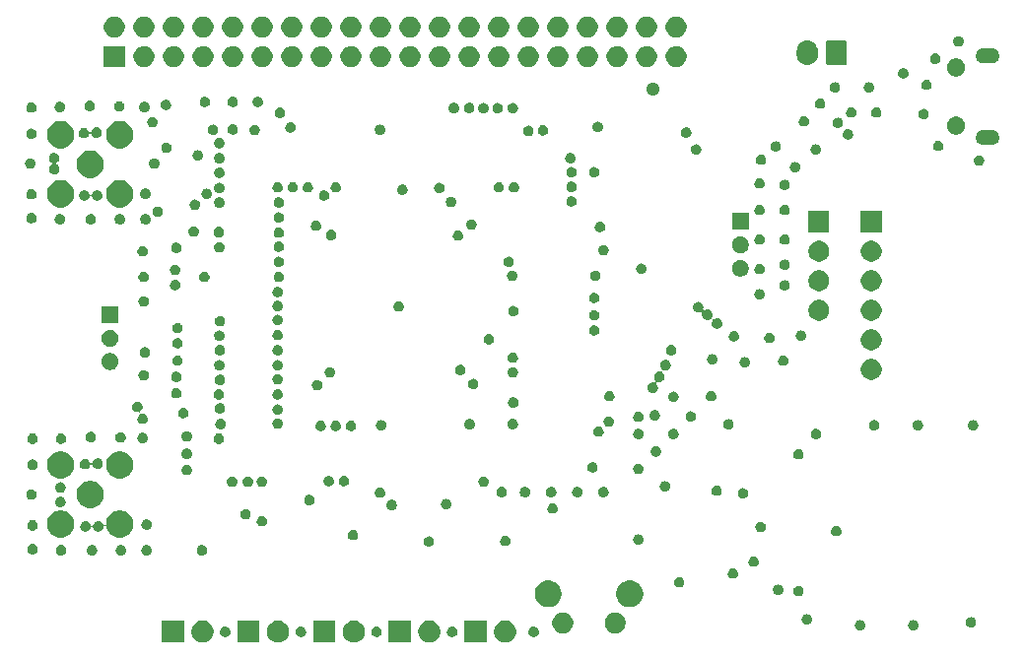
<source format=gbs>
G04 #@! TF.GenerationSoftware,KiCad,Pcbnew,(5.1.6)-1*
G04 #@! TF.CreationDate,2021-01-15T17:25:52+09:00*
G04 #@! TF.ProjectId,HATv2.0,48415476-322e-4302-9e6b-696361645f70,rev?*
G04 #@! TF.SameCoordinates,Original*
G04 #@! TF.FileFunction,Soldermask,Bot*
G04 #@! TF.FilePolarity,Negative*
%FSLAX46Y46*%
G04 Gerber Fmt 4.6, Leading zero omitted, Abs format (unit mm)*
G04 Created by KiCad (PCBNEW (5.1.6)-1) date 2021-01-15 17:25:52*
%MOMM*%
%LPD*%
G01*
G04 APERTURE LIST*
%ADD10C,0.100000*%
G04 APERTURE END LIST*
D10*
G36*
X156190170Y-75061259D02*
G01*
X156317105Y-75086508D01*
X156489994Y-75158121D01*
X156645590Y-75262087D01*
X156777913Y-75394410D01*
X156881879Y-75550006D01*
X156949452Y-75713142D01*
X156953492Y-75722896D01*
X156990000Y-75906432D01*
X156990000Y-76093568D01*
X156978775Y-76150000D01*
X156953492Y-76277105D01*
X156881879Y-76449994D01*
X156777913Y-76605590D01*
X156645590Y-76737913D01*
X156489994Y-76841879D01*
X156317105Y-76913492D01*
X156225336Y-76931746D01*
X156133568Y-76950000D01*
X155946432Y-76950000D01*
X155854664Y-76931746D01*
X155762895Y-76913492D01*
X155590006Y-76841879D01*
X155434410Y-76737913D01*
X155302087Y-76605590D01*
X155198121Y-76449994D01*
X155126508Y-76277105D01*
X155101225Y-76150000D01*
X155090000Y-76093568D01*
X155090000Y-75906432D01*
X155126508Y-75722896D01*
X155130548Y-75713142D01*
X155198121Y-75550006D01*
X155302087Y-75394410D01*
X155434410Y-75262087D01*
X155590006Y-75158121D01*
X155762895Y-75086508D01*
X155889830Y-75061259D01*
X155946432Y-75050000D01*
X156133568Y-75050000D01*
X156190170Y-75061259D01*
G37*
G36*
X160950000Y-76950000D02*
G01*
X159050000Y-76950000D01*
X159050000Y-75050000D01*
X160950000Y-75050000D01*
X160950000Y-76950000D01*
G37*
G36*
X141450000Y-76950000D02*
G01*
X139550000Y-76950000D01*
X139550000Y-75050000D01*
X141450000Y-75050000D01*
X141450000Y-76950000D01*
G37*
G36*
X143190170Y-75061259D02*
G01*
X143317105Y-75086508D01*
X143489994Y-75158121D01*
X143645590Y-75262087D01*
X143777913Y-75394410D01*
X143881879Y-75550006D01*
X143949452Y-75713142D01*
X143953492Y-75722896D01*
X143990000Y-75906432D01*
X143990000Y-76093568D01*
X143978775Y-76150000D01*
X143953492Y-76277105D01*
X143881879Y-76449994D01*
X143777913Y-76605590D01*
X143645590Y-76737913D01*
X143489994Y-76841879D01*
X143317105Y-76913492D01*
X143225336Y-76931746D01*
X143133568Y-76950000D01*
X142946432Y-76950000D01*
X142854664Y-76931746D01*
X142762895Y-76913492D01*
X142590006Y-76841879D01*
X142434410Y-76737913D01*
X142302087Y-76605590D01*
X142198121Y-76449994D01*
X142126508Y-76277105D01*
X142101225Y-76150000D01*
X142090000Y-76093568D01*
X142090000Y-75906432D01*
X142126508Y-75722896D01*
X142130548Y-75713142D01*
X142198121Y-75550006D01*
X142302087Y-75394410D01*
X142434410Y-75262087D01*
X142590006Y-75158121D01*
X142762895Y-75086508D01*
X142889830Y-75061259D01*
X142946432Y-75050000D01*
X143133568Y-75050000D01*
X143190170Y-75061259D01*
G37*
G36*
X147950000Y-76950000D02*
G01*
X146050000Y-76950000D01*
X146050000Y-75050000D01*
X147950000Y-75050000D01*
X147950000Y-76950000D01*
G37*
G36*
X149690170Y-75061259D02*
G01*
X149817105Y-75086508D01*
X149989994Y-75158121D01*
X150145590Y-75262087D01*
X150277913Y-75394410D01*
X150381879Y-75550006D01*
X150449452Y-75713142D01*
X150453492Y-75722896D01*
X150490000Y-75906432D01*
X150490000Y-76093568D01*
X150478775Y-76150000D01*
X150453492Y-76277105D01*
X150381879Y-76449994D01*
X150277913Y-76605590D01*
X150145590Y-76737913D01*
X149989994Y-76841879D01*
X149817105Y-76913492D01*
X149725336Y-76931746D01*
X149633568Y-76950000D01*
X149446432Y-76950000D01*
X149354664Y-76931746D01*
X149262895Y-76913492D01*
X149090006Y-76841879D01*
X148934410Y-76737913D01*
X148802087Y-76605590D01*
X148698121Y-76449994D01*
X148626508Y-76277105D01*
X148601225Y-76150000D01*
X148590000Y-76093568D01*
X148590000Y-75906432D01*
X148626508Y-75722896D01*
X148630548Y-75713142D01*
X148698121Y-75550006D01*
X148802087Y-75394410D01*
X148934410Y-75262087D01*
X149090006Y-75158121D01*
X149262895Y-75086508D01*
X149389830Y-75061259D01*
X149446432Y-75050000D01*
X149633568Y-75050000D01*
X149690170Y-75061259D01*
G37*
G36*
X136690170Y-75061259D02*
G01*
X136817105Y-75086508D01*
X136989994Y-75158121D01*
X137145590Y-75262087D01*
X137277913Y-75394410D01*
X137381879Y-75550006D01*
X137449452Y-75713142D01*
X137453492Y-75722896D01*
X137490000Y-75906432D01*
X137490000Y-76093568D01*
X137478775Y-76150000D01*
X137453492Y-76277105D01*
X137381879Y-76449994D01*
X137277913Y-76605590D01*
X137145590Y-76737913D01*
X136989994Y-76841879D01*
X136817105Y-76913492D01*
X136725336Y-76931746D01*
X136633568Y-76950000D01*
X136446432Y-76950000D01*
X136354664Y-76931746D01*
X136262895Y-76913492D01*
X136090006Y-76841879D01*
X135934410Y-76737913D01*
X135802087Y-76605590D01*
X135698121Y-76449994D01*
X135626508Y-76277105D01*
X135601225Y-76150000D01*
X135590000Y-76093568D01*
X135590000Y-75906432D01*
X135626508Y-75722896D01*
X135630548Y-75713142D01*
X135698121Y-75550006D01*
X135802087Y-75394410D01*
X135934410Y-75262087D01*
X136090006Y-75158121D01*
X136262895Y-75086508D01*
X136389830Y-75061259D01*
X136446432Y-75050000D01*
X136633568Y-75050000D01*
X136690170Y-75061259D01*
G37*
G36*
X134950000Y-76950000D02*
G01*
X133050000Y-76950000D01*
X133050000Y-75050000D01*
X134950000Y-75050000D01*
X134950000Y-76950000D01*
G37*
G36*
X154450000Y-76950000D02*
G01*
X152550000Y-76950000D01*
X152550000Y-75050000D01*
X154450000Y-75050000D01*
X154450000Y-76950000D01*
G37*
G36*
X162690170Y-75061259D02*
G01*
X162817105Y-75086508D01*
X162989994Y-75158121D01*
X163145590Y-75262087D01*
X163277913Y-75394410D01*
X163381879Y-75550006D01*
X163449452Y-75713142D01*
X163453492Y-75722896D01*
X163490000Y-75906432D01*
X163490000Y-76093568D01*
X163478775Y-76150000D01*
X163453492Y-76277105D01*
X163381879Y-76449994D01*
X163277913Y-76605590D01*
X163145590Y-76737913D01*
X162989994Y-76841879D01*
X162817105Y-76913492D01*
X162725336Y-76931746D01*
X162633568Y-76950000D01*
X162446432Y-76950000D01*
X162354664Y-76931746D01*
X162262895Y-76913492D01*
X162090006Y-76841879D01*
X161934410Y-76737913D01*
X161802087Y-76605590D01*
X161698121Y-76449994D01*
X161626508Y-76277105D01*
X161601225Y-76150000D01*
X161590000Y-76093568D01*
X161590000Y-75906432D01*
X161626508Y-75722896D01*
X161630548Y-75713142D01*
X161698121Y-75550006D01*
X161802087Y-75394410D01*
X161934410Y-75262087D01*
X162090006Y-75158121D01*
X162262895Y-75086508D01*
X162389830Y-75061259D01*
X162446432Y-75050000D01*
X162633568Y-75050000D01*
X162690170Y-75061259D01*
G37*
G36*
X158131259Y-75567293D02*
G01*
X158168657Y-75582784D01*
X158213155Y-75601215D01*
X158286858Y-75650462D01*
X158349538Y-75713142D01*
X158398785Y-75786845D01*
X158414057Y-75823716D01*
X158432707Y-75868741D01*
X158450000Y-75955678D01*
X158450000Y-76044322D01*
X158432707Y-76131259D01*
X158424944Y-76150000D01*
X158398785Y-76213155D01*
X158349538Y-76286858D01*
X158286858Y-76349538D01*
X158213155Y-76398785D01*
X158131259Y-76432707D01*
X158044322Y-76450000D01*
X157955678Y-76450000D01*
X157868741Y-76432707D01*
X157786845Y-76398785D01*
X157713142Y-76349538D01*
X157650462Y-76286858D01*
X157601215Y-76213155D01*
X157575056Y-76150000D01*
X157567293Y-76131259D01*
X157550000Y-76044322D01*
X157550000Y-75955678D01*
X157567293Y-75868741D01*
X157585943Y-75823716D01*
X157601215Y-75786845D01*
X157650462Y-75713142D01*
X157713142Y-75650462D01*
X157786845Y-75601215D01*
X157831343Y-75582784D01*
X157868741Y-75567293D01*
X157955678Y-75550000D01*
X158044322Y-75550000D01*
X158131259Y-75567293D01*
G37*
G36*
X138631259Y-75567293D02*
G01*
X138668657Y-75582784D01*
X138713155Y-75601215D01*
X138786858Y-75650462D01*
X138849538Y-75713142D01*
X138898785Y-75786845D01*
X138914057Y-75823716D01*
X138932707Y-75868741D01*
X138950000Y-75955678D01*
X138950000Y-76044322D01*
X138932707Y-76131259D01*
X138924944Y-76150000D01*
X138898785Y-76213155D01*
X138849538Y-76286858D01*
X138786858Y-76349538D01*
X138713155Y-76398785D01*
X138631259Y-76432707D01*
X138544322Y-76450000D01*
X138455678Y-76450000D01*
X138368741Y-76432707D01*
X138286845Y-76398785D01*
X138213142Y-76349538D01*
X138150462Y-76286858D01*
X138101215Y-76213155D01*
X138075056Y-76150000D01*
X138067293Y-76131259D01*
X138050000Y-76044322D01*
X138050000Y-75955678D01*
X138067293Y-75868741D01*
X138085943Y-75823716D01*
X138101215Y-75786845D01*
X138150462Y-75713142D01*
X138213142Y-75650462D01*
X138286845Y-75601215D01*
X138331343Y-75582784D01*
X138368741Y-75567293D01*
X138455678Y-75550000D01*
X138544322Y-75550000D01*
X138631259Y-75567293D01*
G37*
G36*
X145131259Y-75567293D02*
G01*
X145168657Y-75582784D01*
X145213155Y-75601215D01*
X145286858Y-75650462D01*
X145349538Y-75713142D01*
X145398785Y-75786845D01*
X145414057Y-75823716D01*
X145432707Y-75868741D01*
X145450000Y-75955678D01*
X145450000Y-76044322D01*
X145432707Y-76131259D01*
X145424944Y-76150000D01*
X145398785Y-76213155D01*
X145349538Y-76286858D01*
X145286858Y-76349538D01*
X145213155Y-76398785D01*
X145131259Y-76432707D01*
X145044322Y-76450000D01*
X144955678Y-76450000D01*
X144868741Y-76432707D01*
X144786845Y-76398785D01*
X144713142Y-76349538D01*
X144650462Y-76286858D01*
X144601215Y-76213155D01*
X144575056Y-76150000D01*
X144567293Y-76131259D01*
X144550000Y-76044322D01*
X144550000Y-75955678D01*
X144567293Y-75868741D01*
X144585943Y-75823716D01*
X144601215Y-75786845D01*
X144650462Y-75713142D01*
X144713142Y-75650462D01*
X144786845Y-75601215D01*
X144831343Y-75582784D01*
X144868741Y-75567293D01*
X144955678Y-75550000D01*
X145044322Y-75550000D01*
X145131259Y-75567293D01*
G37*
G36*
X151631259Y-75567293D02*
G01*
X151668657Y-75582784D01*
X151713155Y-75601215D01*
X151786858Y-75650462D01*
X151849538Y-75713142D01*
X151898785Y-75786845D01*
X151914057Y-75823716D01*
X151932707Y-75868741D01*
X151950000Y-75955678D01*
X151950000Y-76044322D01*
X151932707Y-76131259D01*
X151924944Y-76150000D01*
X151898785Y-76213155D01*
X151849538Y-76286858D01*
X151786858Y-76349538D01*
X151713155Y-76398785D01*
X151631259Y-76432707D01*
X151544322Y-76450000D01*
X151455678Y-76450000D01*
X151368741Y-76432707D01*
X151286845Y-76398785D01*
X151213142Y-76349538D01*
X151150462Y-76286858D01*
X151101215Y-76213155D01*
X151075056Y-76150000D01*
X151067293Y-76131259D01*
X151050000Y-76044322D01*
X151050000Y-75955678D01*
X151067293Y-75868741D01*
X151085943Y-75823716D01*
X151101215Y-75786845D01*
X151150462Y-75713142D01*
X151213142Y-75650462D01*
X151286845Y-75601215D01*
X151331343Y-75582784D01*
X151368741Y-75567293D01*
X151455678Y-75550000D01*
X151544322Y-75550000D01*
X151631259Y-75567293D01*
G37*
G36*
X165131259Y-75567293D02*
G01*
X165168657Y-75582784D01*
X165213155Y-75601215D01*
X165286858Y-75650462D01*
X165349538Y-75713142D01*
X165398785Y-75786845D01*
X165414057Y-75823716D01*
X165432707Y-75868741D01*
X165450000Y-75955678D01*
X165450000Y-76044322D01*
X165432707Y-76131259D01*
X165424944Y-76150000D01*
X165398785Y-76213155D01*
X165349538Y-76286858D01*
X165286858Y-76349538D01*
X165213155Y-76398785D01*
X165131259Y-76432707D01*
X165044322Y-76450000D01*
X164955678Y-76450000D01*
X164868741Y-76432707D01*
X164786845Y-76398785D01*
X164713142Y-76349538D01*
X164650462Y-76286858D01*
X164601215Y-76213155D01*
X164575056Y-76150000D01*
X164567293Y-76131259D01*
X164550000Y-76044322D01*
X164550000Y-75955678D01*
X164567293Y-75868741D01*
X164585943Y-75823716D01*
X164601215Y-75786845D01*
X164650462Y-75713142D01*
X164713142Y-75650462D01*
X164786845Y-75601215D01*
X164831343Y-75582784D01*
X164868741Y-75567293D01*
X164955678Y-75550000D01*
X165044322Y-75550000D01*
X165131259Y-75567293D01*
G37*
G36*
X172262520Y-74384586D02*
G01*
X172426310Y-74452430D01*
X172573717Y-74550924D01*
X172699076Y-74676283D01*
X172797570Y-74823690D01*
X172797571Y-74823692D01*
X172865414Y-74987480D01*
X172900000Y-75161356D01*
X172900000Y-75338644D01*
X172865414Y-75512520D01*
X172808278Y-75650460D01*
X172797570Y-75676310D01*
X172699076Y-75823717D01*
X172573717Y-75949076D01*
X172426310Y-76047570D01*
X172426309Y-76047571D01*
X172426308Y-76047571D01*
X172262520Y-76115414D01*
X172088644Y-76150000D01*
X171911356Y-76150000D01*
X171737480Y-76115414D01*
X171573692Y-76047571D01*
X171573691Y-76047571D01*
X171573690Y-76047570D01*
X171426283Y-75949076D01*
X171300924Y-75823717D01*
X171202430Y-75676310D01*
X171191723Y-75650460D01*
X171134586Y-75512520D01*
X171100000Y-75338644D01*
X171100000Y-75161356D01*
X171134586Y-74987480D01*
X171202429Y-74823692D01*
X171202430Y-74823690D01*
X171300924Y-74676283D01*
X171426283Y-74550924D01*
X171573690Y-74452430D01*
X171737480Y-74384586D01*
X171911356Y-74350000D01*
X172088644Y-74350000D01*
X172262520Y-74384586D01*
G37*
G36*
X167762520Y-74384586D02*
G01*
X167926310Y-74452430D01*
X168073717Y-74550924D01*
X168199076Y-74676283D01*
X168297570Y-74823690D01*
X168297571Y-74823692D01*
X168365414Y-74987480D01*
X168400000Y-75161356D01*
X168400000Y-75338644D01*
X168365414Y-75512520D01*
X168308278Y-75650460D01*
X168297570Y-75676310D01*
X168199076Y-75823717D01*
X168073717Y-75949076D01*
X167926310Y-76047570D01*
X167926309Y-76047571D01*
X167926308Y-76047571D01*
X167762520Y-76115414D01*
X167588644Y-76150000D01*
X167411356Y-76150000D01*
X167237480Y-76115414D01*
X167073692Y-76047571D01*
X167073691Y-76047571D01*
X167073690Y-76047570D01*
X166926283Y-75949076D01*
X166800924Y-75823717D01*
X166702430Y-75676310D01*
X166691723Y-75650460D01*
X166634586Y-75512520D01*
X166600000Y-75338644D01*
X166600000Y-75161356D01*
X166634586Y-74987480D01*
X166702429Y-74823692D01*
X166702430Y-74823690D01*
X166800924Y-74676283D01*
X166926283Y-74550924D01*
X167073690Y-74452430D01*
X167237480Y-74384586D01*
X167411356Y-74350000D01*
X167588644Y-74350000D01*
X167762520Y-74384586D01*
G37*
G36*
X193171259Y-75005293D02*
G01*
X193212208Y-75022255D01*
X193253155Y-75039215D01*
X193326858Y-75088462D01*
X193389538Y-75151142D01*
X193438785Y-75224845D01*
X193440225Y-75228322D01*
X193472707Y-75306741D01*
X193490000Y-75393678D01*
X193490000Y-75482322D01*
X193472707Y-75569259D01*
X193467104Y-75582785D01*
X193438785Y-75651155D01*
X193389538Y-75724858D01*
X193326858Y-75787538D01*
X193253155Y-75836785D01*
X193171259Y-75870707D01*
X193084322Y-75888000D01*
X192995678Y-75888000D01*
X192908741Y-75870707D01*
X192826845Y-75836785D01*
X192753142Y-75787538D01*
X192690462Y-75724858D01*
X192641215Y-75651155D01*
X192612896Y-75582785D01*
X192607293Y-75569259D01*
X192590000Y-75482322D01*
X192590000Y-75393678D01*
X192607293Y-75306741D01*
X192639775Y-75228322D01*
X192641215Y-75224845D01*
X192690462Y-75151142D01*
X192753142Y-75088462D01*
X192826845Y-75039215D01*
X192908741Y-75005293D01*
X192995678Y-74988000D01*
X193084322Y-74988000D01*
X193171259Y-75005293D01*
G37*
G36*
X197743259Y-75005293D02*
G01*
X197784208Y-75022255D01*
X197825155Y-75039215D01*
X197898858Y-75088462D01*
X197961538Y-75151142D01*
X198010785Y-75224845D01*
X198012225Y-75228322D01*
X198044707Y-75306741D01*
X198062000Y-75393678D01*
X198062000Y-75482322D01*
X198044707Y-75569259D01*
X198039104Y-75582785D01*
X198010785Y-75651155D01*
X197961538Y-75724858D01*
X197898858Y-75787538D01*
X197825155Y-75836785D01*
X197743259Y-75870707D01*
X197656322Y-75888000D01*
X197567678Y-75888000D01*
X197480741Y-75870707D01*
X197398845Y-75836785D01*
X197325142Y-75787538D01*
X197262462Y-75724858D01*
X197213215Y-75651155D01*
X197184896Y-75582785D01*
X197179293Y-75569259D01*
X197162000Y-75482322D01*
X197162000Y-75393678D01*
X197179293Y-75306741D01*
X197211775Y-75228322D01*
X197213215Y-75224845D01*
X197262462Y-75151142D01*
X197325142Y-75088462D01*
X197398845Y-75039215D01*
X197480741Y-75005293D01*
X197567678Y-74988000D01*
X197656322Y-74988000D01*
X197743259Y-75005293D01*
G37*
G36*
X202696259Y-74751293D02*
G01*
X202778155Y-74785215D01*
X202851858Y-74834462D01*
X202914538Y-74897142D01*
X202963785Y-74970845D01*
X202978053Y-75005293D01*
X202997707Y-75052741D01*
X203015000Y-75139678D01*
X203015000Y-75228322D01*
X202997707Y-75315259D01*
X202963785Y-75397155D01*
X202914538Y-75470858D01*
X202851858Y-75533538D01*
X202778155Y-75582785D01*
X202696259Y-75616707D01*
X202609322Y-75634000D01*
X202520678Y-75634000D01*
X202433741Y-75616707D01*
X202351845Y-75582785D01*
X202278142Y-75533538D01*
X202215462Y-75470858D01*
X202166215Y-75397155D01*
X202132293Y-75315259D01*
X202115000Y-75228322D01*
X202115000Y-75139678D01*
X202132293Y-75052741D01*
X202151947Y-75005293D01*
X202166215Y-74970845D01*
X202215462Y-74897142D01*
X202278142Y-74834462D01*
X202351845Y-74785215D01*
X202433741Y-74751293D01*
X202520678Y-74734000D01*
X202609322Y-74734000D01*
X202696259Y-74751293D01*
G37*
G36*
X188599259Y-74497293D02*
G01*
X188640208Y-74514255D01*
X188681155Y-74531215D01*
X188754858Y-74580462D01*
X188817538Y-74643142D01*
X188866785Y-74716845D01*
X188881053Y-74751293D01*
X188900707Y-74798741D01*
X188918000Y-74885678D01*
X188918000Y-74974322D01*
X188900707Y-75061259D01*
X188890248Y-75086508D01*
X188866785Y-75143155D01*
X188817538Y-75216858D01*
X188754858Y-75279538D01*
X188681155Y-75328785D01*
X188599259Y-75362707D01*
X188512322Y-75380000D01*
X188423678Y-75380000D01*
X188336741Y-75362707D01*
X188295792Y-75345745D01*
X188254845Y-75328785D01*
X188181142Y-75279538D01*
X188118462Y-75216858D01*
X188069215Y-75143155D01*
X188045752Y-75086508D01*
X188035293Y-75061259D01*
X188018000Y-74974322D01*
X188018000Y-74885678D01*
X188035293Y-74798741D01*
X188054947Y-74751293D01*
X188069215Y-74716845D01*
X188118462Y-74643142D01*
X188181142Y-74580462D01*
X188254845Y-74531215D01*
X188336741Y-74497293D01*
X188423678Y-74480000D01*
X188512322Y-74480000D01*
X188599259Y-74497293D01*
G37*
G36*
X166437324Y-71614731D02*
G01*
X166585443Y-71644194D01*
X166794729Y-71730884D01*
X166983082Y-71856737D01*
X167143263Y-72016918D01*
X167269116Y-72205271D01*
X167355806Y-72414557D01*
X167400000Y-72636735D01*
X167400000Y-72863265D01*
X167355806Y-73085443D01*
X167269116Y-73294729D01*
X167143263Y-73483082D01*
X166983082Y-73643263D01*
X166794729Y-73769116D01*
X166585443Y-73855806D01*
X166437324Y-73885269D01*
X166363266Y-73900000D01*
X166136734Y-73900000D01*
X166062676Y-73885269D01*
X165914557Y-73855806D01*
X165705271Y-73769116D01*
X165516918Y-73643263D01*
X165356737Y-73483082D01*
X165230884Y-73294729D01*
X165144194Y-73085443D01*
X165100000Y-72863265D01*
X165100000Y-72636735D01*
X165144194Y-72414557D01*
X165230884Y-72205271D01*
X165356737Y-72016918D01*
X165516918Y-71856737D01*
X165705271Y-71730884D01*
X165914557Y-71644194D01*
X166062676Y-71614731D01*
X166136734Y-71600000D01*
X166363266Y-71600000D01*
X166437324Y-71614731D01*
G37*
G36*
X173437324Y-71614731D02*
G01*
X173585443Y-71644194D01*
X173794729Y-71730884D01*
X173983082Y-71856737D01*
X174143263Y-72016918D01*
X174269116Y-72205271D01*
X174355806Y-72414557D01*
X174400000Y-72636735D01*
X174400000Y-72863265D01*
X174355806Y-73085443D01*
X174269116Y-73294729D01*
X174143263Y-73483082D01*
X173983082Y-73643263D01*
X173794729Y-73769116D01*
X173585443Y-73855806D01*
X173437324Y-73885269D01*
X173363266Y-73900000D01*
X173136734Y-73900000D01*
X173062676Y-73885269D01*
X172914557Y-73855806D01*
X172705271Y-73769116D01*
X172516918Y-73643263D01*
X172356737Y-73483082D01*
X172230884Y-73294729D01*
X172144194Y-73085443D01*
X172100000Y-72863265D01*
X172100000Y-72636735D01*
X172144194Y-72414557D01*
X172230884Y-72205271D01*
X172356737Y-72016918D01*
X172516918Y-71856737D01*
X172705271Y-71730884D01*
X172914557Y-71644194D01*
X173062676Y-71614731D01*
X173136734Y-71600000D01*
X173363266Y-71600000D01*
X173437324Y-71614731D01*
G37*
G36*
X187881259Y-72067293D02*
G01*
X187922208Y-72084255D01*
X187963155Y-72101215D01*
X188036858Y-72150462D01*
X188099538Y-72213142D01*
X188148785Y-72286845D01*
X188165745Y-72327792D01*
X188182707Y-72368741D01*
X188200000Y-72455678D01*
X188200000Y-72544322D01*
X188182707Y-72631259D01*
X188148785Y-72713155D01*
X188099538Y-72786858D01*
X188036858Y-72849538D01*
X187963155Y-72898785D01*
X187922208Y-72915745D01*
X187881259Y-72932707D01*
X187794322Y-72950000D01*
X187705678Y-72950000D01*
X187618741Y-72932707D01*
X187577792Y-72915745D01*
X187536845Y-72898785D01*
X187463142Y-72849538D01*
X187400462Y-72786858D01*
X187351215Y-72713155D01*
X187317293Y-72631259D01*
X187300000Y-72544322D01*
X187300000Y-72455678D01*
X187317293Y-72368741D01*
X187334255Y-72327792D01*
X187351215Y-72286845D01*
X187400462Y-72213142D01*
X187463142Y-72150462D01*
X187536845Y-72101215D01*
X187577792Y-72084255D01*
X187618741Y-72067293D01*
X187705678Y-72050000D01*
X187794322Y-72050000D01*
X187881259Y-72067293D01*
G37*
G36*
X186131259Y-71957293D02*
G01*
X186145413Y-71963156D01*
X186213155Y-71991215D01*
X186286858Y-72040462D01*
X186349538Y-72103142D01*
X186398785Y-72176845D01*
X186432707Y-72258741D01*
X186450000Y-72345678D01*
X186450000Y-72434322D01*
X186432707Y-72521259D01*
X186423154Y-72544321D01*
X186398785Y-72603155D01*
X186349538Y-72676858D01*
X186286858Y-72739538D01*
X186213155Y-72788785D01*
X186172208Y-72805745D01*
X186131259Y-72822707D01*
X186044322Y-72840000D01*
X185955678Y-72840000D01*
X185868741Y-72822707D01*
X185827792Y-72805745D01*
X185786845Y-72788785D01*
X185713142Y-72739538D01*
X185650462Y-72676858D01*
X185601215Y-72603155D01*
X185576846Y-72544321D01*
X185567293Y-72521259D01*
X185550000Y-72434322D01*
X185550000Y-72345678D01*
X185567293Y-72258741D01*
X185601215Y-72176845D01*
X185650462Y-72103142D01*
X185713142Y-72040462D01*
X185786845Y-71991215D01*
X185854587Y-71963156D01*
X185868741Y-71957293D01*
X185955678Y-71940000D01*
X186044322Y-71940000D01*
X186131259Y-71957293D01*
G37*
G36*
X177631259Y-71317293D02*
G01*
X177672208Y-71334255D01*
X177713155Y-71351215D01*
X177786858Y-71400462D01*
X177849538Y-71463142D01*
X177898785Y-71536845D01*
X177915745Y-71577792D01*
X177932707Y-71618741D01*
X177950000Y-71705678D01*
X177950000Y-71794322D01*
X177932707Y-71881259D01*
X177898785Y-71963155D01*
X177849538Y-72036858D01*
X177786858Y-72099538D01*
X177713155Y-72148785D01*
X177672208Y-72165745D01*
X177631259Y-72182707D01*
X177544322Y-72200000D01*
X177455678Y-72200000D01*
X177368741Y-72182707D01*
X177327792Y-72165745D01*
X177286845Y-72148785D01*
X177213142Y-72099538D01*
X177150462Y-72036858D01*
X177101215Y-71963155D01*
X177067293Y-71881259D01*
X177050000Y-71794322D01*
X177050000Y-71705678D01*
X177067293Y-71618741D01*
X177084255Y-71577792D01*
X177101215Y-71536845D01*
X177150462Y-71463142D01*
X177213142Y-71400462D01*
X177286845Y-71351215D01*
X177368741Y-71317293D01*
X177455678Y-71300000D01*
X177544322Y-71300000D01*
X177631259Y-71317293D01*
G37*
G36*
X182249259Y-70560293D02*
G01*
X182331155Y-70594215D01*
X182404858Y-70643462D01*
X182467538Y-70706142D01*
X182516785Y-70779845D01*
X182550707Y-70861741D01*
X182568000Y-70948678D01*
X182568000Y-71037322D01*
X182550707Y-71124259D01*
X182516785Y-71206155D01*
X182467538Y-71279858D01*
X182404858Y-71342538D01*
X182331155Y-71391785D01*
X182310206Y-71400462D01*
X182249259Y-71425707D01*
X182162322Y-71443000D01*
X182073678Y-71443000D01*
X181986741Y-71425707D01*
X181925794Y-71400462D01*
X181904845Y-71391785D01*
X181831142Y-71342538D01*
X181768462Y-71279858D01*
X181719215Y-71206155D01*
X181685293Y-71124259D01*
X181668000Y-71037322D01*
X181668000Y-70948678D01*
X181685293Y-70861741D01*
X181719215Y-70779845D01*
X181768462Y-70706142D01*
X181831142Y-70643462D01*
X181904845Y-70594215D01*
X181945792Y-70577255D01*
X181986741Y-70560293D01*
X182073678Y-70543000D01*
X182162322Y-70543000D01*
X182249259Y-70560293D01*
G37*
G36*
X184027259Y-69544293D02*
G01*
X184068208Y-69561255D01*
X184109155Y-69578215D01*
X184182858Y-69627462D01*
X184245538Y-69690142D01*
X184294785Y-69763845D01*
X184328707Y-69845741D01*
X184346000Y-69932678D01*
X184346000Y-70021322D01*
X184328707Y-70108259D01*
X184311745Y-70149208D01*
X184294785Y-70190155D01*
X184245538Y-70263858D01*
X184182858Y-70326538D01*
X184109155Y-70375785D01*
X184068208Y-70392745D01*
X184027259Y-70409707D01*
X183940322Y-70427000D01*
X183851678Y-70427000D01*
X183764741Y-70409707D01*
X183723792Y-70392745D01*
X183682845Y-70375785D01*
X183609142Y-70326538D01*
X183546462Y-70263858D01*
X183497215Y-70190155D01*
X183480255Y-70149208D01*
X183463293Y-70108259D01*
X183446000Y-70021322D01*
X183446000Y-69932678D01*
X183463293Y-69845741D01*
X183497215Y-69763845D01*
X183546462Y-69690142D01*
X183609142Y-69627462D01*
X183682845Y-69578215D01*
X183723792Y-69561255D01*
X183764741Y-69544293D01*
X183851678Y-69527000D01*
X183940322Y-69527000D01*
X184027259Y-69544293D01*
G37*
G36*
X136631259Y-68567293D02*
G01*
X136713155Y-68601215D01*
X136786858Y-68650462D01*
X136849538Y-68713142D01*
X136898785Y-68786845D01*
X136915745Y-68827792D01*
X136932707Y-68868741D01*
X136950000Y-68955678D01*
X136950000Y-69044322D01*
X136932707Y-69131259D01*
X136915745Y-69172208D01*
X136898785Y-69213155D01*
X136849538Y-69286858D01*
X136786858Y-69349538D01*
X136713155Y-69398785D01*
X136631259Y-69432707D01*
X136544322Y-69450000D01*
X136455678Y-69450000D01*
X136368741Y-69432707D01*
X136286845Y-69398785D01*
X136213142Y-69349538D01*
X136150462Y-69286858D01*
X136101215Y-69213155D01*
X136084255Y-69172208D01*
X136067293Y-69131259D01*
X136050000Y-69044322D01*
X136050000Y-68955678D01*
X136067293Y-68868741D01*
X136101215Y-68786845D01*
X136150462Y-68713142D01*
X136213142Y-68650462D01*
X136286845Y-68601215D01*
X136368741Y-68567293D01*
X136455678Y-68550000D01*
X136544322Y-68550000D01*
X136631259Y-68567293D01*
G37*
G36*
X131881259Y-68567293D02*
G01*
X131963155Y-68601215D01*
X132036858Y-68650462D01*
X132099538Y-68713142D01*
X132148785Y-68786845D01*
X132165745Y-68827792D01*
X132182707Y-68868741D01*
X132200000Y-68955678D01*
X132200000Y-69044322D01*
X132182707Y-69131259D01*
X132165745Y-69172208D01*
X132148785Y-69213155D01*
X132099538Y-69286858D01*
X132036858Y-69349538D01*
X131963155Y-69398785D01*
X131881259Y-69432707D01*
X131794322Y-69450000D01*
X131705678Y-69450000D01*
X131618741Y-69432707D01*
X131536845Y-69398785D01*
X131463142Y-69349538D01*
X131400462Y-69286858D01*
X131351215Y-69213155D01*
X131334255Y-69172208D01*
X131317293Y-69131259D01*
X131300000Y-69044322D01*
X131300000Y-68955678D01*
X131317293Y-68868741D01*
X131351215Y-68786845D01*
X131400462Y-68713142D01*
X131463142Y-68650462D01*
X131536845Y-68601215D01*
X131618741Y-68567293D01*
X131705678Y-68550000D01*
X131794322Y-68550000D01*
X131881259Y-68567293D01*
G37*
G36*
X127181259Y-68567293D02*
G01*
X127263155Y-68601215D01*
X127336858Y-68650462D01*
X127399538Y-68713142D01*
X127448785Y-68786845D01*
X127465745Y-68827792D01*
X127482707Y-68868741D01*
X127500000Y-68955678D01*
X127500000Y-69044322D01*
X127482707Y-69131259D01*
X127465745Y-69172208D01*
X127448785Y-69213155D01*
X127399538Y-69286858D01*
X127336858Y-69349538D01*
X127263155Y-69398785D01*
X127181259Y-69432707D01*
X127094322Y-69450000D01*
X127005678Y-69450000D01*
X126918741Y-69432707D01*
X126836845Y-69398785D01*
X126763142Y-69349538D01*
X126700462Y-69286858D01*
X126651215Y-69213155D01*
X126634255Y-69172208D01*
X126617293Y-69131259D01*
X126600000Y-69044322D01*
X126600000Y-68955678D01*
X126617293Y-68868741D01*
X126651215Y-68786845D01*
X126700462Y-68713142D01*
X126763142Y-68650462D01*
X126836845Y-68601215D01*
X126918741Y-68567293D01*
X127005678Y-68550000D01*
X127094322Y-68550000D01*
X127181259Y-68567293D01*
G37*
G36*
X124531259Y-68567293D02*
G01*
X124613155Y-68601215D01*
X124686858Y-68650462D01*
X124749538Y-68713142D01*
X124798785Y-68786845D01*
X124815745Y-68827792D01*
X124832707Y-68868741D01*
X124850000Y-68955678D01*
X124850000Y-69044322D01*
X124832707Y-69131259D01*
X124815745Y-69172208D01*
X124798785Y-69213155D01*
X124749538Y-69286858D01*
X124686858Y-69349538D01*
X124613155Y-69398785D01*
X124531259Y-69432707D01*
X124444322Y-69450000D01*
X124355678Y-69450000D01*
X124268741Y-69432707D01*
X124186845Y-69398785D01*
X124113142Y-69349538D01*
X124050462Y-69286858D01*
X124001215Y-69213155D01*
X123984255Y-69172208D01*
X123967293Y-69131259D01*
X123950000Y-69044322D01*
X123950000Y-68955678D01*
X123967293Y-68868741D01*
X124001215Y-68786845D01*
X124050462Y-68713142D01*
X124113142Y-68650462D01*
X124186845Y-68601215D01*
X124268741Y-68567293D01*
X124355678Y-68550000D01*
X124444322Y-68550000D01*
X124531259Y-68567293D01*
G37*
G36*
X129681259Y-68567293D02*
G01*
X129763155Y-68601215D01*
X129836858Y-68650462D01*
X129899538Y-68713142D01*
X129948785Y-68786845D01*
X129965745Y-68827792D01*
X129982707Y-68868741D01*
X130000000Y-68955678D01*
X130000000Y-69044322D01*
X129982707Y-69131259D01*
X129965745Y-69172208D01*
X129948785Y-69213155D01*
X129899538Y-69286858D01*
X129836858Y-69349538D01*
X129763155Y-69398785D01*
X129681259Y-69432707D01*
X129594322Y-69450000D01*
X129505678Y-69450000D01*
X129418741Y-69432707D01*
X129336845Y-69398785D01*
X129263142Y-69349538D01*
X129200462Y-69286858D01*
X129151215Y-69213155D01*
X129134255Y-69172208D01*
X129117293Y-69131259D01*
X129100000Y-69044322D01*
X129100000Y-68955678D01*
X129117293Y-68868741D01*
X129151215Y-68786845D01*
X129200462Y-68713142D01*
X129263142Y-68650462D01*
X129336845Y-68601215D01*
X129418741Y-68567293D01*
X129505678Y-68550000D01*
X129594322Y-68550000D01*
X129681259Y-68567293D01*
G37*
G36*
X122081259Y-68467293D02*
G01*
X122163155Y-68501215D01*
X122236858Y-68550462D01*
X122299538Y-68613142D01*
X122348785Y-68686845D01*
X122351334Y-68693000D01*
X122382707Y-68768741D01*
X122400000Y-68855678D01*
X122400000Y-68944322D01*
X122382707Y-69031259D01*
X122377296Y-69044322D01*
X122348785Y-69113155D01*
X122299538Y-69186858D01*
X122236858Y-69249538D01*
X122163155Y-69298785D01*
X122122208Y-69315745D01*
X122081259Y-69332707D01*
X121994322Y-69350000D01*
X121905678Y-69350000D01*
X121818741Y-69332707D01*
X121777792Y-69315745D01*
X121736845Y-69298785D01*
X121663142Y-69249538D01*
X121600462Y-69186858D01*
X121551215Y-69113155D01*
X121522704Y-69044322D01*
X121517293Y-69031259D01*
X121500000Y-68944322D01*
X121500000Y-68855678D01*
X121517293Y-68768741D01*
X121548666Y-68693000D01*
X121551215Y-68686845D01*
X121600462Y-68613142D01*
X121663142Y-68550462D01*
X121736845Y-68501215D01*
X121818741Y-68467293D01*
X121905678Y-68450000D01*
X121994322Y-68450000D01*
X122081259Y-68467293D01*
G37*
G36*
X156131259Y-67810293D02*
G01*
X156213155Y-67844215D01*
X156286858Y-67893462D01*
X156349538Y-67956142D01*
X156398785Y-68029845D01*
X156414481Y-68067740D01*
X156432707Y-68111741D01*
X156450000Y-68198678D01*
X156450000Y-68287322D01*
X156432707Y-68374259D01*
X156417010Y-68412155D01*
X156398785Y-68456155D01*
X156349538Y-68529858D01*
X156286858Y-68592538D01*
X156213155Y-68641785D01*
X156192206Y-68650462D01*
X156131259Y-68675707D01*
X156044322Y-68693000D01*
X155955678Y-68693000D01*
X155868741Y-68675707D01*
X155807794Y-68650462D01*
X155786845Y-68641785D01*
X155713142Y-68592538D01*
X155650462Y-68529858D01*
X155601215Y-68456155D01*
X155582990Y-68412155D01*
X155567293Y-68374259D01*
X155550000Y-68287322D01*
X155550000Y-68198678D01*
X155567293Y-68111741D01*
X155585519Y-68067740D01*
X155601215Y-68029845D01*
X155650462Y-67956142D01*
X155713142Y-67893462D01*
X155786845Y-67844215D01*
X155868741Y-67810293D01*
X155955678Y-67793000D01*
X156044322Y-67793000D01*
X156131259Y-67810293D01*
G37*
G36*
X162691259Y-67766293D02*
G01*
X162727419Y-67781271D01*
X162773155Y-67800215D01*
X162846858Y-67849462D01*
X162909538Y-67912142D01*
X162958785Y-67985845D01*
X162975745Y-68026792D01*
X162992707Y-68067741D01*
X163010000Y-68154678D01*
X163010000Y-68243322D01*
X162992707Y-68330259D01*
X162980862Y-68358855D01*
X162958785Y-68412155D01*
X162909538Y-68485858D01*
X162846858Y-68548538D01*
X162773155Y-68597785D01*
X162732208Y-68614745D01*
X162691259Y-68631707D01*
X162604322Y-68649000D01*
X162515678Y-68649000D01*
X162428741Y-68631707D01*
X162387792Y-68614745D01*
X162346845Y-68597785D01*
X162273142Y-68548538D01*
X162210462Y-68485858D01*
X162161215Y-68412155D01*
X162139138Y-68358855D01*
X162127293Y-68330259D01*
X162110000Y-68243322D01*
X162110000Y-68154678D01*
X162127293Y-68067741D01*
X162144255Y-68026792D01*
X162161215Y-67985845D01*
X162210462Y-67912142D01*
X162273142Y-67849462D01*
X162346845Y-67800215D01*
X162392581Y-67781271D01*
X162428741Y-67766293D01*
X162515678Y-67749000D01*
X162604322Y-67749000D01*
X162691259Y-67766293D01*
G37*
G36*
X174121259Y-67639293D02*
G01*
X174203155Y-67673215D01*
X174276858Y-67722462D01*
X174339538Y-67785142D01*
X174388785Y-67858845D01*
X174403123Y-67893462D01*
X174422707Y-67940741D01*
X174440000Y-68027678D01*
X174440000Y-68116322D01*
X174422707Y-68203259D01*
X174406113Y-68243321D01*
X174388785Y-68285155D01*
X174339538Y-68358858D01*
X174276858Y-68421538D01*
X174203155Y-68470785D01*
X174166772Y-68485855D01*
X174121259Y-68504707D01*
X174034322Y-68522000D01*
X173945678Y-68522000D01*
X173858741Y-68504707D01*
X173813228Y-68485855D01*
X173776845Y-68470785D01*
X173703142Y-68421538D01*
X173640462Y-68358858D01*
X173591215Y-68285155D01*
X173573887Y-68243321D01*
X173557293Y-68203259D01*
X173540000Y-68116322D01*
X173540000Y-68027678D01*
X173557293Y-67940741D01*
X173576877Y-67893462D01*
X173591215Y-67858845D01*
X173640462Y-67785142D01*
X173703142Y-67722462D01*
X173776845Y-67673215D01*
X173858741Y-67639293D01*
X173945678Y-67622000D01*
X174034322Y-67622000D01*
X174121259Y-67639293D01*
G37*
G36*
X149610259Y-67258293D02*
G01*
X149651208Y-67275255D01*
X149692155Y-67292215D01*
X149765858Y-67341462D01*
X149828538Y-67404142D01*
X149877785Y-67477845D01*
X149882413Y-67489019D01*
X149911707Y-67559741D01*
X149929000Y-67646678D01*
X149929000Y-67735322D01*
X149911707Y-67822259D01*
X149894745Y-67863208D01*
X149877785Y-67904155D01*
X149828538Y-67977858D01*
X149765858Y-68040538D01*
X149692155Y-68089785D01*
X149610259Y-68123707D01*
X149523322Y-68141000D01*
X149434678Y-68141000D01*
X149347741Y-68123707D01*
X149265845Y-68089785D01*
X149192142Y-68040538D01*
X149129462Y-67977858D01*
X149080215Y-67904155D01*
X149046293Y-67822259D01*
X149029000Y-67735322D01*
X149029000Y-67646678D01*
X149046293Y-67559741D01*
X149075587Y-67489019D01*
X149080215Y-67477845D01*
X149129462Y-67404142D01*
X149192142Y-67341462D01*
X149265845Y-67292215D01*
X149306792Y-67275255D01*
X149347741Y-67258293D01*
X149434678Y-67241000D01*
X149523322Y-67241000D01*
X149610259Y-67258293D01*
G37*
G36*
X124702734Y-65610154D02*
G01*
X124887881Y-65686845D01*
X124916571Y-65698729D01*
X125109019Y-65827318D01*
X125272682Y-65990981D01*
X125354316Y-66113156D01*
X125401272Y-66183431D01*
X125489846Y-66397266D01*
X125535000Y-66624271D01*
X125535000Y-66855729D01*
X125489846Y-67082734D01*
X125417126Y-67258294D01*
X125401271Y-67296571D01*
X125272682Y-67489019D01*
X125109019Y-67652682D01*
X124916571Y-67781271D01*
X124916570Y-67781272D01*
X124916569Y-67781272D01*
X124702734Y-67869846D01*
X124475729Y-67915000D01*
X124244271Y-67915000D01*
X124017266Y-67869846D01*
X123803431Y-67781272D01*
X123803430Y-67781272D01*
X123803429Y-67781271D01*
X123610981Y-67652682D01*
X123447318Y-67489019D01*
X123318729Y-67296571D01*
X123302874Y-67258294D01*
X123230154Y-67082734D01*
X123185000Y-66855729D01*
X123185000Y-66624271D01*
X123230154Y-66397266D01*
X123318728Y-66183431D01*
X123365684Y-66113156D01*
X123447318Y-65990981D01*
X123610981Y-65827318D01*
X123803429Y-65698729D01*
X123832119Y-65686845D01*
X124017266Y-65610154D01*
X124244271Y-65565000D01*
X124475729Y-65565000D01*
X124702734Y-65610154D01*
G37*
G36*
X129782734Y-65610154D02*
G01*
X129967881Y-65686845D01*
X129996571Y-65698729D01*
X130189019Y-65827318D01*
X130352682Y-65990981D01*
X130434316Y-66113156D01*
X130481272Y-66183431D01*
X130569846Y-66397266D01*
X130615000Y-66624271D01*
X130615000Y-66855729D01*
X130569846Y-67082734D01*
X130497126Y-67258294D01*
X130481271Y-67296571D01*
X130352682Y-67489019D01*
X130189019Y-67652682D01*
X129996571Y-67781271D01*
X129996570Y-67781272D01*
X129996569Y-67781272D01*
X129782734Y-67869846D01*
X129555729Y-67915000D01*
X129324271Y-67915000D01*
X129097266Y-67869846D01*
X128883431Y-67781272D01*
X128883430Y-67781272D01*
X128883429Y-67781271D01*
X128690981Y-67652682D01*
X128527318Y-67489019D01*
X128398729Y-67296571D01*
X128382874Y-67258294D01*
X128310154Y-67082734D01*
X128293881Y-67000923D01*
X128286768Y-66977474D01*
X128275217Y-66955864D01*
X128259672Y-66936922D01*
X128240730Y-66921376D01*
X128219119Y-66909825D01*
X128195670Y-66902712D01*
X128171284Y-66900310D01*
X128146898Y-66902712D01*
X128123449Y-66909825D01*
X128101839Y-66921376D01*
X128082897Y-66936921D01*
X128067351Y-66955863D01*
X128055800Y-66977474D01*
X128048687Y-67000923D01*
X128032707Y-67081259D01*
X128015745Y-67122208D01*
X127998785Y-67163155D01*
X127949538Y-67236858D01*
X127886858Y-67299538D01*
X127813155Y-67348785D01*
X127731259Y-67382707D01*
X127644322Y-67400000D01*
X127555678Y-67400000D01*
X127468741Y-67382707D01*
X127386845Y-67348785D01*
X127313142Y-67299538D01*
X127250462Y-67236858D01*
X127201215Y-67163155D01*
X127185772Y-67125872D01*
X127165484Y-67076892D01*
X127153933Y-67055281D01*
X127138387Y-67036339D01*
X127119445Y-67020794D01*
X127097835Y-67009243D01*
X127074386Y-67002130D01*
X127050000Y-66999728D01*
X127025613Y-67002130D01*
X127002165Y-67009243D01*
X126980554Y-67020794D01*
X126961612Y-67036340D01*
X126946067Y-67055282D01*
X126934516Y-67076892D01*
X126914228Y-67125872D01*
X126898785Y-67163155D01*
X126849538Y-67236858D01*
X126786858Y-67299538D01*
X126713155Y-67348785D01*
X126631259Y-67382707D01*
X126544322Y-67400000D01*
X126455678Y-67400000D01*
X126368741Y-67382707D01*
X126286845Y-67348785D01*
X126213142Y-67299538D01*
X126150462Y-67236858D01*
X126101215Y-67163155D01*
X126067293Y-67081259D01*
X126050000Y-66994322D01*
X126050000Y-66905678D01*
X126067293Y-66818741D01*
X126093414Y-66755679D01*
X126101215Y-66736845D01*
X126150462Y-66663142D01*
X126213142Y-66600462D01*
X126286845Y-66551215D01*
X126327792Y-66534255D01*
X126368741Y-66517293D01*
X126455678Y-66500000D01*
X126544322Y-66500000D01*
X126631259Y-66517293D01*
X126672208Y-66534255D01*
X126713155Y-66551215D01*
X126786858Y-66600462D01*
X126849538Y-66663142D01*
X126898785Y-66736845D01*
X126906586Y-66755679D01*
X126934516Y-66823108D01*
X126946067Y-66844719D01*
X126961613Y-66863661D01*
X126980555Y-66879206D01*
X127002165Y-66890757D01*
X127025614Y-66897870D01*
X127050000Y-66900272D01*
X127074387Y-66897870D01*
X127097835Y-66890757D01*
X127119446Y-66879206D01*
X127138388Y-66863660D01*
X127153933Y-66844718D01*
X127165484Y-66823108D01*
X127193414Y-66755679D01*
X127201215Y-66736845D01*
X127250462Y-66663142D01*
X127313142Y-66600462D01*
X127386845Y-66551215D01*
X127427792Y-66534255D01*
X127468741Y-66517293D01*
X127555678Y-66500000D01*
X127644322Y-66500000D01*
X127731259Y-66517293D01*
X127772208Y-66534255D01*
X127813155Y-66551215D01*
X127886858Y-66600462D01*
X127949538Y-66663142D01*
X127998785Y-66736845D01*
X128006586Y-66755679D01*
X128024517Y-66798969D01*
X128036068Y-66820580D01*
X128051613Y-66839522D01*
X128070555Y-66855067D01*
X128092166Y-66866618D01*
X128115615Y-66873731D01*
X128140001Y-66876133D01*
X128164387Y-66873731D01*
X128187836Y-66866618D01*
X128209447Y-66855067D01*
X128228389Y-66839522D01*
X128243934Y-66820580D01*
X128255485Y-66798969D01*
X128262598Y-66775520D01*
X128265000Y-66751134D01*
X128265000Y-66624271D01*
X128310154Y-66397266D01*
X128398728Y-66183431D01*
X128445684Y-66113156D01*
X128527318Y-65990981D01*
X128690981Y-65827318D01*
X128883429Y-65698729D01*
X128912119Y-65686845D01*
X129097266Y-65610154D01*
X129324271Y-65565000D01*
X129555729Y-65565000D01*
X129782734Y-65610154D01*
G37*
G36*
X191131259Y-66917293D02*
G01*
X191213155Y-66951215D01*
X191286858Y-67000462D01*
X191349538Y-67063142D01*
X191398785Y-67136845D01*
X191409683Y-67163156D01*
X191432707Y-67218741D01*
X191450000Y-67305678D01*
X191450000Y-67394322D01*
X191432707Y-67481259D01*
X191398785Y-67563155D01*
X191349538Y-67636858D01*
X191286858Y-67699538D01*
X191213155Y-67748785D01*
X191172208Y-67765745D01*
X191131259Y-67782707D01*
X191044322Y-67800000D01*
X190955678Y-67800000D01*
X190868741Y-67782707D01*
X190786845Y-67748785D01*
X190713142Y-67699538D01*
X190650462Y-67636858D01*
X190601215Y-67563155D01*
X190567293Y-67481259D01*
X190550000Y-67394322D01*
X190550000Y-67305678D01*
X190567293Y-67218741D01*
X190590317Y-67163156D01*
X190601215Y-67136845D01*
X190650462Y-67063142D01*
X190713142Y-67000462D01*
X190786845Y-66951215D01*
X190868741Y-66917293D01*
X190955678Y-66900000D01*
X191044322Y-66900000D01*
X191131259Y-66917293D01*
G37*
G36*
X184631259Y-66567293D02*
G01*
X184713155Y-66601215D01*
X184786858Y-66650462D01*
X184849538Y-66713142D01*
X184898785Y-66786845D01*
X184906586Y-66805679D01*
X184932707Y-66868741D01*
X184950000Y-66955678D01*
X184950000Y-67044322D01*
X184932707Y-67131259D01*
X184919495Y-67163155D01*
X184898785Y-67213155D01*
X184849538Y-67286858D01*
X184786858Y-67349538D01*
X184713155Y-67398785D01*
X184631259Y-67432707D01*
X184544322Y-67450000D01*
X184455678Y-67450000D01*
X184368741Y-67432707D01*
X184286845Y-67398785D01*
X184213142Y-67349538D01*
X184150462Y-67286858D01*
X184101215Y-67213155D01*
X184080505Y-67163155D01*
X184067293Y-67131259D01*
X184050000Y-67044322D01*
X184050000Y-66955678D01*
X184067293Y-66868741D01*
X184093414Y-66805679D01*
X184101215Y-66786845D01*
X184150462Y-66713142D01*
X184213142Y-66650462D01*
X184286845Y-66601215D01*
X184327792Y-66584255D01*
X184368741Y-66567293D01*
X184455678Y-66550000D01*
X184544322Y-66550000D01*
X184631259Y-66567293D01*
G37*
G36*
X122081259Y-66417293D02*
G01*
X122163155Y-66451215D01*
X122236858Y-66500462D01*
X122299538Y-66563142D01*
X122348785Y-66636845D01*
X122354424Y-66650460D01*
X122382707Y-66718741D01*
X122400000Y-66805678D01*
X122400000Y-66894322D01*
X122382707Y-66981259D01*
X122369495Y-67013155D01*
X122348785Y-67063155D01*
X122299538Y-67136858D01*
X122236858Y-67199538D01*
X122163155Y-67248785D01*
X122122208Y-67265745D01*
X122081259Y-67282707D01*
X121994322Y-67300000D01*
X121905678Y-67300000D01*
X121818741Y-67282707D01*
X121777792Y-67265745D01*
X121736845Y-67248785D01*
X121663142Y-67199538D01*
X121600462Y-67136858D01*
X121551215Y-67063155D01*
X121530505Y-67013155D01*
X121517293Y-66981259D01*
X121500000Y-66894322D01*
X121500000Y-66805678D01*
X121517293Y-66718741D01*
X121545576Y-66650460D01*
X121551215Y-66636845D01*
X121600462Y-66563142D01*
X121663142Y-66500462D01*
X121736845Y-66451215D01*
X121818741Y-66417293D01*
X121905678Y-66400000D01*
X121994322Y-66400000D01*
X122081259Y-66417293D01*
G37*
G36*
X131881259Y-66367293D02*
G01*
X131922208Y-66384255D01*
X131963155Y-66401215D01*
X132036858Y-66450462D01*
X132099538Y-66513142D01*
X132148785Y-66586845D01*
X132154424Y-66600460D01*
X132182707Y-66668741D01*
X132200000Y-66755678D01*
X132200000Y-66844322D01*
X132182707Y-66931259D01*
X132172515Y-66955864D01*
X132148785Y-67013155D01*
X132099538Y-67086858D01*
X132036858Y-67149538D01*
X131963155Y-67198785D01*
X131928459Y-67213156D01*
X131881259Y-67232707D01*
X131794322Y-67250000D01*
X131705678Y-67250000D01*
X131618741Y-67232707D01*
X131571541Y-67213156D01*
X131536845Y-67198785D01*
X131463142Y-67149538D01*
X131400462Y-67086858D01*
X131351215Y-67013155D01*
X131327485Y-66955864D01*
X131317293Y-66931259D01*
X131300000Y-66844322D01*
X131300000Y-66755678D01*
X131317293Y-66668741D01*
X131345576Y-66600460D01*
X131351215Y-66586845D01*
X131400462Y-66513142D01*
X131463142Y-66450462D01*
X131536845Y-66401215D01*
X131577792Y-66384255D01*
X131618741Y-66367293D01*
X131705678Y-66350000D01*
X131794322Y-66350000D01*
X131881259Y-66367293D01*
G37*
G36*
X141781259Y-66067293D02*
G01*
X141822208Y-66084255D01*
X141863155Y-66101215D01*
X141936858Y-66150462D01*
X141999538Y-66213142D01*
X142048785Y-66286845D01*
X142065745Y-66327792D01*
X142082707Y-66368741D01*
X142100000Y-66455678D01*
X142100000Y-66544322D01*
X142082707Y-66631259D01*
X142069499Y-66663145D01*
X142048785Y-66713155D01*
X141999538Y-66786858D01*
X141936858Y-66849538D01*
X141863155Y-66898785D01*
X141836501Y-66909825D01*
X141781259Y-66932707D01*
X141694322Y-66950000D01*
X141605678Y-66950000D01*
X141518741Y-66932707D01*
X141463499Y-66909825D01*
X141436845Y-66898785D01*
X141363142Y-66849538D01*
X141300462Y-66786858D01*
X141251215Y-66713155D01*
X141230501Y-66663145D01*
X141217293Y-66631259D01*
X141200000Y-66544322D01*
X141200000Y-66455678D01*
X141217293Y-66368741D01*
X141234255Y-66327792D01*
X141251215Y-66286845D01*
X141300462Y-66213142D01*
X141363142Y-66150462D01*
X141436845Y-66101215D01*
X141477792Y-66084255D01*
X141518741Y-66067293D01*
X141605678Y-66050000D01*
X141694322Y-66050000D01*
X141781259Y-66067293D01*
G37*
G36*
X140381259Y-65467293D02*
G01*
X140422208Y-65484255D01*
X140463155Y-65501215D01*
X140536858Y-65550462D01*
X140599538Y-65613142D01*
X140648785Y-65686845D01*
X140650860Y-65691855D01*
X140682707Y-65768741D01*
X140700000Y-65855678D01*
X140700000Y-65944322D01*
X140682707Y-66031259D01*
X140674944Y-66050000D01*
X140648785Y-66113155D01*
X140599538Y-66186858D01*
X140536858Y-66249538D01*
X140463155Y-66298785D01*
X140422208Y-66315745D01*
X140381259Y-66332707D01*
X140294322Y-66350000D01*
X140205678Y-66350000D01*
X140118741Y-66332707D01*
X140036845Y-66298785D01*
X139963142Y-66249538D01*
X139900462Y-66186858D01*
X139851215Y-66113155D01*
X139825056Y-66050000D01*
X139817293Y-66031259D01*
X139800000Y-65944322D01*
X139800000Y-65855678D01*
X139817293Y-65768741D01*
X139849140Y-65691855D01*
X139851215Y-65686845D01*
X139900462Y-65613142D01*
X139963142Y-65550462D01*
X140036845Y-65501215D01*
X140077792Y-65484255D01*
X140118741Y-65467293D01*
X140205678Y-65450000D01*
X140294322Y-65450000D01*
X140381259Y-65467293D01*
G37*
G36*
X166755259Y-64972293D02*
G01*
X166796208Y-64989255D01*
X166837155Y-65006215D01*
X166910858Y-65055462D01*
X166973538Y-65118142D01*
X167022785Y-65191845D01*
X167025971Y-65199538D01*
X167056707Y-65273741D01*
X167074000Y-65360678D01*
X167074000Y-65449322D01*
X167056707Y-65536259D01*
X167050824Y-65550462D01*
X167022785Y-65618155D01*
X166973538Y-65691858D01*
X166910858Y-65754538D01*
X166837155Y-65803785D01*
X166755259Y-65837707D01*
X166668322Y-65855000D01*
X166579678Y-65855000D01*
X166492741Y-65837707D01*
X166410845Y-65803785D01*
X166337142Y-65754538D01*
X166274462Y-65691858D01*
X166225215Y-65618155D01*
X166197176Y-65550462D01*
X166191293Y-65536259D01*
X166174000Y-65449322D01*
X166174000Y-65360678D01*
X166191293Y-65273741D01*
X166222029Y-65199538D01*
X166225215Y-65191845D01*
X166274462Y-65118142D01*
X166337142Y-65055462D01*
X166410845Y-65006215D01*
X166451792Y-64989255D01*
X166492741Y-64972293D01*
X166579678Y-64955000D01*
X166668322Y-64955000D01*
X166755259Y-64972293D01*
G37*
G36*
X152931259Y-64667293D02*
G01*
X152948566Y-64674462D01*
X153013155Y-64701215D01*
X153086858Y-64750462D01*
X153149538Y-64813142D01*
X153198785Y-64886845D01*
X153201882Y-64894322D01*
X153232707Y-64968741D01*
X153250000Y-65055678D01*
X153250000Y-65144322D01*
X153232707Y-65231259D01*
X153228559Y-65241272D01*
X153198785Y-65313155D01*
X153149538Y-65386858D01*
X153086858Y-65449538D01*
X153013155Y-65498785D01*
X152931259Y-65532707D01*
X152844322Y-65550000D01*
X152755678Y-65550000D01*
X152668741Y-65532707D01*
X152627792Y-65515745D01*
X152586845Y-65498785D01*
X152513142Y-65449538D01*
X152450462Y-65386858D01*
X152401215Y-65313155D01*
X152371441Y-65241272D01*
X152367293Y-65231259D01*
X152350000Y-65144322D01*
X152350000Y-65055678D01*
X152367293Y-64968741D01*
X152398118Y-64894322D01*
X152401215Y-64886845D01*
X152450462Y-64813142D01*
X152513142Y-64750462D01*
X152586845Y-64701215D01*
X152651434Y-64674462D01*
X152668741Y-64667293D01*
X152755678Y-64650000D01*
X152844322Y-64650000D01*
X152931259Y-64667293D01*
G37*
G36*
X157611259Y-64591293D02*
G01*
X157652208Y-64608255D01*
X157693155Y-64625215D01*
X157766858Y-64674462D01*
X157829538Y-64737142D01*
X157878785Y-64810845D01*
X157912707Y-64892741D01*
X157930000Y-64979678D01*
X157930000Y-65068322D01*
X157912707Y-65155259D01*
X157895745Y-65196208D01*
X157878785Y-65237155D01*
X157829538Y-65310858D01*
X157766858Y-65373538D01*
X157693155Y-65422785D01*
X157652208Y-65439745D01*
X157611259Y-65456707D01*
X157524322Y-65474000D01*
X157435678Y-65474000D01*
X157348741Y-65456707D01*
X157307792Y-65439745D01*
X157266845Y-65422785D01*
X157193142Y-65373538D01*
X157130462Y-65310858D01*
X157081215Y-65237155D01*
X157047293Y-65155259D01*
X157030000Y-65068322D01*
X157030000Y-64979678D01*
X157047293Y-64892741D01*
X157081215Y-64810845D01*
X157130462Y-64737142D01*
X157193142Y-64674462D01*
X157266845Y-64625215D01*
X157307792Y-64608255D01*
X157348741Y-64591293D01*
X157435678Y-64574000D01*
X157524322Y-64574000D01*
X157611259Y-64591293D01*
G37*
G36*
X127242734Y-63070154D02*
G01*
X127436608Y-63150460D01*
X127456571Y-63158729D01*
X127649019Y-63287318D01*
X127812682Y-63450981D01*
X127923808Y-63617294D01*
X127941272Y-63643431D01*
X128029846Y-63857266D01*
X128075000Y-64084271D01*
X128075000Y-64315729D01*
X128029846Y-64542734D01*
X127941272Y-64756569D01*
X127941271Y-64756571D01*
X127812682Y-64949019D01*
X127649019Y-65112682D01*
X127456571Y-65241271D01*
X127456570Y-65241272D01*
X127456569Y-65241272D01*
X127242734Y-65329846D01*
X127015729Y-65375000D01*
X126784271Y-65375000D01*
X126557266Y-65329846D01*
X126343431Y-65241272D01*
X126343430Y-65241272D01*
X126343429Y-65241271D01*
X126150981Y-65112682D01*
X125987318Y-64949019D01*
X125858729Y-64756571D01*
X125858728Y-64756569D01*
X125770154Y-64542734D01*
X125725000Y-64315729D01*
X125725000Y-64084271D01*
X125770154Y-63857266D01*
X125858728Y-63643431D01*
X125876192Y-63617294D01*
X125987318Y-63450981D01*
X126150981Y-63287318D01*
X126343429Y-63158729D01*
X126363392Y-63150460D01*
X126557266Y-63070154D01*
X126784271Y-63025000D01*
X127015729Y-63025000D01*
X127242734Y-63070154D01*
G37*
G36*
X124481259Y-64417293D02*
G01*
X124522208Y-64434255D01*
X124563155Y-64451215D01*
X124636858Y-64500462D01*
X124699538Y-64563142D01*
X124748785Y-64636845D01*
X124761397Y-64667294D01*
X124782707Y-64718741D01*
X124800000Y-64805678D01*
X124800000Y-64894322D01*
X124782707Y-64981259D01*
X124772370Y-65006215D01*
X124748785Y-65063155D01*
X124699538Y-65136858D01*
X124636858Y-65199538D01*
X124563155Y-65248785D01*
X124522208Y-65265745D01*
X124481259Y-65282707D01*
X124394322Y-65300000D01*
X124305678Y-65300000D01*
X124218741Y-65282707D01*
X124177792Y-65265745D01*
X124136845Y-65248785D01*
X124063142Y-65199538D01*
X124000462Y-65136858D01*
X123951215Y-65063155D01*
X123927630Y-65006215D01*
X123917293Y-64981259D01*
X123900000Y-64894322D01*
X123900000Y-64805678D01*
X123917293Y-64718741D01*
X123938603Y-64667294D01*
X123951215Y-64636845D01*
X124000462Y-64563142D01*
X124063142Y-64500462D01*
X124136845Y-64451215D01*
X124218741Y-64417293D01*
X124305678Y-64400000D01*
X124394322Y-64400000D01*
X124481259Y-64417293D01*
G37*
G36*
X145856259Y-64242293D02*
G01*
X145938155Y-64276215D01*
X146011858Y-64325462D01*
X146074538Y-64388142D01*
X146123785Y-64461845D01*
X146132426Y-64482707D01*
X146157707Y-64543741D01*
X146175000Y-64630678D01*
X146175000Y-64719322D01*
X146157707Y-64806259D01*
X146140745Y-64847208D01*
X146123785Y-64888155D01*
X146074538Y-64961858D01*
X146011858Y-65024538D01*
X145938155Y-65073785D01*
X145856259Y-65107707D01*
X145769322Y-65125000D01*
X145680678Y-65125000D01*
X145593741Y-65107707D01*
X145511845Y-65073785D01*
X145438142Y-65024538D01*
X145375462Y-64961858D01*
X145326215Y-64888155D01*
X145309255Y-64847208D01*
X145292293Y-64806259D01*
X145275000Y-64719322D01*
X145275000Y-64630678D01*
X145292293Y-64543741D01*
X145317574Y-64482707D01*
X145326215Y-64461845D01*
X145375462Y-64388142D01*
X145438142Y-64325462D01*
X145511845Y-64276215D01*
X145552792Y-64259255D01*
X145593741Y-64242293D01*
X145680678Y-64225000D01*
X145769322Y-64225000D01*
X145856259Y-64242293D01*
G37*
G36*
X121981259Y-63767293D02*
G01*
X122022208Y-63784255D01*
X122063155Y-63801215D01*
X122136858Y-63850462D01*
X122199538Y-63913142D01*
X122248785Y-63986845D01*
X122259312Y-64012260D01*
X122282707Y-64068741D01*
X122300000Y-64155678D01*
X122300000Y-64244322D01*
X122282707Y-64331259D01*
X122248785Y-64413155D01*
X122199538Y-64486858D01*
X122136858Y-64549538D01*
X122063155Y-64598785D01*
X121981259Y-64632707D01*
X121894322Y-64650000D01*
X121805678Y-64650000D01*
X121718741Y-64632707D01*
X121677792Y-64615745D01*
X121636845Y-64598785D01*
X121563142Y-64549538D01*
X121500462Y-64486858D01*
X121451215Y-64413155D01*
X121434255Y-64372208D01*
X121417293Y-64331259D01*
X121400000Y-64244322D01*
X121400000Y-64155678D01*
X121417293Y-64068741D01*
X121440688Y-64012260D01*
X121451215Y-63986845D01*
X121500462Y-63913142D01*
X121563142Y-63850462D01*
X121636845Y-63801215D01*
X121718741Y-63767293D01*
X121805678Y-63750000D01*
X121894322Y-63750000D01*
X121981259Y-63767293D01*
G37*
G36*
X183113875Y-63671219D02*
G01*
X183195771Y-63705141D01*
X183269474Y-63754388D01*
X183332154Y-63817068D01*
X183381401Y-63890771D01*
X183384720Y-63898784D01*
X183415323Y-63972667D01*
X183432616Y-64059604D01*
X183432616Y-64148248D01*
X183415323Y-64235185D01*
X183411538Y-64244322D01*
X183381401Y-64317081D01*
X183332154Y-64390784D01*
X183269474Y-64453464D01*
X183195771Y-64502711D01*
X183154824Y-64519671D01*
X183113875Y-64536633D01*
X183026938Y-64553926D01*
X182938294Y-64553926D01*
X182851357Y-64536633D01*
X182810408Y-64519671D01*
X182769461Y-64502711D01*
X182695758Y-64453464D01*
X182633078Y-64390784D01*
X182583831Y-64317081D01*
X182553694Y-64244322D01*
X182549909Y-64235185D01*
X182532616Y-64148248D01*
X182532616Y-64059604D01*
X182549909Y-63972667D01*
X182580512Y-63898784D01*
X182583831Y-63890771D01*
X182633078Y-63817068D01*
X182695758Y-63754388D01*
X182769461Y-63705141D01*
X182851357Y-63671219D01*
X182938294Y-63653926D01*
X183026938Y-63653926D01*
X183113875Y-63671219D01*
G37*
G36*
X151931259Y-63617293D02*
G01*
X151964976Y-63631259D01*
X152013155Y-63651215D01*
X152086858Y-63700462D01*
X152149538Y-63763142D01*
X152198785Y-63836845D01*
X152204042Y-63849538D01*
X152232707Y-63918741D01*
X152250000Y-64005678D01*
X152250000Y-64094322D01*
X152232707Y-64181259D01*
X152219495Y-64213155D01*
X152198785Y-64263155D01*
X152149538Y-64336858D01*
X152086858Y-64399538D01*
X152013155Y-64448785D01*
X151981627Y-64461844D01*
X151931259Y-64482707D01*
X151844322Y-64500000D01*
X151755678Y-64500000D01*
X151668741Y-64482707D01*
X151618373Y-64461844D01*
X151586845Y-64448785D01*
X151513142Y-64399538D01*
X151450462Y-64336858D01*
X151401215Y-64263155D01*
X151380505Y-64213155D01*
X151367293Y-64181259D01*
X151350000Y-64094322D01*
X151350000Y-64005678D01*
X151367293Y-63918741D01*
X151395958Y-63849538D01*
X151401215Y-63836845D01*
X151450462Y-63763142D01*
X151513142Y-63700462D01*
X151586845Y-63651215D01*
X151635024Y-63631259D01*
X151668741Y-63617293D01*
X151755678Y-63600000D01*
X151844322Y-63600000D01*
X151931259Y-63617293D01*
G37*
G36*
X168881259Y-63567293D02*
G01*
X168963155Y-63601215D01*
X169036858Y-63650462D01*
X169099538Y-63713142D01*
X169148785Y-63786845D01*
X169165745Y-63827792D01*
X169182707Y-63868741D01*
X169200000Y-63955678D01*
X169200000Y-64044322D01*
X169182707Y-64131259D01*
X169175670Y-64148247D01*
X169148785Y-64213155D01*
X169099538Y-64286858D01*
X169036858Y-64349538D01*
X168963155Y-64398785D01*
X168928459Y-64413156D01*
X168881259Y-64432707D01*
X168794322Y-64450000D01*
X168705678Y-64450000D01*
X168618741Y-64432707D01*
X168571541Y-64413156D01*
X168536845Y-64398785D01*
X168463142Y-64349538D01*
X168400462Y-64286858D01*
X168351215Y-64213155D01*
X168324330Y-64148247D01*
X168317293Y-64131259D01*
X168300000Y-64044322D01*
X168300000Y-63955678D01*
X168317293Y-63868741D01*
X168334255Y-63827792D01*
X168351215Y-63786845D01*
X168400462Y-63713142D01*
X168463142Y-63650462D01*
X168536845Y-63601215D01*
X168618741Y-63567293D01*
X168705678Y-63550000D01*
X168794322Y-63550000D01*
X168881259Y-63567293D01*
G37*
G36*
X166631259Y-63567293D02*
G01*
X166713155Y-63601215D01*
X166786858Y-63650462D01*
X166849538Y-63713142D01*
X166898785Y-63786845D01*
X166915745Y-63827792D01*
X166932707Y-63868741D01*
X166950000Y-63955678D01*
X166950000Y-64044322D01*
X166932707Y-64131259D01*
X166925670Y-64148247D01*
X166898785Y-64213155D01*
X166849538Y-64286858D01*
X166786858Y-64349538D01*
X166713155Y-64398785D01*
X166678459Y-64413156D01*
X166631259Y-64432707D01*
X166544322Y-64450000D01*
X166455678Y-64450000D01*
X166368741Y-64432707D01*
X166321541Y-64413156D01*
X166286845Y-64398785D01*
X166213142Y-64349538D01*
X166150462Y-64286858D01*
X166101215Y-64213155D01*
X166074330Y-64148247D01*
X166067293Y-64131259D01*
X166050000Y-64044322D01*
X166050000Y-63955678D01*
X166067293Y-63868741D01*
X166084255Y-63827792D01*
X166101215Y-63786845D01*
X166150462Y-63713142D01*
X166213142Y-63650462D01*
X166286845Y-63601215D01*
X166368741Y-63567293D01*
X166455678Y-63550000D01*
X166544322Y-63550000D01*
X166631259Y-63567293D01*
G37*
G36*
X171131259Y-63567293D02*
G01*
X171213155Y-63601215D01*
X171286858Y-63650462D01*
X171349538Y-63713142D01*
X171398785Y-63786845D01*
X171415745Y-63827792D01*
X171432707Y-63868741D01*
X171450000Y-63955678D01*
X171450000Y-64044322D01*
X171432707Y-64131259D01*
X171425670Y-64148247D01*
X171398785Y-64213155D01*
X171349538Y-64286858D01*
X171286858Y-64349538D01*
X171213155Y-64398785D01*
X171178459Y-64413156D01*
X171131259Y-64432707D01*
X171044322Y-64450000D01*
X170955678Y-64450000D01*
X170868741Y-64432707D01*
X170821541Y-64413156D01*
X170786845Y-64398785D01*
X170713142Y-64349538D01*
X170650462Y-64286858D01*
X170601215Y-64213155D01*
X170574330Y-64148247D01*
X170567293Y-64131259D01*
X170550000Y-64044322D01*
X170550000Y-63955678D01*
X170567293Y-63868741D01*
X170584255Y-63827792D01*
X170601215Y-63786845D01*
X170650462Y-63713142D01*
X170713142Y-63650462D01*
X170786845Y-63601215D01*
X170868741Y-63567293D01*
X170955678Y-63550000D01*
X171044322Y-63550000D01*
X171131259Y-63567293D01*
G37*
G36*
X162381259Y-63567293D02*
G01*
X162463155Y-63601215D01*
X162536858Y-63650462D01*
X162599538Y-63713142D01*
X162648785Y-63786845D01*
X162665745Y-63827792D01*
X162682707Y-63868741D01*
X162700000Y-63955678D01*
X162700000Y-64044322D01*
X162682707Y-64131259D01*
X162675670Y-64148247D01*
X162648785Y-64213155D01*
X162599538Y-64286858D01*
X162536858Y-64349538D01*
X162463155Y-64398785D01*
X162428459Y-64413156D01*
X162381259Y-64432707D01*
X162294322Y-64450000D01*
X162205678Y-64450000D01*
X162118741Y-64432707D01*
X162071541Y-64413156D01*
X162036845Y-64398785D01*
X161963142Y-64349538D01*
X161900462Y-64286858D01*
X161851215Y-64213155D01*
X161824330Y-64148247D01*
X161817293Y-64131259D01*
X161800000Y-64044322D01*
X161800000Y-63955678D01*
X161817293Y-63868741D01*
X161834255Y-63827792D01*
X161851215Y-63786845D01*
X161900462Y-63713142D01*
X161963142Y-63650462D01*
X162036845Y-63601215D01*
X162118741Y-63567293D01*
X162205678Y-63550000D01*
X162294322Y-63550000D01*
X162381259Y-63567293D01*
G37*
G36*
X164381259Y-63567293D02*
G01*
X164463155Y-63601215D01*
X164536858Y-63650462D01*
X164599538Y-63713142D01*
X164648785Y-63786845D01*
X164665745Y-63827792D01*
X164682707Y-63868741D01*
X164700000Y-63955678D01*
X164700000Y-64044322D01*
X164682707Y-64131259D01*
X164675670Y-64148247D01*
X164648785Y-64213155D01*
X164599538Y-64286858D01*
X164536858Y-64349538D01*
X164463155Y-64398785D01*
X164428459Y-64413156D01*
X164381259Y-64432707D01*
X164294322Y-64450000D01*
X164205678Y-64450000D01*
X164118741Y-64432707D01*
X164071541Y-64413156D01*
X164036845Y-64398785D01*
X163963142Y-64349538D01*
X163900462Y-64286858D01*
X163851215Y-64213155D01*
X163824330Y-64148247D01*
X163817293Y-64131259D01*
X163800000Y-64044322D01*
X163800000Y-63955678D01*
X163817293Y-63868741D01*
X163834255Y-63827792D01*
X163851215Y-63786845D01*
X163900462Y-63713142D01*
X163963142Y-63650462D01*
X164036845Y-63601215D01*
X164118741Y-63567293D01*
X164205678Y-63550000D01*
X164294322Y-63550000D01*
X164381259Y-63567293D01*
G37*
G36*
X180852259Y-63448293D02*
G01*
X180870090Y-63455679D01*
X180934155Y-63482215D01*
X181007858Y-63531462D01*
X181070538Y-63594142D01*
X181119785Y-63667845D01*
X181133294Y-63700460D01*
X181153707Y-63749741D01*
X181171000Y-63836678D01*
X181171000Y-63925322D01*
X181153707Y-64012259D01*
X181145237Y-64032707D01*
X181119785Y-64094155D01*
X181070538Y-64167858D01*
X181007858Y-64230538D01*
X180934155Y-64279785D01*
X180893208Y-64296745D01*
X180852259Y-64313707D01*
X180765322Y-64331000D01*
X180676678Y-64331000D01*
X180589741Y-64313707D01*
X180548792Y-64296745D01*
X180507845Y-64279785D01*
X180434142Y-64230538D01*
X180371462Y-64167858D01*
X180322215Y-64094155D01*
X180296763Y-64032707D01*
X180288293Y-64012259D01*
X180271000Y-63925322D01*
X180271000Y-63836678D01*
X180288293Y-63749741D01*
X180308706Y-63700460D01*
X180322215Y-63667845D01*
X180371462Y-63594142D01*
X180434142Y-63531462D01*
X180507845Y-63482215D01*
X180571910Y-63455679D01*
X180589741Y-63448293D01*
X180676678Y-63431000D01*
X180765322Y-63431000D01*
X180852259Y-63448293D01*
G37*
G36*
X124481259Y-63167293D02*
G01*
X124514976Y-63181259D01*
X124563155Y-63201215D01*
X124636858Y-63250462D01*
X124699538Y-63313142D01*
X124748785Y-63386845D01*
X124748789Y-63386855D01*
X124782707Y-63468741D01*
X124800000Y-63555678D01*
X124800000Y-63644322D01*
X124782707Y-63731259D01*
X124769499Y-63763145D01*
X124748785Y-63813155D01*
X124699538Y-63886858D01*
X124636858Y-63949538D01*
X124563155Y-63998785D01*
X124530625Y-64012259D01*
X124481259Y-64032707D01*
X124394322Y-64050000D01*
X124305678Y-64050000D01*
X124218741Y-64032707D01*
X124169375Y-64012259D01*
X124136845Y-63998785D01*
X124063142Y-63949538D01*
X124000462Y-63886858D01*
X123951215Y-63813155D01*
X123930501Y-63763145D01*
X123917293Y-63731259D01*
X123900000Y-63644322D01*
X123900000Y-63555678D01*
X123917293Y-63468741D01*
X123951211Y-63386855D01*
X123951215Y-63386845D01*
X124000462Y-63313142D01*
X124063142Y-63250462D01*
X124136845Y-63201215D01*
X124185024Y-63181259D01*
X124218741Y-63167293D01*
X124305678Y-63150000D01*
X124394322Y-63150000D01*
X124481259Y-63167293D01*
G37*
G36*
X176407259Y-63067293D02*
G01*
X176489155Y-63101215D01*
X176562858Y-63150462D01*
X176625538Y-63213142D01*
X176674785Y-63286845D01*
X176685683Y-63313156D01*
X176708707Y-63368741D01*
X176726000Y-63455678D01*
X176726000Y-63544322D01*
X176708707Y-63631259D01*
X176692155Y-63671219D01*
X176674785Y-63713155D01*
X176625538Y-63786858D01*
X176562858Y-63849538D01*
X176489155Y-63898785D01*
X176454493Y-63913142D01*
X176407259Y-63932707D01*
X176320322Y-63950000D01*
X176231678Y-63950000D01*
X176144741Y-63932707D01*
X176097507Y-63913142D01*
X176062845Y-63898785D01*
X175989142Y-63849538D01*
X175926462Y-63786858D01*
X175877215Y-63713155D01*
X175859845Y-63671219D01*
X175843293Y-63631259D01*
X175826000Y-63544322D01*
X175826000Y-63455678D01*
X175843293Y-63368741D01*
X175866317Y-63313156D01*
X175877215Y-63286845D01*
X175926462Y-63213142D01*
X175989142Y-63150462D01*
X176062845Y-63101215D01*
X176144741Y-63067293D01*
X176231678Y-63050000D01*
X176320322Y-63050000D01*
X176407259Y-63067293D01*
G37*
G36*
X160831259Y-62667293D02*
G01*
X160872208Y-62684255D01*
X160913155Y-62701215D01*
X160986858Y-62750462D01*
X161049538Y-62813142D01*
X161098785Y-62886845D01*
X161111996Y-62918740D01*
X161132707Y-62968741D01*
X161150000Y-63055678D01*
X161150000Y-63144322D01*
X161132707Y-63231259D01*
X161124753Y-63250462D01*
X161098785Y-63313155D01*
X161049538Y-63386858D01*
X160986858Y-63449538D01*
X160913155Y-63498785D01*
X160872208Y-63515745D01*
X160831259Y-63532707D01*
X160744322Y-63550000D01*
X160655678Y-63550000D01*
X160568741Y-63532707D01*
X160527792Y-63515745D01*
X160486845Y-63498785D01*
X160413142Y-63449538D01*
X160350462Y-63386858D01*
X160301215Y-63313155D01*
X160275247Y-63250462D01*
X160267293Y-63231259D01*
X160250000Y-63144322D01*
X160250000Y-63055678D01*
X160267293Y-62968741D01*
X160288004Y-62918740D01*
X160301215Y-62886845D01*
X160350462Y-62813142D01*
X160413142Y-62750462D01*
X160486845Y-62701215D01*
X160527792Y-62684255D01*
X160568741Y-62667293D01*
X160655678Y-62650000D01*
X160744322Y-62650000D01*
X160831259Y-62667293D01*
G37*
G36*
X139231259Y-62667293D02*
G01*
X139272208Y-62684255D01*
X139313155Y-62701215D01*
X139386858Y-62750462D01*
X139449538Y-62813142D01*
X139498785Y-62886845D01*
X139511996Y-62918740D01*
X139532707Y-62968741D01*
X139550000Y-63055678D01*
X139550000Y-63144322D01*
X139532707Y-63231259D01*
X139524753Y-63250462D01*
X139498785Y-63313155D01*
X139449538Y-63386858D01*
X139386858Y-63449538D01*
X139313155Y-63498785D01*
X139272208Y-63515745D01*
X139231259Y-63532707D01*
X139144322Y-63550000D01*
X139055678Y-63550000D01*
X138968741Y-63532707D01*
X138927792Y-63515745D01*
X138886845Y-63498785D01*
X138813142Y-63449538D01*
X138750462Y-63386858D01*
X138701215Y-63313155D01*
X138675247Y-63250462D01*
X138667293Y-63231259D01*
X138650000Y-63144322D01*
X138650000Y-63055678D01*
X138667293Y-62968741D01*
X138688004Y-62918740D01*
X138701215Y-62886845D01*
X138750462Y-62813142D01*
X138813142Y-62750462D01*
X138886845Y-62701215D01*
X138927792Y-62684255D01*
X138968741Y-62667293D01*
X139055678Y-62650000D01*
X139144322Y-62650000D01*
X139231259Y-62667293D01*
G37*
G36*
X140581259Y-62667293D02*
G01*
X140622208Y-62684255D01*
X140663155Y-62701215D01*
X140736858Y-62750462D01*
X140799538Y-62813142D01*
X140848785Y-62886845D01*
X140861996Y-62918740D01*
X140882707Y-62968741D01*
X140900000Y-63055678D01*
X140900000Y-63144322D01*
X140882707Y-63231259D01*
X140874753Y-63250462D01*
X140848785Y-63313155D01*
X140799538Y-63386858D01*
X140736858Y-63449538D01*
X140663155Y-63498785D01*
X140622208Y-63515745D01*
X140581259Y-63532707D01*
X140494322Y-63550000D01*
X140405678Y-63550000D01*
X140318741Y-63532707D01*
X140277792Y-63515745D01*
X140236845Y-63498785D01*
X140163142Y-63449538D01*
X140100462Y-63386858D01*
X140051215Y-63313155D01*
X140025247Y-63250462D01*
X140017293Y-63231259D01*
X140000000Y-63144322D01*
X140000000Y-63055678D01*
X140017293Y-62968741D01*
X140038004Y-62918740D01*
X140051215Y-62886845D01*
X140100462Y-62813142D01*
X140163142Y-62750462D01*
X140236845Y-62701215D01*
X140277792Y-62684255D01*
X140318741Y-62667293D01*
X140405678Y-62650000D01*
X140494322Y-62650000D01*
X140581259Y-62667293D01*
G37*
G36*
X141781259Y-62667293D02*
G01*
X141822208Y-62684255D01*
X141863155Y-62701215D01*
X141936858Y-62750462D01*
X141999538Y-62813142D01*
X142048785Y-62886845D01*
X142061996Y-62918740D01*
X142082707Y-62968741D01*
X142100000Y-63055678D01*
X142100000Y-63144322D01*
X142082707Y-63231259D01*
X142074753Y-63250462D01*
X142048785Y-63313155D01*
X141999538Y-63386858D01*
X141936858Y-63449538D01*
X141863155Y-63498785D01*
X141822208Y-63515745D01*
X141781259Y-63532707D01*
X141694322Y-63550000D01*
X141605678Y-63550000D01*
X141518741Y-63532707D01*
X141477792Y-63515745D01*
X141436845Y-63498785D01*
X141363142Y-63449538D01*
X141300462Y-63386858D01*
X141251215Y-63313155D01*
X141225247Y-63250462D01*
X141217293Y-63231259D01*
X141200000Y-63144322D01*
X141200000Y-63055678D01*
X141217293Y-62968741D01*
X141238004Y-62918740D01*
X141251215Y-62886845D01*
X141300462Y-62813142D01*
X141363142Y-62750462D01*
X141436845Y-62701215D01*
X141477792Y-62684255D01*
X141518741Y-62667293D01*
X141605678Y-62650000D01*
X141694322Y-62650000D01*
X141781259Y-62667293D01*
G37*
G36*
X148831259Y-62617293D02*
G01*
X148913155Y-62651215D01*
X148986858Y-62700462D01*
X149049538Y-62763142D01*
X149098785Y-62836845D01*
X149132707Y-62918741D01*
X149150000Y-63005678D01*
X149150000Y-63094322D01*
X149132707Y-63181259D01*
X149119499Y-63213145D01*
X149098785Y-63263155D01*
X149049538Y-63336858D01*
X148986858Y-63399538D01*
X148913155Y-63448785D01*
X148831259Y-63482707D01*
X148744322Y-63500000D01*
X148655678Y-63500000D01*
X148568741Y-63482707D01*
X148486845Y-63448785D01*
X148413142Y-63399538D01*
X148350462Y-63336858D01*
X148301215Y-63263155D01*
X148280501Y-63213145D01*
X148267293Y-63181259D01*
X148250000Y-63094322D01*
X148250000Y-63005678D01*
X148267293Y-62918741D01*
X148301215Y-62836845D01*
X148350462Y-62763142D01*
X148413142Y-62700462D01*
X148486845Y-62651215D01*
X148527792Y-62634255D01*
X148568741Y-62617293D01*
X148655678Y-62600000D01*
X148744322Y-62600000D01*
X148831259Y-62617293D01*
G37*
G36*
X147531259Y-62617293D02*
G01*
X147613155Y-62651215D01*
X147686858Y-62700462D01*
X147749538Y-62763142D01*
X147798785Y-62836845D01*
X147832707Y-62918741D01*
X147850000Y-63005678D01*
X147850000Y-63094322D01*
X147832707Y-63181259D01*
X147819499Y-63213145D01*
X147798785Y-63263155D01*
X147749538Y-63336858D01*
X147686858Y-63399538D01*
X147613155Y-63448785D01*
X147531259Y-63482707D01*
X147444322Y-63500000D01*
X147355678Y-63500000D01*
X147268741Y-63482707D01*
X147186845Y-63448785D01*
X147113142Y-63399538D01*
X147050462Y-63336858D01*
X147001215Y-63263155D01*
X146980501Y-63213145D01*
X146967293Y-63181259D01*
X146950000Y-63094322D01*
X146950000Y-63005678D01*
X146967293Y-62918741D01*
X147001215Y-62836845D01*
X147050462Y-62763142D01*
X147113142Y-62700462D01*
X147186845Y-62651215D01*
X147227792Y-62634255D01*
X147268741Y-62617293D01*
X147355678Y-62600000D01*
X147444322Y-62600000D01*
X147531259Y-62617293D01*
G37*
G36*
X129782734Y-60530154D02*
G01*
X129996569Y-60618728D01*
X129996571Y-60618729D01*
X130189019Y-60747318D01*
X130352682Y-60910981D01*
X130481271Y-61103429D01*
X130481272Y-61103431D01*
X130569846Y-61317266D01*
X130615000Y-61544271D01*
X130615000Y-61775729D01*
X130569846Y-62002734D01*
X130516608Y-62131260D01*
X130481271Y-62216571D01*
X130352682Y-62409019D01*
X130189019Y-62572682D01*
X129996571Y-62701271D01*
X129996570Y-62701272D01*
X129996569Y-62701272D01*
X129782734Y-62789846D01*
X129555729Y-62835000D01*
X129324271Y-62835000D01*
X129097266Y-62789846D01*
X128883431Y-62701272D01*
X128883430Y-62701272D01*
X128883429Y-62701271D01*
X128690981Y-62572682D01*
X128527318Y-62409019D01*
X128398729Y-62216571D01*
X128363392Y-62131260D01*
X128310154Y-62002734D01*
X128265000Y-61775729D01*
X128265000Y-61544271D01*
X128310154Y-61317266D01*
X128398728Y-61103431D01*
X128398729Y-61103429D01*
X128527318Y-60910981D01*
X128690981Y-60747318D01*
X128883429Y-60618729D01*
X128883431Y-60618728D01*
X129097266Y-60530154D01*
X129324271Y-60485000D01*
X129555729Y-60485000D01*
X129782734Y-60530154D01*
G37*
G36*
X124702734Y-60530154D02*
G01*
X124916569Y-60618728D01*
X124916571Y-60618729D01*
X125109019Y-60747318D01*
X125272682Y-60910981D01*
X125401271Y-61103429D01*
X125401272Y-61103431D01*
X125489846Y-61317266D01*
X125535000Y-61544271D01*
X125535000Y-61775729D01*
X125489846Y-62002734D01*
X125436608Y-62131260D01*
X125401271Y-62216571D01*
X125272682Y-62409019D01*
X125109019Y-62572682D01*
X124916571Y-62701271D01*
X124916570Y-62701272D01*
X124916569Y-62701272D01*
X124702734Y-62789846D01*
X124475729Y-62835000D01*
X124244271Y-62835000D01*
X124017266Y-62789846D01*
X123803431Y-62701272D01*
X123803430Y-62701272D01*
X123803429Y-62701271D01*
X123610981Y-62572682D01*
X123447318Y-62409019D01*
X123318729Y-62216571D01*
X123283392Y-62131260D01*
X123230154Y-62002734D01*
X123185000Y-61775729D01*
X123185000Y-61544271D01*
X123230154Y-61317266D01*
X123318728Y-61103431D01*
X123318729Y-61103429D01*
X123447318Y-60910981D01*
X123610981Y-60747318D01*
X123803429Y-60618729D01*
X123803431Y-60618728D01*
X124017266Y-60530154D01*
X124244271Y-60485000D01*
X124475729Y-60485000D01*
X124702734Y-60530154D01*
G37*
G36*
X135331259Y-61667293D02*
G01*
X135364976Y-61681259D01*
X135413155Y-61701215D01*
X135486858Y-61750462D01*
X135549538Y-61813142D01*
X135598785Y-61886845D01*
X135598789Y-61886855D01*
X135632707Y-61968741D01*
X135650000Y-62055678D01*
X135650000Y-62144322D01*
X135632707Y-62231259D01*
X135617163Y-62268785D01*
X135598785Y-62313155D01*
X135549538Y-62386858D01*
X135486858Y-62449538D01*
X135413155Y-62498785D01*
X135331259Y-62532707D01*
X135244322Y-62550000D01*
X135155678Y-62550000D01*
X135068741Y-62532707D01*
X134986845Y-62498785D01*
X134913142Y-62449538D01*
X134850462Y-62386858D01*
X134801215Y-62313155D01*
X134782837Y-62268785D01*
X134767293Y-62231259D01*
X134750000Y-62144322D01*
X134750000Y-62055678D01*
X134767293Y-61968741D01*
X134801211Y-61886855D01*
X134801215Y-61886845D01*
X134850462Y-61813142D01*
X134913142Y-61750462D01*
X134986845Y-61701215D01*
X135035024Y-61681259D01*
X135068741Y-61667293D01*
X135155678Y-61650000D01*
X135244322Y-61650000D01*
X135331259Y-61667293D01*
G37*
G36*
X174131259Y-61567293D02*
G01*
X174169524Y-61583143D01*
X174213155Y-61601215D01*
X174286858Y-61650462D01*
X174349538Y-61713142D01*
X174398785Y-61786845D01*
X174415745Y-61827792D01*
X174432707Y-61868741D01*
X174450000Y-61955678D01*
X174450000Y-62044322D01*
X174432707Y-62131259D01*
X174427296Y-62144322D01*
X174398785Y-62213155D01*
X174349538Y-62286858D01*
X174286858Y-62349538D01*
X174213155Y-62398785D01*
X174188447Y-62409019D01*
X174131259Y-62432707D01*
X174044322Y-62450000D01*
X173955678Y-62450000D01*
X173868741Y-62432707D01*
X173811553Y-62409019D01*
X173786845Y-62398785D01*
X173713142Y-62349538D01*
X173650462Y-62286858D01*
X173601215Y-62213155D01*
X173572704Y-62144322D01*
X173567293Y-62131259D01*
X173550000Y-62044322D01*
X173550000Y-61955678D01*
X173567293Y-61868741D01*
X173584255Y-61827792D01*
X173601215Y-61786845D01*
X173650462Y-61713142D01*
X173713142Y-61650462D01*
X173786845Y-61601215D01*
X173830476Y-61583143D01*
X173868741Y-61567293D01*
X173955678Y-61550000D01*
X174044322Y-61550000D01*
X174131259Y-61567293D01*
G37*
G36*
X170184259Y-61437294D02*
G01*
X170266155Y-61471216D01*
X170339858Y-61520463D01*
X170402538Y-61583143D01*
X170451785Y-61656846D01*
X170458874Y-61673962D01*
X170485707Y-61738742D01*
X170503000Y-61825679D01*
X170503000Y-61914323D01*
X170485707Y-62001260D01*
X170472681Y-62032707D01*
X170451785Y-62083156D01*
X170402538Y-62156859D01*
X170339858Y-62219539D01*
X170266155Y-62268786D01*
X170184259Y-62302708D01*
X170097322Y-62320001D01*
X170008678Y-62320001D01*
X169921741Y-62302708D01*
X169839845Y-62268786D01*
X169766142Y-62219539D01*
X169703462Y-62156859D01*
X169654215Y-62083156D01*
X169633319Y-62032707D01*
X169620293Y-62001260D01*
X169603000Y-61914323D01*
X169603000Y-61825679D01*
X169620293Y-61738742D01*
X169647126Y-61673962D01*
X169654215Y-61656846D01*
X169703462Y-61583143D01*
X169766142Y-61520463D01*
X169839845Y-61471216D01*
X169921741Y-61437294D01*
X170008678Y-61420001D01*
X170097322Y-61420001D01*
X170184259Y-61437294D01*
G37*
G36*
X122081259Y-61217293D02*
G01*
X122163155Y-61251215D01*
X122236858Y-61300462D01*
X122299538Y-61363142D01*
X122348785Y-61436845D01*
X122363022Y-61471217D01*
X122382707Y-61518741D01*
X122400000Y-61605678D01*
X122400000Y-61694322D01*
X122382707Y-61781259D01*
X122369499Y-61813145D01*
X122348785Y-61863155D01*
X122299538Y-61936858D01*
X122236858Y-61999538D01*
X122163155Y-62048785D01*
X122122208Y-62065745D01*
X122081259Y-62082707D01*
X121994322Y-62100000D01*
X121905678Y-62100000D01*
X121818741Y-62082707D01*
X121736845Y-62048785D01*
X121663142Y-61999538D01*
X121600462Y-61936858D01*
X121551215Y-61863155D01*
X121530501Y-61813145D01*
X121517293Y-61781259D01*
X121500000Y-61694322D01*
X121500000Y-61605678D01*
X121517293Y-61518741D01*
X121536978Y-61471217D01*
X121551215Y-61436845D01*
X121600462Y-61363142D01*
X121663142Y-61300462D01*
X121736845Y-61251215D01*
X121818741Y-61217293D01*
X121905678Y-61200000D01*
X121994322Y-61200000D01*
X122081259Y-61217293D01*
G37*
G36*
X127681259Y-61117293D02*
G01*
X127722208Y-61134255D01*
X127763155Y-61151215D01*
X127836858Y-61200462D01*
X127899538Y-61263142D01*
X127948785Y-61336845D01*
X127959677Y-61363142D01*
X127982707Y-61418741D01*
X128000000Y-61505678D01*
X128000000Y-61594322D01*
X127982707Y-61681259D01*
X127969499Y-61713145D01*
X127948785Y-61763155D01*
X127899538Y-61836858D01*
X127836858Y-61899538D01*
X127763155Y-61948785D01*
X127681259Y-61982707D01*
X127594322Y-62000000D01*
X127505678Y-62000000D01*
X127418741Y-61982707D01*
X127336845Y-61948785D01*
X127263142Y-61899538D01*
X127200462Y-61836858D01*
X127151215Y-61763155D01*
X127130501Y-61713145D01*
X127123222Y-61695573D01*
X127111671Y-61673962D01*
X127096125Y-61655020D01*
X127077183Y-61639475D01*
X127055573Y-61627924D01*
X127032124Y-61620811D01*
X127007738Y-61618409D01*
X126983351Y-61620811D01*
X126959903Y-61627924D01*
X126938292Y-61639475D01*
X126919350Y-61655021D01*
X126903805Y-61673963D01*
X126892254Y-61695573D01*
X126885141Y-61719023D01*
X126882707Y-61731259D01*
X126874753Y-61750462D01*
X126848785Y-61813155D01*
X126799538Y-61886858D01*
X126736858Y-61949538D01*
X126663155Y-61998785D01*
X126622208Y-62015745D01*
X126581259Y-62032707D01*
X126494322Y-62050000D01*
X126405678Y-62050000D01*
X126318741Y-62032707D01*
X126277792Y-62015745D01*
X126236845Y-61998785D01*
X126163142Y-61949538D01*
X126100462Y-61886858D01*
X126051215Y-61813155D01*
X126025247Y-61750462D01*
X126017293Y-61731259D01*
X126000000Y-61644322D01*
X126000000Y-61555678D01*
X126017293Y-61468741D01*
X126038004Y-61418740D01*
X126051215Y-61386845D01*
X126100462Y-61313142D01*
X126163142Y-61250462D01*
X126236845Y-61201215D01*
X126277792Y-61184255D01*
X126318741Y-61167293D01*
X126405678Y-61150000D01*
X126494322Y-61150000D01*
X126581259Y-61167293D01*
X126622208Y-61184255D01*
X126663155Y-61201215D01*
X126736858Y-61250462D01*
X126799538Y-61313142D01*
X126848785Y-61386845D01*
X126861996Y-61418740D01*
X126876778Y-61454427D01*
X126888329Y-61476038D01*
X126903875Y-61494980D01*
X126922817Y-61510525D01*
X126944427Y-61522076D01*
X126967876Y-61529189D01*
X126992262Y-61531591D01*
X127016649Y-61529189D01*
X127040097Y-61522076D01*
X127061708Y-61510525D01*
X127080650Y-61494979D01*
X127096195Y-61476037D01*
X127107746Y-61454427D01*
X127114859Y-61430977D01*
X127117293Y-61418741D01*
X127140323Y-61363142D01*
X127151215Y-61336845D01*
X127200462Y-61263142D01*
X127263142Y-61200462D01*
X127336845Y-61151215D01*
X127377792Y-61134255D01*
X127418741Y-61117293D01*
X127505678Y-61100000D01*
X127594322Y-61100000D01*
X127681259Y-61117293D01*
G37*
G36*
X187881259Y-60317293D02*
G01*
X187963155Y-60351215D01*
X188036858Y-60400462D01*
X188099538Y-60463142D01*
X188148785Y-60536845D01*
X188151882Y-60544322D01*
X188182707Y-60618741D01*
X188200000Y-60705678D01*
X188200000Y-60794322D01*
X188182707Y-60881259D01*
X188175448Y-60898784D01*
X188148785Y-60963155D01*
X188099538Y-61036858D01*
X188036858Y-61099538D01*
X187963155Y-61148785D01*
X187881259Y-61182707D01*
X187794322Y-61200000D01*
X187705678Y-61200000D01*
X187618741Y-61182707D01*
X187577792Y-61165745D01*
X187536845Y-61148785D01*
X187463142Y-61099538D01*
X187400462Y-61036858D01*
X187351215Y-60963155D01*
X187324552Y-60898784D01*
X187317293Y-60881259D01*
X187300000Y-60794322D01*
X187300000Y-60705678D01*
X187317293Y-60618741D01*
X187348118Y-60544322D01*
X187351215Y-60536845D01*
X187400462Y-60463142D01*
X187463142Y-60400462D01*
X187536845Y-60351215D01*
X187618741Y-60317293D01*
X187705678Y-60300000D01*
X187794322Y-60300000D01*
X187881259Y-60317293D01*
G37*
G36*
X135331259Y-60267293D02*
G01*
X135413155Y-60301215D01*
X135486858Y-60350462D01*
X135549538Y-60413142D01*
X135598785Y-60486845D01*
X135632707Y-60568741D01*
X135650000Y-60655678D01*
X135650000Y-60744322D01*
X135632707Y-60831259D01*
X135615745Y-60872208D01*
X135598785Y-60913155D01*
X135549538Y-60986858D01*
X135486858Y-61049538D01*
X135413155Y-61098785D01*
X135372208Y-61115745D01*
X135331259Y-61132707D01*
X135244322Y-61150000D01*
X135155678Y-61150000D01*
X135068741Y-61132707D01*
X134986845Y-61098785D01*
X134913142Y-61049538D01*
X134850462Y-60986858D01*
X134801215Y-60913155D01*
X134767293Y-60831259D01*
X134750000Y-60744322D01*
X134750000Y-60655678D01*
X134767293Y-60568741D01*
X134784255Y-60527792D01*
X134801215Y-60486845D01*
X134850462Y-60413142D01*
X134913142Y-60350462D01*
X134986845Y-60301215D01*
X135068741Y-60267293D01*
X135155678Y-60250000D01*
X135244322Y-60250000D01*
X135331259Y-60267293D01*
G37*
G36*
X175631259Y-60067293D02*
G01*
X175672208Y-60084255D01*
X175713155Y-60101215D01*
X175786858Y-60150462D01*
X175849538Y-60213142D01*
X175898785Y-60286845D01*
X175911397Y-60317294D01*
X175932707Y-60368741D01*
X175950000Y-60455678D01*
X175950000Y-60544322D01*
X175932707Y-60631259D01*
X175922592Y-60655678D01*
X175898785Y-60713155D01*
X175849538Y-60786858D01*
X175786858Y-60849538D01*
X175713155Y-60898785D01*
X175678459Y-60913156D01*
X175631259Y-60932707D01*
X175544322Y-60950000D01*
X175455678Y-60950000D01*
X175368741Y-60932707D01*
X175321541Y-60913156D01*
X175286845Y-60898785D01*
X175213142Y-60849538D01*
X175150462Y-60786858D01*
X175101215Y-60713155D01*
X175077408Y-60655678D01*
X175067293Y-60631259D01*
X175050000Y-60544322D01*
X175050000Y-60455678D01*
X175067293Y-60368741D01*
X175088603Y-60317294D01*
X175101215Y-60286845D01*
X175150462Y-60213142D01*
X175213142Y-60150462D01*
X175286845Y-60101215D01*
X175368741Y-60067293D01*
X175455678Y-60050000D01*
X175544322Y-60050000D01*
X175631259Y-60067293D01*
G37*
G36*
X138081259Y-58967293D02*
G01*
X138163155Y-59001215D01*
X138236858Y-59050462D01*
X138299538Y-59113142D01*
X138348785Y-59186845D01*
X138359683Y-59213156D01*
X138382707Y-59268741D01*
X138400000Y-59355678D01*
X138400000Y-59444322D01*
X138382707Y-59531259D01*
X138369495Y-59563155D01*
X138348785Y-59613155D01*
X138299538Y-59686858D01*
X138236858Y-59749538D01*
X138163155Y-59798785D01*
X138081259Y-59832707D01*
X137994322Y-59850000D01*
X137905678Y-59850000D01*
X137818741Y-59832707D01*
X137777792Y-59815745D01*
X137736845Y-59798785D01*
X137663142Y-59749538D01*
X137600462Y-59686858D01*
X137551215Y-59613155D01*
X137530505Y-59563155D01*
X137517293Y-59531259D01*
X137500000Y-59444322D01*
X137500000Y-59355678D01*
X137517293Y-59268741D01*
X137540317Y-59213156D01*
X137551215Y-59186845D01*
X137600462Y-59113142D01*
X137663142Y-59050462D01*
X137736845Y-59001215D01*
X137777792Y-58984255D01*
X137818741Y-58967293D01*
X137905678Y-58950000D01*
X137994322Y-58950000D01*
X138081259Y-58967293D01*
G37*
G36*
X122081259Y-58967293D02*
G01*
X122163155Y-59001215D01*
X122236858Y-59050462D01*
X122299538Y-59113142D01*
X122348785Y-59186845D01*
X122359683Y-59213156D01*
X122382707Y-59268741D01*
X122400000Y-59355678D01*
X122400000Y-59444322D01*
X122382707Y-59531259D01*
X122369495Y-59563155D01*
X122348785Y-59613155D01*
X122299538Y-59686858D01*
X122236858Y-59749538D01*
X122163155Y-59798785D01*
X122122208Y-59815745D01*
X122081259Y-59832707D01*
X121994322Y-59850000D01*
X121905678Y-59850000D01*
X121818741Y-59832707D01*
X121777792Y-59815745D01*
X121736845Y-59798785D01*
X121663142Y-59749538D01*
X121600462Y-59686858D01*
X121551215Y-59613155D01*
X121530505Y-59563155D01*
X121517293Y-59531259D01*
X121500000Y-59444322D01*
X121500000Y-59355678D01*
X121517293Y-59268741D01*
X121540317Y-59213156D01*
X121551215Y-59186845D01*
X121600462Y-59113142D01*
X121663142Y-59050462D01*
X121736845Y-59001215D01*
X121818741Y-58967293D01*
X121905678Y-58950000D01*
X121994322Y-58950000D01*
X122081259Y-58967293D01*
G37*
G36*
X124531259Y-58967293D02*
G01*
X124613155Y-59001215D01*
X124686858Y-59050462D01*
X124749538Y-59113142D01*
X124798785Y-59186845D01*
X124809683Y-59213156D01*
X124832707Y-59268741D01*
X124850000Y-59355678D01*
X124850000Y-59444322D01*
X124832707Y-59531259D01*
X124819495Y-59563155D01*
X124798785Y-59613155D01*
X124749538Y-59686858D01*
X124686858Y-59749538D01*
X124613155Y-59798785D01*
X124531259Y-59832707D01*
X124444322Y-59850000D01*
X124355678Y-59850000D01*
X124268741Y-59832707D01*
X124227792Y-59815745D01*
X124186845Y-59798785D01*
X124113142Y-59749538D01*
X124050462Y-59686858D01*
X124001215Y-59613155D01*
X123980505Y-59563155D01*
X123967293Y-59531259D01*
X123950000Y-59444322D01*
X123950000Y-59355678D01*
X123967293Y-59268741D01*
X123990317Y-59213156D01*
X124001215Y-59186845D01*
X124050462Y-59113142D01*
X124113142Y-59050462D01*
X124186845Y-59001215D01*
X124268741Y-58967293D01*
X124355678Y-58950000D01*
X124444322Y-58950000D01*
X124531259Y-58967293D01*
G37*
G36*
X131531259Y-58917293D02*
G01*
X131556142Y-58927600D01*
X131613155Y-58951215D01*
X131686858Y-59000462D01*
X131749538Y-59063142D01*
X131798785Y-59136845D01*
X131806586Y-59155679D01*
X131832707Y-59218741D01*
X131850000Y-59305678D01*
X131850000Y-59394322D01*
X131832707Y-59481259D01*
X131819495Y-59513155D01*
X131798785Y-59563155D01*
X131749538Y-59636858D01*
X131686858Y-59699538D01*
X131613155Y-59748785D01*
X131531259Y-59782707D01*
X131444322Y-59800000D01*
X131355678Y-59800000D01*
X131268741Y-59782707D01*
X131186845Y-59748785D01*
X131113142Y-59699538D01*
X131050462Y-59636858D01*
X131001215Y-59563155D01*
X130980505Y-59513155D01*
X130967293Y-59481259D01*
X130950000Y-59394322D01*
X130950000Y-59305678D01*
X130967293Y-59218741D01*
X130993414Y-59155679D01*
X131001215Y-59136845D01*
X131050462Y-59063142D01*
X131113142Y-59000462D01*
X131186845Y-58951215D01*
X131243858Y-58927600D01*
X131268741Y-58917293D01*
X131355678Y-58900000D01*
X131444322Y-58900000D01*
X131531259Y-58917293D01*
G37*
G36*
X129631259Y-58867293D02*
G01*
X129713155Y-58901215D01*
X129786858Y-58950462D01*
X129849538Y-59013142D01*
X129898785Y-59086845D01*
X129909677Y-59113142D01*
X129932707Y-59168741D01*
X129950000Y-59255678D01*
X129950000Y-59344322D01*
X129932707Y-59431259D01*
X129927296Y-59444322D01*
X129898785Y-59513155D01*
X129849538Y-59586858D01*
X129786858Y-59649538D01*
X129713155Y-59698785D01*
X129672208Y-59715745D01*
X129631259Y-59732707D01*
X129544322Y-59750000D01*
X129455678Y-59750000D01*
X129368741Y-59732707D01*
X129327792Y-59715745D01*
X129286845Y-59698785D01*
X129213142Y-59649538D01*
X129150462Y-59586858D01*
X129101215Y-59513155D01*
X129072704Y-59444322D01*
X129067293Y-59431259D01*
X129050000Y-59344322D01*
X129050000Y-59255678D01*
X129067293Y-59168741D01*
X129090323Y-59113142D01*
X129101215Y-59086845D01*
X129150462Y-59013142D01*
X129213142Y-58950462D01*
X129286845Y-58901215D01*
X129368741Y-58867293D01*
X129455678Y-58850000D01*
X129544322Y-58850000D01*
X129631259Y-58867293D01*
G37*
G36*
X127081259Y-58817293D02*
G01*
X127122208Y-58834255D01*
X127163155Y-58851215D01*
X127236858Y-58900462D01*
X127299538Y-58963142D01*
X127348785Y-59036845D01*
X127351882Y-59044322D01*
X127382707Y-59118741D01*
X127400000Y-59205678D01*
X127400000Y-59294322D01*
X127382707Y-59381259D01*
X127377296Y-59394322D01*
X127348785Y-59463155D01*
X127299538Y-59536858D01*
X127236858Y-59599538D01*
X127163155Y-59648785D01*
X127081259Y-59682707D01*
X126994322Y-59700000D01*
X126905678Y-59700000D01*
X126818741Y-59682707D01*
X126736845Y-59648785D01*
X126663142Y-59599538D01*
X126600462Y-59536858D01*
X126551215Y-59463155D01*
X126522704Y-59394322D01*
X126517293Y-59381259D01*
X126500000Y-59294322D01*
X126500000Y-59205678D01*
X126517293Y-59118741D01*
X126548118Y-59044322D01*
X126551215Y-59036845D01*
X126600462Y-58963142D01*
X126663142Y-58900462D01*
X126736845Y-58851215D01*
X126777792Y-58834255D01*
X126818741Y-58817293D01*
X126905678Y-58800000D01*
X126994322Y-58800000D01*
X127081259Y-58817293D01*
G37*
G36*
X135331259Y-58767293D02*
G01*
X135372208Y-58784255D01*
X135413155Y-58801215D01*
X135486858Y-58850462D01*
X135549538Y-58913142D01*
X135598785Y-58986845D01*
X135608167Y-59009496D01*
X135632707Y-59068741D01*
X135650000Y-59155678D01*
X135650000Y-59244322D01*
X135632707Y-59331259D01*
X135622592Y-59355678D01*
X135598785Y-59413155D01*
X135549538Y-59486858D01*
X135486858Y-59549538D01*
X135413155Y-59598785D01*
X135378459Y-59613156D01*
X135331259Y-59632707D01*
X135244322Y-59650000D01*
X135155678Y-59650000D01*
X135068741Y-59632707D01*
X135021541Y-59613156D01*
X134986845Y-59598785D01*
X134913142Y-59549538D01*
X134850462Y-59486858D01*
X134801215Y-59413155D01*
X134777408Y-59355678D01*
X134767293Y-59331259D01*
X134750000Y-59244322D01*
X134750000Y-59155678D01*
X134767293Y-59068741D01*
X134791833Y-59009496D01*
X134801215Y-58986845D01*
X134850462Y-58913142D01*
X134913142Y-58850462D01*
X134986845Y-58801215D01*
X135027792Y-58784255D01*
X135068741Y-58767293D01*
X135155678Y-58750000D01*
X135244322Y-58750000D01*
X135331259Y-58767293D01*
G37*
G36*
X174131259Y-58567293D02*
G01*
X174213155Y-58601215D01*
X174286858Y-58650462D01*
X174349538Y-58713142D01*
X174398785Y-58786845D01*
X174411397Y-58817294D01*
X174432707Y-58868741D01*
X174450000Y-58955678D01*
X174450000Y-59044322D01*
X174432707Y-59131259D01*
X174422592Y-59155678D01*
X174398785Y-59213155D01*
X174349538Y-59286858D01*
X174286858Y-59349538D01*
X174213155Y-59398785D01*
X174178459Y-59413156D01*
X174131259Y-59432707D01*
X174044322Y-59450000D01*
X173955678Y-59450000D01*
X173868741Y-59432707D01*
X173821541Y-59413156D01*
X173786845Y-59398785D01*
X173713142Y-59349538D01*
X173650462Y-59286858D01*
X173601215Y-59213155D01*
X173577408Y-59155678D01*
X173567293Y-59131259D01*
X173550000Y-59044322D01*
X173550000Y-58955678D01*
X173567293Y-58868741D01*
X173588603Y-58817294D01*
X173601215Y-58786845D01*
X173650462Y-58713142D01*
X173713142Y-58650462D01*
X173786845Y-58601215D01*
X173868741Y-58567293D01*
X173955678Y-58550000D01*
X174044322Y-58550000D01*
X174131259Y-58567293D01*
G37*
G36*
X189381259Y-58567293D02*
G01*
X189463155Y-58601215D01*
X189536858Y-58650462D01*
X189599538Y-58713142D01*
X189648785Y-58786845D01*
X189661397Y-58817294D01*
X189682707Y-58868741D01*
X189700000Y-58955678D01*
X189700000Y-59044322D01*
X189682707Y-59131259D01*
X189672592Y-59155678D01*
X189648785Y-59213155D01*
X189599538Y-59286858D01*
X189536858Y-59349538D01*
X189463155Y-59398785D01*
X189428459Y-59413156D01*
X189381259Y-59432707D01*
X189294322Y-59450000D01*
X189205678Y-59450000D01*
X189118741Y-59432707D01*
X189071541Y-59413156D01*
X189036845Y-59398785D01*
X188963142Y-59349538D01*
X188900462Y-59286858D01*
X188851215Y-59213155D01*
X188827408Y-59155678D01*
X188817293Y-59131259D01*
X188800000Y-59044322D01*
X188800000Y-58955678D01*
X188817293Y-58868741D01*
X188838603Y-58817294D01*
X188851215Y-58786845D01*
X188900462Y-58713142D01*
X188963142Y-58650462D01*
X189036845Y-58601215D01*
X189118741Y-58567293D01*
X189205678Y-58550000D01*
X189294322Y-58550000D01*
X189381259Y-58567293D01*
G37*
G36*
X177131259Y-58567293D02*
G01*
X177213155Y-58601215D01*
X177286858Y-58650462D01*
X177349538Y-58713142D01*
X177398785Y-58786845D01*
X177411397Y-58817294D01*
X177432707Y-58868741D01*
X177450000Y-58955678D01*
X177450000Y-59044322D01*
X177432707Y-59131259D01*
X177422592Y-59155678D01*
X177398785Y-59213155D01*
X177349538Y-59286858D01*
X177286858Y-59349538D01*
X177213155Y-59398785D01*
X177178459Y-59413156D01*
X177131259Y-59432707D01*
X177044322Y-59450000D01*
X176955678Y-59450000D01*
X176868741Y-59432707D01*
X176821541Y-59413156D01*
X176786845Y-59398785D01*
X176713142Y-59349538D01*
X176650462Y-59286858D01*
X176601215Y-59213155D01*
X176577408Y-59155678D01*
X176567293Y-59131259D01*
X176550000Y-59044322D01*
X176550000Y-58955678D01*
X176567293Y-58868741D01*
X176588603Y-58817294D01*
X176601215Y-58786845D01*
X176650462Y-58713142D01*
X176713142Y-58650462D01*
X176786845Y-58601215D01*
X176868741Y-58567293D01*
X176955678Y-58550000D01*
X177044322Y-58550000D01*
X177131259Y-58567293D01*
G37*
G36*
X170696919Y-58363633D02*
G01*
X170718825Y-58372707D01*
X170778815Y-58397555D01*
X170852518Y-58446802D01*
X170915198Y-58509482D01*
X170964445Y-58583185D01*
X170971913Y-58601215D01*
X170998367Y-58665081D01*
X171015660Y-58752018D01*
X171015660Y-58840662D01*
X170998367Y-58927599D01*
X170983643Y-58963145D01*
X170964445Y-59009495D01*
X170915198Y-59083198D01*
X170852518Y-59145878D01*
X170778815Y-59195125D01*
X170696919Y-59229047D01*
X170609982Y-59246340D01*
X170521338Y-59246340D01*
X170434401Y-59229047D01*
X170352505Y-59195125D01*
X170278802Y-59145878D01*
X170216122Y-59083198D01*
X170166875Y-59009495D01*
X170147677Y-58963145D01*
X170132953Y-58927599D01*
X170115660Y-58840662D01*
X170115660Y-58752018D01*
X170132953Y-58665081D01*
X170159407Y-58601215D01*
X170166875Y-58583185D01*
X170216122Y-58509482D01*
X170278802Y-58446802D01*
X170352505Y-58397555D01*
X170412495Y-58372707D01*
X170434401Y-58363633D01*
X170521338Y-58346340D01*
X170609982Y-58346340D01*
X170696919Y-58363633D01*
G37*
G36*
X149431259Y-57867293D02*
G01*
X149459872Y-57879145D01*
X149513155Y-57901215D01*
X149586858Y-57950462D01*
X149649538Y-58013142D01*
X149698785Y-58086845D01*
X149706586Y-58105679D01*
X149732707Y-58168741D01*
X149750000Y-58255678D01*
X149750000Y-58344322D01*
X149732707Y-58431259D01*
X149723760Y-58452858D01*
X149698785Y-58513155D01*
X149649538Y-58586858D01*
X149586858Y-58649538D01*
X149513155Y-58698785D01*
X149478493Y-58713142D01*
X149431259Y-58732707D01*
X149344322Y-58750000D01*
X149255678Y-58750000D01*
X149168741Y-58732707D01*
X149121507Y-58713142D01*
X149086845Y-58698785D01*
X149013142Y-58649538D01*
X148950462Y-58586858D01*
X148901215Y-58513155D01*
X148876240Y-58452858D01*
X148867293Y-58431259D01*
X148850000Y-58344322D01*
X148850000Y-58255678D01*
X148867293Y-58168741D01*
X148893414Y-58105679D01*
X148901215Y-58086845D01*
X148950462Y-58013142D01*
X149013142Y-57950462D01*
X149086845Y-57901215D01*
X149140128Y-57879145D01*
X149168741Y-57867293D01*
X149255678Y-57850000D01*
X149344322Y-57850000D01*
X149431259Y-57867293D01*
G37*
G36*
X146831259Y-57867293D02*
G01*
X146859872Y-57879145D01*
X146913155Y-57901215D01*
X146986858Y-57950462D01*
X147049538Y-58013142D01*
X147098785Y-58086845D01*
X147106586Y-58105679D01*
X147132707Y-58168741D01*
X147150000Y-58255678D01*
X147150000Y-58344322D01*
X147132707Y-58431259D01*
X147123760Y-58452858D01*
X147098785Y-58513155D01*
X147049538Y-58586858D01*
X146986858Y-58649538D01*
X146913155Y-58698785D01*
X146878493Y-58713142D01*
X146831259Y-58732707D01*
X146744322Y-58750000D01*
X146655678Y-58750000D01*
X146568741Y-58732707D01*
X146521507Y-58713142D01*
X146486845Y-58698785D01*
X146413142Y-58649538D01*
X146350462Y-58586858D01*
X146301215Y-58513155D01*
X146276240Y-58452858D01*
X146267293Y-58431259D01*
X146250000Y-58344322D01*
X146250000Y-58255678D01*
X146267293Y-58168741D01*
X146293414Y-58105679D01*
X146301215Y-58086845D01*
X146350462Y-58013142D01*
X146413142Y-57950462D01*
X146486845Y-57901215D01*
X146540128Y-57879145D01*
X146568741Y-57867293D01*
X146655678Y-57850000D01*
X146744322Y-57850000D01*
X146831259Y-57867293D01*
G37*
G36*
X148131259Y-57867293D02*
G01*
X148159872Y-57879145D01*
X148213155Y-57901215D01*
X148286858Y-57950462D01*
X148349538Y-58013142D01*
X148398785Y-58086845D01*
X148406586Y-58105679D01*
X148432707Y-58168741D01*
X148450000Y-58255678D01*
X148450000Y-58344322D01*
X148432707Y-58431259D01*
X148423760Y-58452858D01*
X148398785Y-58513155D01*
X148349538Y-58586858D01*
X148286858Y-58649538D01*
X148213155Y-58698785D01*
X148178493Y-58713142D01*
X148131259Y-58732707D01*
X148044322Y-58750000D01*
X147955678Y-58750000D01*
X147868741Y-58732707D01*
X147821507Y-58713142D01*
X147786845Y-58698785D01*
X147713142Y-58649538D01*
X147650462Y-58586858D01*
X147601215Y-58513155D01*
X147576240Y-58452858D01*
X147567293Y-58431259D01*
X147550000Y-58344322D01*
X147550000Y-58255678D01*
X147567293Y-58168741D01*
X147593414Y-58105679D01*
X147601215Y-58086845D01*
X147650462Y-58013142D01*
X147713142Y-57950462D01*
X147786845Y-57901215D01*
X147840128Y-57879145D01*
X147868741Y-57867293D01*
X147955678Y-57850000D01*
X148044322Y-57850000D01*
X148131259Y-57867293D01*
G37*
G36*
X194381259Y-57817293D02*
G01*
X194422208Y-57834255D01*
X194463155Y-57851215D01*
X194536858Y-57900462D01*
X194599538Y-57963142D01*
X194648785Y-58036845D01*
X194656586Y-58055679D01*
X194682707Y-58118741D01*
X194700000Y-58205678D01*
X194700000Y-58294322D01*
X194682707Y-58381259D01*
X194648785Y-58463155D01*
X194599538Y-58536858D01*
X194536858Y-58599538D01*
X194463155Y-58648785D01*
X194423814Y-58665080D01*
X194381259Y-58682707D01*
X194294322Y-58700000D01*
X194205678Y-58700000D01*
X194118741Y-58682707D01*
X194076186Y-58665080D01*
X194036845Y-58648785D01*
X193963142Y-58599538D01*
X193900462Y-58536858D01*
X193851215Y-58463155D01*
X193817293Y-58381259D01*
X193800000Y-58294322D01*
X193800000Y-58205678D01*
X193817293Y-58118741D01*
X193843414Y-58055679D01*
X193851215Y-58036845D01*
X193900462Y-57963142D01*
X193963142Y-57900462D01*
X194036845Y-57851215D01*
X194077792Y-57834255D01*
X194118741Y-57817293D01*
X194205678Y-57800000D01*
X194294322Y-57800000D01*
X194381259Y-57817293D01*
G37*
G36*
X198131259Y-57817293D02*
G01*
X198172208Y-57834255D01*
X198213155Y-57851215D01*
X198286858Y-57900462D01*
X198349538Y-57963142D01*
X198398785Y-58036845D01*
X198406586Y-58055679D01*
X198432707Y-58118741D01*
X198450000Y-58205678D01*
X198450000Y-58294322D01*
X198432707Y-58381259D01*
X198398785Y-58463155D01*
X198349538Y-58536858D01*
X198286858Y-58599538D01*
X198213155Y-58648785D01*
X198173814Y-58665080D01*
X198131259Y-58682707D01*
X198044322Y-58700000D01*
X197955678Y-58700000D01*
X197868741Y-58682707D01*
X197826186Y-58665080D01*
X197786845Y-58648785D01*
X197713142Y-58599538D01*
X197650462Y-58536858D01*
X197601215Y-58463155D01*
X197567293Y-58381259D01*
X197550000Y-58294322D01*
X197550000Y-58205678D01*
X197567293Y-58118741D01*
X197593414Y-58055679D01*
X197601215Y-58036845D01*
X197650462Y-57963142D01*
X197713142Y-57900462D01*
X197786845Y-57851215D01*
X197827792Y-57834255D01*
X197868741Y-57817293D01*
X197955678Y-57800000D01*
X198044322Y-57800000D01*
X198131259Y-57817293D01*
G37*
G36*
X202881259Y-57817293D02*
G01*
X202922208Y-57834255D01*
X202963155Y-57851215D01*
X203036858Y-57900462D01*
X203099538Y-57963142D01*
X203148785Y-58036845D01*
X203156586Y-58055679D01*
X203182707Y-58118741D01*
X203200000Y-58205678D01*
X203200000Y-58294322D01*
X203182707Y-58381259D01*
X203148785Y-58463155D01*
X203099538Y-58536858D01*
X203036858Y-58599538D01*
X202963155Y-58648785D01*
X202923814Y-58665080D01*
X202881259Y-58682707D01*
X202794322Y-58700000D01*
X202705678Y-58700000D01*
X202618741Y-58682707D01*
X202576186Y-58665080D01*
X202536845Y-58648785D01*
X202463142Y-58599538D01*
X202400462Y-58536858D01*
X202351215Y-58463155D01*
X202317293Y-58381259D01*
X202300000Y-58294322D01*
X202300000Y-58205678D01*
X202317293Y-58118741D01*
X202343414Y-58055679D01*
X202351215Y-58036845D01*
X202400462Y-57963142D01*
X202463142Y-57900462D01*
X202536845Y-57851215D01*
X202577792Y-57834255D01*
X202618741Y-57817293D01*
X202705678Y-57800000D01*
X202794322Y-57800000D01*
X202881259Y-57817293D01*
G37*
G36*
X152031259Y-57817293D02*
G01*
X152072208Y-57834255D01*
X152113155Y-57851215D01*
X152186858Y-57900462D01*
X152249538Y-57963142D01*
X152298785Y-58036845D01*
X152306586Y-58055679D01*
X152332707Y-58118741D01*
X152350000Y-58205678D01*
X152350000Y-58294322D01*
X152332707Y-58381259D01*
X152298785Y-58463155D01*
X152249538Y-58536858D01*
X152186858Y-58599538D01*
X152113155Y-58648785D01*
X152073814Y-58665080D01*
X152031259Y-58682707D01*
X151944322Y-58700000D01*
X151855678Y-58700000D01*
X151768741Y-58682707D01*
X151726186Y-58665080D01*
X151686845Y-58648785D01*
X151613142Y-58599538D01*
X151550462Y-58536858D01*
X151501215Y-58463155D01*
X151467293Y-58381259D01*
X151450000Y-58294322D01*
X151450000Y-58205678D01*
X151467293Y-58118741D01*
X151493414Y-58055679D01*
X151501215Y-58036845D01*
X151550462Y-57963142D01*
X151613142Y-57900462D01*
X151686845Y-57851215D01*
X151727792Y-57834255D01*
X151768741Y-57817293D01*
X151855678Y-57800000D01*
X151944322Y-57800000D01*
X152031259Y-57817293D01*
G37*
G36*
X181868259Y-57733293D02*
G01*
X181950155Y-57767215D01*
X182023858Y-57816462D01*
X182086538Y-57879142D01*
X182135785Y-57952845D01*
X182142369Y-57968741D01*
X182169707Y-58034741D01*
X182187000Y-58121678D01*
X182187000Y-58210322D01*
X182169707Y-58297259D01*
X182163122Y-58313156D01*
X182135785Y-58379155D01*
X182086538Y-58452858D01*
X182023858Y-58515538D01*
X181950155Y-58564785D01*
X181868259Y-58598707D01*
X181781322Y-58616000D01*
X181692678Y-58616000D01*
X181605741Y-58598707D01*
X181523845Y-58564785D01*
X181450142Y-58515538D01*
X181387462Y-58452858D01*
X181338215Y-58379155D01*
X181310878Y-58313156D01*
X181304293Y-58297259D01*
X181287000Y-58210322D01*
X181287000Y-58121678D01*
X181304293Y-58034741D01*
X181331631Y-57968741D01*
X181338215Y-57952845D01*
X181387462Y-57879142D01*
X181450142Y-57816462D01*
X181523845Y-57767215D01*
X181564792Y-57750255D01*
X181605741Y-57733293D01*
X181692678Y-57716000D01*
X181781322Y-57716000D01*
X181868259Y-57733293D01*
G37*
G36*
X138231259Y-57717293D02*
G01*
X138254319Y-57726845D01*
X138313155Y-57751215D01*
X138386858Y-57800462D01*
X138449538Y-57863142D01*
X138498785Y-57936845D01*
X138505412Y-57952845D01*
X138532707Y-58018741D01*
X138550000Y-58105678D01*
X138550000Y-58194322D01*
X138532707Y-58281259D01*
X138526079Y-58297260D01*
X138498785Y-58363155D01*
X138449538Y-58436858D01*
X138386858Y-58499538D01*
X138313155Y-58548785D01*
X138274529Y-58564784D01*
X138231259Y-58582707D01*
X138144322Y-58600000D01*
X138055678Y-58600000D01*
X137968741Y-58582707D01*
X137925471Y-58564784D01*
X137886845Y-58548785D01*
X137813142Y-58499538D01*
X137750462Y-58436858D01*
X137701215Y-58363155D01*
X137673921Y-58297260D01*
X137667293Y-58281259D01*
X137650000Y-58194322D01*
X137650000Y-58105678D01*
X137667293Y-58018741D01*
X137694588Y-57952845D01*
X137701215Y-57936845D01*
X137750462Y-57863142D01*
X137813142Y-57800462D01*
X137886845Y-57751215D01*
X137945681Y-57726845D01*
X137968741Y-57717293D01*
X138055678Y-57700000D01*
X138144322Y-57700000D01*
X138231259Y-57717293D01*
G37*
G36*
X163331259Y-57717293D02*
G01*
X163354319Y-57726845D01*
X163413155Y-57751215D01*
X163486858Y-57800462D01*
X163549538Y-57863142D01*
X163598785Y-57936845D01*
X163605412Y-57952845D01*
X163632707Y-58018741D01*
X163650000Y-58105678D01*
X163650000Y-58194322D01*
X163632707Y-58281259D01*
X163626079Y-58297260D01*
X163598785Y-58363155D01*
X163549538Y-58436858D01*
X163486858Y-58499538D01*
X163413155Y-58548785D01*
X163374529Y-58564784D01*
X163331259Y-58582707D01*
X163244322Y-58600000D01*
X163155678Y-58600000D01*
X163068741Y-58582707D01*
X163025471Y-58564784D01*
X162986845Y-58548785D01*
X162913142Y-58499538D01*
X162850462Y-58436858D01*
X162801215Y-58363155D01*
X162773921Y-58297260D01*
X162767293Y-58281259D01*
X162750000Y-58194322D01*
X162750000Y-58105678D01*
X162767293Y-58018741D01*
X162794588Y-57952845D01*
X162801215Y-57936845D01*
X162850462Y-57863142D01*
X162913142Y-57800462D01*
X162986845Y-57751215D01*
X163045681Y-57726845D01*
X163068741Y-57717293D01*
X163155678Y-57700000D01*
X163244322Y-57700000D01*
X163331259Y-57717293D01*
G37*
G36*
X159631259Y-57717293D02*
G01*
X159654319Y-57726845D01*
X159713155Y-57751215D01*
X159786858Y-57800462D01*
X159849538Y-57863142D01*
X159898785Y-57936845D01*
X159905412Y-57952845D01*
X159932707Y-58018741D01*
X159950000Y-58105678D01*
X159950000Y-58194322D01*
X159932707Y-58281259D01*
X159926079Y-58297260D01*
X159898785Y-58363155D01*
X159849538Y-58436858D01*
X159786858Y-58499538D01*
X159713155Y-58548785D01*
X159674529Y-58564784D01*
X159631259Y-58582707D01*
X159544322Y-58600000D01*
X159455678Y-58600000D01*
X159368741Y-58582707D01*
X159325471Y-58564784D01*
X159286845Y-58548785D01*
X159213142Y-58499538D01*
X159150462Y-58436858D01*
X159101215Y-58363155D01*
X159073921Y-58297260D01*
X159067293Y-58281259D01*
X159050000Y-58194322D01*
X159050000Y-58105678D01*
X159067293Y-58018741D01*
X159094588Y-57952845D01*
X159101215Y-57936845D01*
X159150462Y-57863142D01*
X159213142Y-57800462D01*
X159286845Y-57751215D01*
X159345681Y-57726845D01*
X159368741Y-57717293D01*
X159455678Y-57700000D01*
X159544322Y-57700000D01*
X159631259Y-57717293D01*
G37*
G36*
X143131259Y-57667293D02*
G01*
X143213155Y-57701215D01*
X143286858Y-57750462D01*
X143349538Y-57813142D01*
X143398785Y-57886845D01*
X143409683Y-57913156D01*
X143432707Y-57968741D01*
X143450000Y-58055678D01*
X143450000Y-58144322D01*
X143432707Y-58231259D01*
X143422592Y-58255678D01*
X143398785Y-58313155D01*
X143349538Y-58386858D01*
X143286858Y-58449538D01*
X143213155Y-58498785D01*
X143178459Y-58513156D01*
X143131259Y-58532707D01*
X143044322Y-58550000D01*
X142955678Y-58550000D01*
X142868741Y-58532707D01*
X142821541Y-58513156D01*
X142786845Y-58498785D01*
X142713142Y-58449538D01*
X142650462Y-58386858D01*
X142601215Y-58313155D01*
X142577408Y-58255678D01*
X142567293Y-58231259D01*
X142550000Y-58144322D01*
X142550000Y-58055678D01*
X142567293Y-57968741D01*
X142590317Y-57913156D01*
X142601215Y-57886845D01*
X142650462Y-57813142D01*
X142713142Y-57750462D01*
X142786845Y-57701215D01*
X142868741Y-57667293D01*
X142955678Y-57650000D01*
X143044322Y-57650000D01*
X143131259Y-57667293D01*
G37*
G36*
X171581259Y-57507293D02*
G01*
X171663155Y-57541215D01*
X171736858Y-57590462D01*
X171799538Y-57653142D01*
X171848785Y-57726845D01*
X171856024Y-57744322D01*
X171882707Y-57808741D01*
X171900000Y-57895678D01*
X171900000Y-57984322D01*
X171882707Y-58071259D01*
X171876251Y-58086844D01*
X171848785Y-58153155D01*
X171799538Y-58226858D01*
X171736858Y-58289538D01*
X171663155Y-58338785D01*
X171581259Y-58372707D01*
X171494322Y-58390000D01*
X171405678Y-58390000D01*
X171318741Y-58372707D01*
X171236845Y-58338785D01*
X171163142Y-58289538D01*
X171100462Y-58226858D01*
X171051215Y-58153155D01*
X171023749Y-58086844D01*
X171017293Y-58071259D01*
X171000000Y-57984322D01*
X171000000Y-57895678D01*
X171017293Y-57808741D01*
X171043976Y-57744322D01*
X171051215Y-57726845D01*
X171100462Y-57653142D01*
X171163142Y-57590462D01*
X171236845Y-57541215D01*
X171277792Y-57524255D01*
X171318741Y-57507293D01*
X171405678Y-57490000D01*
X171494322Y-57490000D01*
X171581259Y-57507293D01*
G37*
G36*
X131081259Y-56242293D02*
G01*
X131163155Y-56276215D01*
X131236858Y-56325462D01*
X131299538Y-56388142D01*
X131348785Y-56461845D01*
X131382707Y-56543741D01*
X131400000Y-56630678D01*
X131400000Y-56719322D01*
X131382707Y-56806259D01*
X131366941Y-56844321D01*
X131348785Y-56888155D01*
X131299538Y-56961858D01*
X131236858Y-57024538D01*
X131236855Y-57024540D01*
X131228540Y-57030096D01*
X131209598Y-57045641D01*
X131194053Y-57064583D01*
X131182502Y-57086194D01*
X131175390Y-57109643D01*
X131172988Y-57134029D01*
X131175390Y-57158415D01*
X131182503Y-57181864D01*
X131194055Y-57203475D01*
X131209600Y-57222417D01*
X131228542Y-57237962D01*
X131250153Y-57249513D01*
X131273602Y-57256625D01*
X131297988Y-57259027D01*
X131322374Y-57256625D01*
X131330733Y-57254962D01*
X131355679Y-57250000D01*
X131444322Y-57250000D01*
X131531259Y-57267293D01*
X131572208Y-57284255D01*
X131613155Y-57301215D01*
X131686858Y-57350462D01*
X131749538Y-57413142D01*
X131798785Y-57486845D01*
X131807255Y-57507294D01*
X131832707Y-57568741D01*
X131850000Y-57655678D01*
X131850000Y-57744322D01*
X131832707Y-57831259D01*
X131819499Y-57863145D01*
X131798785Y-57913155D01*
X131749538Y-57986858D01*
X131686858Y-58049538D01*
X131613155Y-58098785D01*
X131531259Y-58132707D01*
X131444322Y-58150000D01*
X131355678Y-58150000D01*
X131268741Y-58132707D01*
X131186845Y-58098785D01*
X131113142Y-58049538D01*
X131050462Y-57986858D01*
X131001215Y-57913155D01*
X130980501Y-57863145D01*
X130967293Y-57831259D01*
X130950000Y-57744322D01*
X130950000Y-57655678D01*
X130967293Y-57568741D01*
X130992745Y-57507294D01*
X131001215Y-57486845D01*
X131050462Y-57413142D01*
X131113142Y-57350462D01*
X131121460Y-57344904D01*
X131140402Y-57329359D01*
X131155947Y-57310417D01*
X131167498Y-57288806D01*
X131174610Y-57265357D01*
X131177012Y-57240971D01*
X131174610Y-57216585D01*
X131167497Y-57193136D01*
X131155945Y-57171525D01*
X131140400Y-57152583D01*
X131121458Y-57137038D01*
X131099847Y-57125487D01*
X131076398Y-57118375D01*
X131052012Y-57115973D01*
X131027625Y-57118375D01*
X130994321Y-57125000D01*
X130905678Y-57125000D01*
X130818741Y-57107707D01*
X130766804Y-57086194D01*
X130736845Y-57073785D01*
X130663142Y-57024538D01*
X130600462Y-56961858D01*
X130551215Y-56888155D01*
X130533059Y-56844321D01*
X130517293Y-56806259D01*
X130500000Y-56719322D01*
X130500000Y-56630678D01*
X130517293Y-56543741D01*
X130534255Y-56502792D01*
X130551215Y-56461845D01*
X130600462Y-56388142D01*
X130663142Y-56325462D01*
X130736845Y-56276215D01*
X130818741Y-56242293D01*
X130905678Y-56225000D01*
X130994322Y-56225000D01*
X131081259Y-56242293D01*
G37*
G36*
X174121259Y-57098293D02*
G01*
X174143986Y-57107707D01*
X174203155Y-57132215D01*
X174276858Y-57181462D01*
X174339538Y-57244142D01*
X174388785Y-57317845D01*
X174399993Y-57344904D01*
X174422707Y-57399741D01*
X174440000Y-57486678D01*
X174440000Y-57575322D01*
X174422707Y-57662259D01*
X174407074Y-57700000D01*
X174388785Y-57744155D01*
X174339538Y-57817858D01*
X174276858Y-57880538D01*
X174203155Y-57929785D01*
X174162208Y-57946745D01*
X174121259Y-57963707D01*
X174034322Y-57981000D01*
X173945678Y-57981000D01*
X173858741Y-57963707D01*
X173817792Y-57946745D01*
X173776845Y-57929785D01*
X173703142Y-57880538D01*
X173640462Y-57817858D01*
X173591215Y-57744155D01*
X173572926Y-57700000D01*
X173557293Y-57662259D01*
X173540000Y-57575322D01*
X173540000Y-57486678D01*
X173557293Y-57399741D01*
X173580007Y-57344904D01*
X173591215Y-57317845D01*
X173640462Y-57244142D01*
X173703142Y-57181462D01*
X173776845Y-57132215D01*
X173836014Y-57107707D01*
X173858741Y-57098293D01*
X173945678Y-57081000D01*
X174034322Y-57081000D01*
X174121259Y-57098293D01*
G37*
G36*
X178631259Y-57067293D02*
G01*
X178664350Y-57081000D01*
X178713155Y-57101215D01*
X178786858Y-57150462D01*
X178849538Y-57213142D01*
X178898785Y-57286845D01*
X178911625Y-57317844D01*
X178932707Y-57368741D01*
X178950000Y-57455678D01*
X178950000Y-57544322D01*
X178932707Y-57631259D01*
X178923641Y-57653145D01*
X178898785Y-57713155D01*
X178849538Y-57786858D01*
X178786858Y-57849538D01*
X178713155Y-57898785D01*
X178678459Y-57913156D01*
X178631259Y-57932707D01*
X178544322Y-57950000D01*
X178455678Y-57950000D01*
X178368741Y-57932707D01*
X178321541Y-57913156D01*
X178286845Y-57898785D01*
X178213142Y-57849538D01*
X178150462Y-57786858D01*
X178101215Y-57713155D01*
X178076359Y-57653145D01*
X178067293Y-57631259D01*
X178050000Y-57544322D01*
X178050000Y-57455678D01*
X178067293Y-57368741D01*
X178088375Y-57317844D01*
X178101215Y-57286845D01*
X178150462Y-57213142D01*
X178213142Y-57150462D01*
X178286845Y-57101215D01*
X178335650Y-57081000D01*
X178368741Y-57067293D01*
X178455678Y-57050000D01*
X178544322Y-57050000D01*
X178631259Y-57067293D01*
G37*
G36*
X175531259Y-56967293D02*
G01*
X175572208Y-56984255D01*
X175613155Y-57001215D01*
X175686858Y-57050462D01*
X175749538Y-57113142D01*
X175798785Y-57186845D01*
X175805673Y-57203475D01*
X175832707Y-57268741D01*
X175850000Y-57355678D01*
X175850000Y-57444322D01*
X175832707Y-57531259D01*
X175817182Y-57568740D01*
X175798785Y-57613155D01*
X175749538Y-57686858D01*
X175686858Y-57749538D01*
X175613155Y-57798785D01*
X175589118Y-57808741D01*
X175531259Y-57832707D01*
X175444322Y-57850000D01*
X175355678Y-57850000D01*
X175268741Y-57832707D01*
X175210882Y-57808741D01*
X175186845Y-57798785D01*
X175113142Y-57749538D01*
X175050462Y-57686858D01*
X175001215Y-57613155D01*
X174982818Y-57568740D01*
X174967293Y-57531259D01*
X174950000Y-57444322D01*
X174950000Y-57355678D01*
X174967293Y-57268741D01*
X174994327Y-57203475D01*
X175001215Y-57186845D01*
X175050462Y-57113142D01*
X175113142Y-57050462D01*
X175186845Y-57001215D01*
X175227792Y-56984255D01*
X175268741Y-56967293D01*
X175355678Y-56950000D01*
X175444322Y-56950000D01*
X175531259Y-56967293D01*
G37*
G36*
X135031259Y-56767293D02*
G01*
X135072208Y-56784255D01*
X135113155Y-56801215D01*
X135186858Y-56850462D01*
X135249538Y-56913142D01*
X135298785Y-56986845D01*
X135309683Y-57013156D01*
X135332707Y-57068741D01*
X135350000Y-57155678D01*
X135350000Y-57244322D01*
X135332707Y-57331259D01*
X135324753Y-57350462D01*
X135298785Y-57413155D01*
X135249538Y-57486858D01*
X135186858Y-57549538D01*
X135113155Y-57598785D01*
X135078459Y-57613156D01*
X135031259Y-57632707D01*
X134944322Y-57650000D01*
X134855678Y-57650000D01*
X134768741Y-57632707D01*
X134721541Y-57613156D01*
X134686845Y-57598785D01*
X134613142Y-57549538D01*
X134550462Y-57486858D01*
X134501215Y-57413155D01*
X134475247Y-57350462D01*
X134467293Y-57331259D01*
X134450000Y-57244322D01*
X134450000Y-57155678D01*
X134467293Y-57068741D01*
X134490317Y-57013156D01*
X134501215Y-56986845D01*
X134550462Y-56913142D01*
X134613142Y-56850462D01*
X134686845Y-56801215D01*
X134727792Y-56784255D01*
X134768741Y-56767293D01*
X134855678Y-56750000D01*
X134944322Y-56750000D01*
X135031259Y-56767293D01*
G37*
G36*
X143131259Y-56467293D02*
G01*
X143172208Y-56484255D01*
X143213155Y-56501215D01*
X143286858Y-56550462D01*
X143349538Y-56613142D01*
X143398785Y-56686845D01*
X143412237Y-56719322D01*
X143432707Y-56768741D01*
X143450000Y-56855678D01*
X143450000Y-56944322D01*
X143432707Y-57031259D01*
X143424753Y-57050462D01*
X143398785Y-57113155D01*
X143349538Y-57186858D01*
X143286858Y-57249538D01*
X143213155Y-57298785D01*
X143185072Y-57310417D01*
X143131259Y-57332707D01*
X143044322Y-57350000D01*
X142955678Y-57350000D01*
X142868741Y-57332707D01*
X142814928Y-57310417D01*
X142786845Y-57298785D01*
X142713142Y-57249538D01*
X142650462Y-57186858D01*
X142601215Y-57113155D01*
X142575247Y-57050462D01*
X142567293Y-57031259D01*
X142550000Y-56944322D01*
X142550000Y-56855678D01*
X142567293Y-56768741D01*
X142587763Y-56719322D01*
X142601215Y-56686845D01*
X142650462Y-56613142D01*
X142713142Y-56550462D01*
X142786845Y-56501215D01*
X142827792Y-56484255D01*
X142868741Y-56467293D01*
X142955678Y-56450000D01*
X143044322Y-56450000D01*
X143131259Y-56467293D01*
G37*
G36*
X138181259Y-56367293D02*
G01*
X138263155Y-56401215D01*
X138336858Y-56450462D01*
X138399538Y-56513142D01*
X138448785Y-56586845D01*
X138448789Y-56586855D01*
X138482707Y-56668741D01*
X138500000Y-56755678D01*
X138500000Y-56844322D01*
X138482707Y-56931259D01*
X138477296Y-56944322D01*
X138448785Y-57013155D01*
X138399538Y-57086858D01*
X138336858Y-57149538D01*
X138263155Y-57198785D01*
X138228493Y-57213142D01*
X138181259Y-57232707D01*
X138094322Y-57250000D01*
X138005678Y-57250000D01*
X137918741Y-57232707D01*
X137871507Y-57213142D01*
X137836845Y-57198785D01*
X137763142Y-57149538D01*
X137700462Y-57086858D01*
X137651215Y-57013155D01*
X137622704Y-56944322D01*
X137617293Y-56931259D01*
X137600000Y-56844322D01*
X137600000Y-56755678D01*
X137617293Y-56668741D01*
X137651211Y-56586855D01*
X137651215Y-56586845D01*
X137700462Y-56513142D01*
X137763142Y-56450462D01*
X137836845Y-56401215D01*
X137918741Y-56367293D01*
X138005678Y-56350000D01*
X138094322Y-56350000D01*
X138181259Y-56367293D01*
G37*
G36*
X163381259Y-55867293D02*
G01*
X163414976Y-55881259D01*
X163463155Y-55901215D01*
X163536858Y-55950462D01*
X163599538Y-56013142D01*
X163648785Y-56086845D01*
X163648789Y-56086855D01*
X163682707Y-56168741D01*
X163700000Y-56255678D01*
X163700000Y-56344322D01*
X163682707Y-56431259D01*
X163674753Y-56450462D01*
X163648785Y-56513155D01*
X163599538Y-56586858D01*
X163536858Y-56649538D01*
X163463155Y-56698785D01*
X163381259Y-56732707D01*
X163294322Y-56750000D01*
X163205678Y-56750000D01*
X163118741Y-56732707D01*
X163036845Y-56698785D01*
X162963142Y-56649538D01*
X162900462Y-56586858D01*
X162851215Y-56513155D01*
X162825247Y-56450462D01*
X162817293Y-56431259D01*
X162800000Y-56344322D01*
X162800000Y-56255678D01*
X162817293Y-56168741D01*
X162851211Y-56086855D01*
X162851215Y-56086845D01*
X162900462Y-56013142D01*
X162963142Y-55950462D01*
X163036845Y-55901215D01*
X163085024Y-55881259D01*
X163118741Y-55867293D01*
X163205678Y-55850000D01*
X163294322Y-55850000D01*
X163381259Y-55867293D01*
G37*
G36*
X177131259Y-55367293D02*
G01*
X177213155Y-55401215D01*
X177286858Y-55450462D01*
X177349538Y-55513142D01*
X177398785Y-55586845D01*
X177411998Y-55618745D01*
X177432707Y-55668741D01*
X177450000Y-55755678D01*
X177450000Y-55844322D01*
X177432707Y-55931259D01*
X177419493Y-55963160D01*
X177398785Y-56013155D01*
X177349538Y-56086858D01*
X177286858Y-56149538D01*
X177213155Y-56198785D01*
X177172208Y-56215745D01*
X177131259Y-56232707D01*
X177044322Y-56250000D01*
X176955678Y-56250000D01*
X176868741Y-56232707D01*
X176827792Y-56215745D01*
X176786845Y-56198785D01*
X176713142Y-56149538D01*
X176650462Y-56086858D01*
X176601215Y-56013155D01*
X176580507Y-55963160D01*
X176567293Y-55931259D01*
X176550000Y-55844322D01*
X176550000Y-55755678D01*
X176567293Y-55668741D01*
X176588002Y-55618745D01*
X176601215Y-55586845D01*
X176650462Y-55513142D01*
X176713142Y-55450462D01*
X176786845Y-55401215D01*
X176868741Y-55367293D01*
X176955678Y-55350000D01*
X177044322Y-55350000D01*
X177131259Y-55367293D01*
G37*
G36*
X171631259Y-55317297D02*
G01*
X171713155Y-55351219D01*
X171786858Y-55400466D01*
X171849538Y-55463146D01*
X171898785Y-55536849D01*
X171901880Y-55544322D01*
X171932707Y-55618745D01*
X171950000Y-55705682D01*
X171950000Y-55794326D01*
X171932707Y-55881263D01*
X171924442Y-55901216D01*
X171898785Y-55963159D01*
X171849538Y-56036862D01*
X171786858Y-56099542D01*
X171713155Y-56148789D01*
X171631259Y-56182711D01*
X171544322Y-56200004D01*
X171455678Y-56200004D01*
X171368741Y-56182711D01*
X171286845Y-56148789D01*
X171213142Y-56099542D01*
X171150462Y-56036862D01*
X171101215Y-55963159D01*
X171075558Y-55901216D01*
X171067293Y-55881263D01*
X171050000Y-55794326D01*
X171050000Y-55705682D01*
X171067293Y-55618745D01*
X171098120Y-55544322D01*
X171101215Y-55536849D01*
X171150462Y-55463146D01*
X171213142Y-55400466D01*
X171286845Y-55351219D01*
X171327792Y-55334259D01*
X171368741Y-55317297D01*
X171455678Y-55300004D01*
X171544322Y-55300004D01*
X171631259Y-55317297D01*
G37*
G36*
X180381259Y-55317293D02*
G01*
X180463155Y-55351215D01*
X180536858Y-55400462D01*
X180599538Y-55463142D01*
X180648785Y-55536845D01*
X180656586Y-55555679D01*
X180682707Y-55618741D01*
X180700000Y-55705678D01*
X180700000Y-55794322D01*
X180682707Y-55881259D01*
X180648785Y-55963155D01*
X180599538Y-56036858D01*
X180536858Y-56099538D01*
X180463155Y-56148785D01*
X180422208Y-56165745D01*
X180381259Y-56182707D01*
X180294322Y-56200000D01*
X180205678Y-56200000D01*
X180118741Y-56182707D01*
X180077792Y-56165745D01*
X180036845Y-56148785D01*
X179963142Y-56099538D01*
X179900462Y-56036858D01*
X179851215Y-55963155D01*
X179817293Y-55881259D01*
X179800000Y-55794322D01*
X179800000Y-55705678D01*
X179817293Y-55618741D01*
X179843414Y-55555679D01*
X179851215Y-55536845D01*
X179900462Y-55463142D01*
X179963142Y-55400462D01*
X180036845Y-55351215D01*
X180077792Y-55334255D01*
X180118741Y-55317293D01*
X180205678Y-55300000D01*
X180294322Y-55300000D01*
X180381259Y-55317293D01*
G37*
G36*
X143131259Y-55167293D02*
G01*
X143172208Y-55184255D01*
X143213155Y-55201215D01*
X143286858Y-55250462D01*
X143349538Y-55313142D01*
X143398785Y-55386845D01*
X143404737Y-55401215D01*
X143432707Y-55468741D01*
X143450000Y-55555678D01*
X143450000Y-55644322D01*
X143432707Y-55731259D01*
X143422592Y-55755678D01*
X143398785Y-55813155D01*
X143349538Y-55886858D01*
X143286858Y-55949538D01*
X143213155Y-55998785D01*
X143178459Y-56013156D01*
X143131259Y-56032707D01*
X143044322Y-56050000D01*
X142955678Y-56050000D01*
X142868741Y-56032707D01*
X142821541Y-56013156D01*
X142786845Y-55998785D01*
X142713142Y-55949538D01*
X142650462Y-55886858D01*
X142601215Y-55813155D01*
X142577408Y-55755678D01*
X142567293Y-55731259D01*
X142550000Y-55644322D01*
X142550000Y-55555678D01*
X142567293Y-55468741D01*
X142595263Y-55401215D01*
X142601215Y-55386845D01*
X142650462Y-55313142D01*
X142713142Y-55250462D01*
X142786845Y-55201215D01*
X142868741Y-55167293D01*
X142955678Y-55150000D01*
X143044322Y-55150000D01*
X143131259Y-55167293D01*
G37*
G36*
X138081259Y-55167293D02*
G01*
X138122208Y-55184255D01*
X138163155Y-55201215D01*
X138236858Y-55250462D01*
X138299538Y-55313142D01*
X138348785Y-55386845D01*
X138354737Y-55401215D01*
X138382707Y-55468741D01*
X138400000Y-55555678D01*
X138400000Y-55644322D01*
X138382707Y-55731259D01*
X138372592Y-55755678D01*
X138348785Y-55813155D01*
X138299538Y-55886858D01*
X138236858Y-55949538D01*
X138163155Y-55998785D01*
X138128459Y-56013156D01*
X138081259Y-56032707D01*
X137994322Y-56050000D01*
X137905678Y-56050000D01*
X137818741Y-56032707D01*
X137771541Y-56013156D01*
X137736845Y-55998785D01*
X137663142Y-55949538D01*
X137600462Y-55886858D01*
X137551215Y-55813155D01*
X137527408Y-55755678D01*
X137517293Y-55731259D01*
X137500000Y-55644322D01*
X137500000Y-55555678D01*
X137517293Y-55468741D01*
X137545263Y-55401215D01*
X137551215Y-55386845D01*
X137600462Y-55313142D01*
X137663142Y-55250462D01*
X137736845Y-55201215D01*
X137818741Y-55167293D01*
X137905678Y-55150000D01*
X137994322Y-55150000D01*
X138081259Y-55167293D01*
G37*
G36*
X134431259Y-55067293D02*
G01*
X134513155Y-55101215D01*
X134586858Y-55150462D01*
X134649538Y-55213142D01*
X134698785Y-55286845D01*
X134711397Y-55317294D01*
X134732707Y-55368741D01*
X134750000Y-55455678D01*
X134750000Y-55544322D01*
X134732707Y-55631259D01*
X134727296Y-55644322D01*
X134698785Y-55713155D01*
X134649538Y-55786858D01*
X134586858Y-55849538D01*
X134513155Y-55898785D01*
X134472208Y-55915745D01*
X134431259Y-55932707D01*
X134344322Y-55950000D01*
X134255678Y-55950000D01*
X134168741Y-55932707D01*
X134127792Y-55915745D01*
X134086845Y-55898785D01*
X134013142Y-55849538D01*
X133950462Y-55786858D01*
X133901215Y-55713155D01*
X133872704Y-55644322D01*
X133867293Y-55631259D01*
X133850000Y-55544322D01*
X133850000Y-55455678D01*
X133867293Y-55368741D01*
X133888603Y-55317294D01*
X133901215Y-55286845D01*
X133950462Y-55213142D01*
X134013142Y-55150462D01*
X134086845Y-55101215D01*
X134168741Y-55067293D01*
X134255678Y-55050000D01*
X134344322Y-55050000D01*
X134431259Y-55067293D01*
G37*
G36*
X176041455Y-53633729D02*
G01*
X176043857Y-53658115D01*
X176050970Y-53681564D01*
X176062521Y-53703174D01*
X176078066Y-53722117D01*
X176085943Y-53729994D01*
X176085946Y-53729996D01*
X176148626Y-53792676D01*
X176197873Y-53866379D01*
X176214151Y-53905678D01*
X176231795Y-53948275D01*
X176249088Y-54035212D01*
X176249088Y-54123856D01*
X176231795Y-54210793D01*
X176223317Y-54231260D01*
X176197873Y-54292689D01*
X176148626Y-54366392D01*
X176085946Y-54429072D01*
X176012243Y-54478319D01*
X175976912Y-54492953D01*
X175930347Y-54512241D01*
X175843410Y-54529534D01*
X175754767Y-54529534D01*
X175673521Y-54513373D01*
X175649135Y-54510971D01*
X175624749Y-54513373D01*
X175601300Y-54520486D01*
X175579690Y-54532037D01*
X175560748Y-54547582D01*
X175545202Y-54566524D01*
X175533651Y-54588135D01*
X175526538Y-54611584D01*
X175524136Y-54635970D01*
X175526538Y-54660356D01*
X175533651Y-54683805D01*
X175545202Y-54705415D01*
X175560742Y-54724352D01*
X175574535Y-54738145D01*
X175623782Y-54811848D01*
X175631822Y-54831259D01*
X175657704Y-54893744D01*
X175674997Y-54980681D01*
X175674997Y-55069325D01*
X175657704Y-55156262D01*
X175653134Y-55167294D01*
X175623782Y-55238158D01*
X175574535Y-55311861D01*
X175511855Y-55374541D01*
X175438152Y-55423788D01*
X175356256Y-55457710D01*
X175269319Y-55475003D01*
X175180675Y-55475003D01*
X175093738Y-55457710D01*
X175052789Y-55440748D01*
X175011842Y-55423788D01*
X174938139Y-55374541D01*
X174875459Y-55311861D01*
X174826212Y-55238158D01*
X174796860Y-55167294D01*
X174792290Y-55156262D01*
X174774997Y-55069325D01*
X174774997Y-54980681D01*
X174792290Y-54893744D01*
X174818172Y-54831259D01*
X174826212Y-54811848D01*
X174875459Y-54738145D01*
X174938139Y-54675465D01*
X175011842Y-54626218D01*
X175052789Y-54609258D01*
X175093738Y-54592296D01*
X175180675Y-54575003D01*
X175269318Y-54575003D01*
X175350564Y-54591164D01*
X175374950Y-54593566D01*
X175399336Y-54591164D01*
X175422785Y-54584051D01*
X175444395Y-54572500D01*
X175463337Y-54556955D01*
X175478883Y-54538013D01*
X175490434Y-54516402D01*
X175497547Y-54492953D01*
X175499949Y-54468567D01*
X175497547Y-54444181D01*
X175490434Y-54420732D01*
X175478883Y-54399122D01*
X175463343Y-54380185D01*
X175449550Y-54366392D01*
X175400303Y-54292689D01*
X175374859Y-54231260D01*
X175366381Y-54210793D01*
X175349088Y-54123856D01*
X175349088Y-54035212D01*
X175366381Y-53948275D01*
X175384025Y-53905678D01*
X175400303Y-53866379D01*
X175449550Y-53792676D01*
X175512230Y-53729996D01*
X175585933Y-53680749D01*
X175628441Y-53663142D01*
X175667829Y-53646827D01*
X175754766Y-53629534D01*
X175843409Y-53629534D01*
X175938264Y-53648402D01*
X175962650Y-53650804D01*
X175987036Y-53648402D01*
X176010485Y-53641289D01*
X176032095Y-53629738D01*
X176042706Y-53621030D01*
X176041455Y-53633729D01*
G37*
G36*
X146531259Y-54367293D02*
G01*
X146613155Y-54401215D01*
X146686858Y-54450462D01*
X146749538Y-54513142D01*
X146798785Y-54586845D01*
X146809032Y-54611584D01*
X146832707Y-54668741D01*
X146850000Y-54755678D01*
X146850000Y-54844322D01*
X146832707Y-54931259D01*
X146798785Y-55013155D01*
X146749538Y-55086858D01*
X146686858Y-55149538D01*
X146613155Y-55198785D01*
X146578493Y-55213142D01*
X146531259Y-55232707D01*
X146444322Y-55250000D01*
X146355678Y-55250000D01*
X146268741Y-55232707D01*
X146221507Y-55213142D01*
X146186845Y-55198785D01*
X146113142Y-55149538D01*
X146050462Y-55086858D01*
X146001215Y-55013155D01*
X145967293Y-54931259D01*
X145950000Y-54844322D01*
X145950000Y-54755678D01*
X145967293Y-54668741D01*
X145990968Y-54611584D01*
X146001215Y-54586845D01*
X146050462Y-54513142D01*
X146113142Y-54450462D01*
X146186845Y-54401215D01*
X146268741Y-54367293D01*
X146355678Y-54350000D01*
X146444322Y-54350000D01*
X146531259Y-54367293D01*
G37*
G36*
X159931259Y-54267293D02*
G01*
X160013155Y-54301215D01*
X160086858Y-54350462D01*
X160149538Y-54413142D01*
X160198785Y-54486845D01*
X160212719Y-54520486D01*
X160232707Y-54568741D01*
X160250000Y-54655678D01*
X160250000Y-54744322D01*
X160232707Y-54831259D01*
X160227296Y-54844322D01*
X160198785Y-54913155D01*
X160149538Y-54986858D01*
X160086858Y-55049538D01*
X160013155Y-55098785D01*
X159931259Y-55132707D01*
X159844322Y-55150000D01*
X159755678Y-55150000D01*
X159668741Y-55132707D01*
X159627792Y-55115745D01*
X159586845Y-55098785D01*
X159513142Y-55049538D01*
X159450462Y-54986858D01*
X159401215Y-54913155D01*
X159372704Y-54844322D01*
X159367293Y-54831259D01*
X159350000Y-54744322D01*
X159350000Y-54655678D01*
X159367293Y-54568741D01*
X159387281Y-54520486D01*
X159401215Y-54486845D01*
X159450462Y-54413142D01*
X159513142Y-54350462D01*
X159586845Y-54301215D01*
X159668741Y-54267293D01*
X159755678Y-54250000D01*
X159844322Y-54250000D01*
X159931259Y-54267293D01*
G37*
G36*
X138181259Y-53917293D02*
G01*
X138263155Y-53951215D01*
X138336858Y-54000462D01*
X138399538Y-54063142D01*
X138448785Y-54136845D01*
X138459683Y-54163156D01*
X138482707Y-54218741D01*
X138500000Y-54305678D01*
X138500000Y-54394322D01*
X138482707Y-54481259D01*
X138469499Y-54513145D01*
X138448785Y-54563155D01*
X138399538Y-54636858D01*
X138336858Y-54699538D01*
X138263155Y-54748785D01*
X138181259Y-54782707D01*
X138094322Y-54800000D01*
X138005678Y-54800000D01*
X137918741Y-54782707D01*
X137836845Y-54748785D01*
X137763142Y-54699538D01*
X137700462Y-54636858D01*
X137651215Y-54563155D01*
X137630501Y-54513145D01*
X137617293Y-54481259D01*
X137600000Y-54394322D01*
X137600000Y-54305678D01*
X137617293Y-54218741D01*
X137640317Y-54163156D01*
X137651215Y-54136845D01*
X137700462Y-54063142D01*
X137763142Y-54000462D01*
X137836845Y-53951215D01*
X137877792Y-53934255D01*
X137918741Y-53917293D01*
X138005678Y-53900000D01*
X138094322Y-53900000D01*
X138181259Y-53917293D01*
G37*
G36*
X143131259Y-53867293D02*
G01*
X143172208Y-53884255D01*
X143213155Y-53901215D01*
X143286858Y-53950462D01*
X143349538Y-54013142D01*
X143398785Y-54086845D01*
X143414115Y-54123855D01*
X143432707Y-54168741D01*
X143450000Y-54255678D01*
X143450000Y-54344322D01*
X143432707Y-54431259D01*
X143424753Y-54450462D01*
X143398785Y-54513155D01*
X143349538Y-54586858D01*
X143286858Y-54649538D01*
X143213155Y-54698785D01*
X143172208Y-54715745D01*
X143131259Y-54732707D01*
X143044322Y-54750000D01*
X142955678Y-54750000D01*
X142868741Y-54732707D01*
X142827792Y-54715745D01*
X142786845Y-54698785D01*
X142713142Y-54649538D01*
X142650462Y-54586858D01*
X142601215Y-54513155D01*
X142575247Y-54450462D01*
X142567293Y-54431259D01*
X142550000Y-54344322D01*
X142550000Y-54255678D01*
X142567293Y-54168741D01*
X142585885Y-54123855D01*
X142601215Y-54086845D01*
X142650462Y-54013142D01*
X142713142Y-53950462D01*
X142786845Y-53901215D01*
X142868741Y-53867293D01*
X142955678Y-53850000D01*
X143044322Y-53850000D01*
X143131259Y-53867293D01*
G37*
G36*
X134431259Y-53667293D02*
G01*
X134463747Y-53680750D01*
X134513155Y-53701215D01*
X134586858Y-53750462D01*
X134649538Y-53813142D01*
X134698785Y-53886845D01*
X134711397Y-53917294D01*
X134732707Y-53968741D01*
X134750000Y-54055678D01*
X134750000Y-54144322D01*
X134732707Y-54231259D01*
X134725950Y-54247571D01*
X134698785Y-54313155D01*
X134649538Y-54386858D01*
X134586858Y-54449538D01*
X134513155Y-54498785D01*
X134478459Y-54513156D01*
X134431259Y-54532707D01*
X134344322Y-54550000D01*
X134255678Y-54550000D01*
X134168741Y-54532707D01*
X134121541Y-54513156D01*
X134086845Y-54498785D01*
X134013142Y-54449538D01*
X133950462Y-54386858D01*
X133901215Y-54313155D01*
X133874050Y-54247571D01*
X133867293Y-54231259D01*
X133850000Y-54144322D01*
X133850000Y-54055678D01*
X133867293Y-53968741D01*
X133888603Y-53917294D01*
X133901215Y-53886845D01*
X133950462Y-53813142D01*
X134013142Y-53750462D01*
X134086845Y-53701215D01*
X134136253Y-53680750D01*
X134168741Y-53667293D01*
X134255678Y-53650000D01*
X134344322Y-53650000D01*
X134431259Y-53667293D01*
G37*
G36*
X131631259Y-53517293D02*
G01*
X131713155Y-53551215D01*
X131786858Y-53600462D01*
X131849538Y-53663142D01*
X131898785Y-53736845D01*
X131901882Y-53744322D01*
X131932707Y-53818741D01*
X131950000Y-53905678D01*
X131950000Y-53994322D01*
X131932707Y-54081259D01*
X131930393Y-54086845D01*
X131898785Y-54163155D01*
X131849538Y-54236858D01*
X131786858Y-54299538D01*
X131713155Y-54348785D01*
X131631259Y-54382707D01*
X131544322Y-54400000D01*
X131455678Y-54400000D01*
X131368741Y-54382707D01*
X131286845Y-54348785D01*
X131213142Y-54299538D01*
X131150462Y-54236858D01*
X131101215Y-54163155D01*
X131069607Y-54086845D01*
X131067293Y-54081259D01*
X131050000Y-53994322D01*
X131050000Y-53905678D01*
X131067293Y-53818741D01*
X131098118Y-53744322D01*
X131101215Y-53736845D01*
X131150462Y-53663142D01*
X131213142Y-53600462D01*
X131286845Y-53551215D01*
X131368741Y-53517293D01*
X131455678Y-53500000D01*
X131544322Y-53500000D01*
X131631259Y-53517293D01*
G37*
G36*
X194262520Y-52584586D02*
G01*
X194420444Y-52650000D01*
X194426310Y-52652430D01*
X194573717Y-52750924D01*
X194699076Y-52876283D01*
X194788894Y-53010706D01*
X194797571Y-53023692D01*
X194865414Y-53187480D01*
X194900000Y-53361356D01*
X194900000Y-53538644D01*
X194865414Y-53712520D01*
X194808659Y-53849540D01*
X194797570Y-53876310D01*
X194699076Y-54023717D01*
X194573717Y-54149076D01*
X194426310Y-54247570D01*
X194426309Y-54247571D01*
X194426308Y-54247571D01*
X194262520Y-54315414D01*
X194088644Y-54350000D01*
X193911356Y-54350000D01*
X193737480Y-54315414D01*
X193573692Y-54247571D01*
X193573691Y-54247571D01*
X193573690Y-54247570D01*
X193426283Y-54149076D01*
X193300924Y-54023717D01*
X193202430Y-53876310D01*
X193191342Y-53849540D01*
X193134586Y-53712520D01*
X193100000Y-53538644D01*
X193100000Y-53361356D01*
X193134586Y-53187480D01*
X193202429Y-53023692D01*
X193211106Y-53010706D01*
X193300924Y-52876283D01*
X193426283Y-52750924D01*
X193573690Y-52652430D01*
X193579557Y-52650000D01*
X193737480Y-52584586D01*
X193911356Y-52550000D01*
X194088644Y-52550000D01*
X194262520Y-52584586D01*
G37*
G36*
X163331259Y-53267293D02*
G01*
X163413155Y-53301215D01*
X163486858Y-53350462D01*
X163549538Y-53413142D01*
X163598785Y-53486845D01*
X163611397Y-53517294D01*
X163632707Y-53568741D01*
X163650000Y-53655678D01*
X163650000Y-53744322D01*
X163632707Y-53831259D01*
X163624944Y-53850000D01*
X163598785Y-53913155D01*
X163549538Y-53986858D01*
X163486858Y-54049538D01*
X163413155Y-54098785D01*
X163372208Y-54115745D01*
X163331259Y-54132707D01*
X163244322Y-54150000D01*
X163155678Y-54150000D01*
X163068741Y-54132707D01*
X163027792Y-54115745D01*
X162986845Y-54098785D01*
X162913142Y-54049538D01*
X162850462Y-53986858D01*
X162801215Y-53913155D01*
X162775056Y-53850000D01*
X162767293Y-53831259D01*
X162750000Y-53744322D01*
X162750000Y-53655678D01*
X162767293Y-53568741D01*
X162788603Y-53517294D01*
X162801215Y-53486845D01*
X162850462Y-53413142D01*
X162913142Y-53350462D01*
X162986845Y-53301215D01*
X163027792Y-53284255D01*
X163068741Y-53267293D01*
X163155678Y-53250000D01*
X163244322Y-53250000D01*
X163331259Y-53267293D01*
G37*
G36*
X147631259Y-53267293D02*
G01*
X147713155Y-53301215D01*
X147786858Y-53350462D01*
X147849538Y-53413142D01*
X147898785Y-53486845D01*
X147911397Y-53517294D01*
X147932707Y-53568741D01*
X147950000Y-53655678D01*
X147950000Y-53744322D01*
X147932707Y-53831259D01*
X147924944Y-53850000D01*
X147898785Y-53913155D01*
X147849538Y-53986858D01*
X147786858Y-54049538D01*
X147713155Y-54098785D01*
X147672208Y-54115745D01*
X147631259Y-54132707D01*
X147544322Y-54150000D01*
X147455678Y-54150000D01*
X147368741Y-54132707D01*
X147327792Y-54115745D01*
X147286845Y-54098785D01*
X147213142Y-54049538D01*
X147150462Y-53986858D01*
X147101215Y-53913155D01*
X147075056Y-53850000D01*
X147067293Y-53831259D01*
X147050000Y-53744322D01*
X147050000Y-53655678D01*
X147067293Y-53568741D01*
X147088603Y-53517294D01*
X147101215Y-53486845D01*
X147150462Y-53413142D01*
X147213142Y-53350462D01*
X147286845Y-53301215D01*
X147327792Y-53284255D01*
X147368741Y-53267293D01*
X147455678Y-53250000D01*
X147544322Y-53250000D01*
X147631259Y-53267293D01*
G37*
G36*
X158831259Y-53067293D02*
G01*
X158872208Y-53084255D01*
X158913155Y-53101215D01*
X158986858Y-53150462D01*
X159049538Y-53213142D01*
X159098785Y-53286845D01*
X159109683Y-53313156D01*
X159132707Y-53368741D01*
X159150000Y-53455678D01*
X159150000Y-53544322D01*
X159132707Y-53631259D01*
X159119499Y-53663145D01*
X159098785Y-53713155D01*
X159049538Y-53786858D01*
X158986858Y-53849538D01*
X158913155Y-53898785D01*
X158878459Y-53913156D01*
X158831259Y-53932707D01*
X158744322Y-53950000D01*
X158655678Y-53950000D01*
X158568741Y-53932707D01*
X158521541Y-53913156D01*
X158486845Y-53898785D01*
X158413142Y-53849538D01*
X158350462Y-53786858D01*
X158301215Y-53713155D01*
X158280501Y-53663145D01*
X158267293Y-53631259D01*
X158250000Y-53544322D01*
X158250000Y-53455678D01*
X158267293Y-53368741D01*
X158290317Y-53313156D01*
X158301215Y-53286845D01*
X158350462Y-53213142D01*
X158413142Y-53150462D01*
X158486845Y-53101215D01*
X158568741Y-53067293D01*
X158655678Y-53050000D01*
X158744322Y-53050000D01*
X158831259Y-53067293D01*
G37*
G36*
X143131259Y-52667293D02*
G01*
X143164872Y-52681216D01*
X143213155Y-52701215D01*
X143286858Y-52750462D01*
X143349538Y-52813142D01*
X143398785Y-52886845D01*
X143411754Y-52918156D01*
X143432707Y-52968741D01*
X143450000Y-53055678D01*
X143450000Y-53144322D01*
X143432707Y-53231259D01*
X143430262Y-53237161D01*
X143398785Y-53313155D01*
X143349538Y-53386858D01*
X143286858Y-53449538D01*
X143213155Y-53498785D01*
X143179543Y-53512707D01*
X143131259Y-53532707D01*
X143044322Y-53550000D01*
X142955678Y-53550000D01*
X142868741Y-53532707D01*
X142820457Y-53512707D01*
X142786845Y-53498785D01*
X142713142Y-53449538D01*
X142650462Y-53386858D01*
X142601215Y-53313155D01*
X142569738Y-53237161D01*
X142567293Y-53231259D01*
X142550000Y-53144322D01*
X142550000Y-53055678D01*
X142567293Y-52968741D01*
X142588246Y-52918156D01*
X142601215Y-52886845D01*
X142650462Y-52813142D01*
X142713142Y-52750462D01*
X142786845Y-52701215D01*
X142835128Y-52681216D01*
X142868741Y-52667293D01*
X142955678Y-52650000D01*
X143044322Y-52650000D01*
X143131259Y-52667293D01*
G37*
G36*
X138131259Y-52667293D02*
G01*
X138164872Y-52681216D01*
X138213155Y-52701215D01*
X138286858Y-52750462D01*
X138349538Y-52813142D01*
X138398785Y-52886845D01*
X138411754Y-52918156D01*
X138432707Y-52968741D01*
X138450000Y-53055678D01*
X138450000Y-53144322D01*
X138432707Y-53231259D01*
X138430262Y-53237161D01*
X138398785Y-53313155D01*
X138349538Y-53386858D01*
X138286858Y-53449538D01*
X138213155Y-53498785D01*
X138179543Y-53512707D01*
X138131259Y-53532707D01*
X138044322Y-53550000D01*
X137955678Y-53550000D01*
X137868741Y-53532707D01*
X137820457Y-53512707D01*
X137786845Y-53498785D01*
X137713142Y-53449538D01*
X137650462Y-53386858D01*
X137601215Y-53313155D01*
X137569738Y-53237161D01*
X137567293Y-53231259D01*
X137550000Y-53144322D01*
X137550000Y-53055678D01*
X137567293Y-52968741D01*
X137588246Y-52918156D01*
X137601215Y-52886845D01*
X137650462Y-52813142D01*
X137713142Y-52750462D01*
X137786845Y-52701215D01*
X137835128Y-52681216D01*
X137868741Y-52667293D01*
X137955678Y-52650000D01*
X138044322Y-52650000D01*
X138131259Y-52667293D01*
G37*
G36*
X176461275Y-52647293D02*
G01*
X176499569Y-52663155D01*
X176543171Y-52681215D01*
X176616874Y-52730462D01*
X176679554Y-52793142D01*
X176728801Y-52866845D01*
X176737085Y-52886845D01*
X176762723Y-52948741D01*
X176780016Y-53035678D01*
X176780016Y-53124322D01*
X176762723Y-53211259D01*
X176754438Y-53231260D01*
X176728801Y-53293155D01*
X176679554Y-53366858D01*
X176616874Y-53429538D01*
X176543171Y-53478785D01*
X176461275Y-53512707D01*
X176374338Y-53530000D01*
X176285695Y-53530000D01*
X176190840Y-53511132D01*
X176166454Y-53508730D01*
X176142068Y-53511132D01*
X176118619Y-53518245D01*
X176097009Y-53529796D01*
X176086398Y-53538504D01*
X176087649Y-53525805D01*
X176085247Y-53501419D01*
X176078134Y-53477970D01*
X176066583Y-53456360D01*
X176051038Y-53437417D01*
X176043161Y-53429540D01*
X176043158Y-53429538D01*
X175980478Y-53366858D01*
X175931231Y-53293155D01*
X175905594Y-53231260D01*
X175897309Y-53211259D01*
X175880016Y-53124322D01*
X175880016Y-53035678D01*
X175897309Y-52948741D01*
X175922947Y-52886845D01*
X175931231Y-52866845D01*
X175980478Y-52793142D01*
X176043158Y-52730462D01*
X176116861Y-52681215D01*
X176160463Y-52663155D01*
X176198757Y-52647293D01*
X176285694Y-52630000D01*
X176374338Y-52630000D01*
X176461275Y-52647293D01*
G37*
G36*
X128811475Y-52077861D02*
G01*
X128943416Y-52132512D01*
X129062160Y-52211855D01*
X129163145Y-52312840D01*
X129242488Y-52431584D01*
X129297139Y-52563525D01*
X129325000Y-52703592D01*
X129325000Y-52846408D01*
X129297139Y-52986475D01*
X129242488Y-53118416D01*
X129163145Y-53237160D01*
X129062160Y-53338145D01*
X128943416Y-53417488D01*
X128811475Y-53472139D01*
X128671408Y-53500000D01*
X128528592Y-53500000D01*
X128388525Y-53472139D01*
X128256584Y-53417488D01*
X128137840Y-53338145D01*
X128036855Y-53237160D01*
X127957512Y-53118416D01*
X127902861Y-52986475D01*
X127875000Y-52846408D01*
X127875000Y-52703592D01*
X127902861Y-52563525D01*
X127957512Y-52431584D01*
X128036855Y-52312840D01*
X128137840Y-52211855D01*
X128256584Y-52132512D01*
X128388525Y-52077861D01*
X128528592Y-52050000D01*
X128671408Y-52050000D01*
X128811475Y-52077861D01*
G37*
G36*
X183265259Y-52399293D02*
G01*
X183347155Y-52433215D01*
X183420858Y-52482462D01*
X183483538Y-52545142D01*
X183532785Y-52618845D01*
X183546696Y-52652430D01*
X183566707Y-52700741D01*
X183584000Y-52787678D01*
X183584000Y-52876322D01*
X183566707Y-52963259D01*
X183556933Y-52986855D01*
X183532785Y-53045155D01*
X183483538Y-53118858D01*
X183420858Y-53181538D01*
X183347155Y-53230785D01*
X183306208Y-53247745D01*
X183265259Y-53264707D01*
X183178322Y-53282000D01*
X183089678Y-53282000D01*
X183002741Y-53264707D01*
X182920845Y-53230785D01*
X182847142Y-53181538D01*
X182784462Y-53118858D01*
X182735215Y-53045155D01*
X182711067Y-52986855D01*
X182701293Y-52963259D01*
X182684000Y-52876322D01*
X182684000Y-52787678D01*
X182701293Y-52700741D01*
X182721304Y-52652430D01*
X182735215Y-52618845D01*
X182784462Y-52545142D01*
X182847142Y-52482462D01*
X182920845Y-52433215D01*
X182961792Y-52416255D01*
X183002741Y-52399293D01*
X183089678Y-52382000D01*
X183178322Y-52382000D01*
X183265259Y-52399293D01*
G37*
G36*
X186567259Y-52272293D02*
G01*
X186602422Y-52286858D01*
X186649155Y-52306215D01*
X186722858Y-52355462D01*
X186785538Y-52418142D01*
X186834785Y-52491845D01*
X186851745Y-52532792D01*
X186868707Y-52573741D01*
X186886000Y-52660678D01*
X186886000Y-52749322D01*
X186868707Y-52836259D01*
X186856862Y-52864855D01*
X186834785Y-52918155D01*
X186785538Y-52991858D01*
X186722858Y-53054538D01*
X186649155Y-53103785D01*
X186612772Y-53118855D01*
X186567259Y-53137707D01*
X186480322Y-53155000D01*
X186391678Y-53155000D01*
X186304741Y-53137707D01*
X186259228Y-53118855D01*
X186222845Y-53103785D01*
X186149142Y-53054538D01*
X186086462Y-52991858D01*
X186037215Y-52918155D01*
X186015138Y-52864855D01*
X186003293Y-52836259D01*
X185986000Y-52749322D01*
X185986000Y-52660678D01*
X186003293Y-52573741D01*
X186020255Y-52532792D01*
X186037215Y-52491845D01*
X186086462Y-52418142D01*
X186149142Y-52355462D01*
X186222845Y-52306215D01*
X186269578Y-52286858D01*
X186304741Y-52272293D01*
X186391678Y-52255000D01*
X186480322Y-52255000D01*
X186567259Y-52272293D01*
G37*
G36*
X134531259Y-52267293D02*
G01*
X134572208Y-52284255D01*
X134613155Y-52301215D01*
X134686858Y-52350462D01*
X134749538Y-52413142D01*
X134798785Y-52486845D01*
X134801882Y-52494322D01*
X134832707Y-52568741D01*
X134850000Y-52655678D01*
X134850000Y-52744322D01*
X134832707Y-52831259D01*
X134826433Y-52846406D01*
X134798785Y-52913155D01*
X134749538Y-52986858D01*
X134686858Y-53049538D01*
X134613155Y-53098785D01*
X134572208Y-53115745D01*
X134531259Y-53132707D01*
X134444322Y-53150000D01*
X134355678Y-53150000D01*
X134268741Y-53132707D01*
X134186845Y-53098785D01*
X134113142Y-53049538D01*
X134050462Y-52986858D01*
X134001215Y-52913155D01*
X133973567Y-52846406D01*
X133967293Y-52831259D01*
X133950000Y-52744322D01*
X133950000Y-52655678D01*
X133967293Y-52568741D01*
X133998118Y-52494322D01*
X134001215Y-52486845D01*
X134050462Y-52413142D01*
X134113142Y-52350462D01*
X134186845Y-52301215D01*
X134227792Y-52284255D01*
X134268741Y-52267293D01*
X134355678Y-52250000D01*
X134444322Y-52250000D01*
X134531259Y-52267293D01*
G37*
G36*
X180471259Y-52145293D02*
G01*
X180505649Y-52159538D01*
X180553155Y-52179215D01*
X180626858Y-52228462D01*
X180689538Y-52291142D01*
X180738785Y-52364845D01*
X180752843Y-52398785D01*
X180772707Y-52446741D01*
X180790000Y-52533678D01*
X180790000Y-52622322D01*
X180772707Y-52709259D01*
X180763925Y-52730460D01*
X180738785Y-52791155D01*
X180689538Y-52864858D01*
X180626858Y-52927538D01*
X180553155Y-52976785D01*
X180516772Y-52991855D01*
X180471259Y-53010707D01*
X180384322Y-53028000D01*
X180295678Y-53028000D01*
X180208741Y-53010707D01*
X180163228Y-52991855D01*
X180126845Y-52976785D01*
X180053142Y-52927538D01*
X179990462Y-52864858D01*
X179941215Y-52791155D01*
X179916075Y-52730460D01*
X179907293Y-52709259D01*
X179890000Y-52622322D01*
X179890000Y-52533678D01*
X179907293Y-52446741D01*
X179927157Y-52398785D01*
X179941215Y-52364845D01*
X179990462Y-52291142D01*
X180053142Y-52228462D01*
X180126845Y-52179215D01*
X180174351Y-52159538D01*
X180208741Y-52145293D01*
X180295678Y-52128000D01*
X180384322Y-52128000D01*
X180471259Y-52145293D01*
G37*
G36*
X163331259Y-52017293D02*
G01*
X163345413Y-52023156D01*
X163413155Y-52051215D01*
X163486858Y-52100462D01*
X163549538Y-52163142D01*
X163598785Y-52236845D01*
X163611397Y-52267294D01*
X163632707Y-52318741D01*
X163650000Y-52405678D01*
X163650000Y-52494322D01*
X163632707Y-52581259D01*
X163617139Y-52618844D01*
X163598785Y-52663155D01*
X163549538Y-52736858D01*
X163486858Y-52799538D01*
X163413155Y-52848785D01*
X163374357Y-52864855D01*
X163331259Y-52882707D01*
X163244322Y-52900000D01*
X163155678Y-52900000D01*
X163068741Y-52882707D01*
X163025643Y-52864855D01*
X162986845Y-52848785D01*
X162913142Y-52799538D01*
X162850462Y-52736858D01*
X162801215Y-52663155D01*
X162782861Y-52618844D01*
X162767293Y-52581259D01*
X162750000Y-52494322D01*
X162750000Y-52405678D01*
X162767293Y-52318741D01*
X162788603Y-52267294D01*
X162801215Y-52236845D01*
X162850462Y-52163142D01*
X162913142Y-52100462D01*
X162986845Y-52051215D01*
X163054587Y-52023156D01*
X163068741Y-52017293D01*
X163155678Y-52000000D01*
X163244322Y-52000000D01*
X163331259Y-52017293D01*
G37*
G36*
X131731259Y-51567293D02*
G01*
X131813155Y-51601215D01*
X131886858Y-51650462D01*
X131949538Y-51713142D01*
X131998785Y-51786845D01*
X132008376Y-51810000D01*
X132032707Y-51868741D01*
X132050000Y-51955678D01*
X132050000Y-52044322D01*
X132032707Y-52131259D01*
X132019499Y-52163145D01*
X131998785Y-52213155D01*
X131949538Y-52286858D01*
X131886858Y-52349538D01*
X131813155Y-52398785D01*
X131778493Y-52413142D01*
X131731259Y-52432707D01*
X131644322Y-52450000D01*
X131555678Y-52450000D01*
X131468741Y-52432707D01*
X131421507Y-52413142D01*
X131386845Y-52398785D01*
X131313142Y-52349538D01*
X131250462Y-52286858D01*
X131201215Y-52213155D01*
X131180501Y-52163145D01*
X131167293Y-52131259D01*
X131150000Y-52044322D01*
X131150000Y-51955678D01*
X131167293Y-51868741D01*
X131191624Y-51810000D01*
X131201215Y-51786845D01*
X131250462Y-51713142D01*
X131313142Y-51650462D01*
X131386845Y-51601215D01*
X131468741Y-51567293D01*
X131555678Y-51550000D01*
X131644322Y-51550000D01*
X131731259Y-51567293D01*
G37*
G36*
X176941269Y-51377293D02*
G01*
X176982218Y-51394255D01*
X177023165Y-51411215D01*
X177096868Y-51460462D01*
X177159548Y-51523142D01*
X177208795Y-51596845D01*
X177210605Y-51601215D01*
X177242717Y-51678741D01*
X177260010Y-51765678D01*
X177260010Y-51854322D01*
X177242717Y-51941259D01*
X177236744Y-51955678D01*
X177208795Y-52023155D01*
X177159548Y-52096858D01*
X177096868Y-52159538D01*
X177023165Y-52208785D01*
X176982218Y-52225745D01*
X176941269Y-52242707D01*
X176854332Y-52260000D01*
X176765688Y-52260000D01*
X176678751Y-52242707D01*
X176637802Y-52225745D01*
X176596855Y-52208785D01*
X176523152Y-52159538D01*
X176460472Y-52096858D01*
X176411225Y-52023155D01*
X176383276Y-51955678D01*
X176377303Y-51941259D01*
X176360010Y-51854322D01*
X176360010Y-51765678D01*
X176377303Y-51678741D01*
X176409415Y-51601215D01*
X176411225Y-51596845D01*
X176460472Y-51523142D01*
X176523152Y-51460462D01*
X176596855Y-51411215D01*
X176678751Y-51377293D01*
X176765688Y-51360000D01*
X176854332Y-51360000D01*
X176941269Y-51377293D01*
G37*
G36*
X143131259Y-51367293D02*
G01*
X143155403Y-51377294D01*
X143213155Y-51401215D01*
X143286858Y-51450462D01*
X143349538Y-51513142D01*
X143398785Y-51586845D01*
X143404737Y-51601215D01*
X143432707Y-51668741D01*
X143450000Y-51755678D01*
X143450000Y-51844322D01*
X143432707Y-51931259D01*
X143428564Y-51941260D01*
X143398785Y-52013155D01*
X143349538Y-52086858D01*
X143286858Y-52149538D01*
X143213155Y-52198785D01*
X143178459Y-52213156D01*
X143131259Y-52232707D01*
X143044322Y-52250000D01*
X142955678Y-52250000D01*
X142868741Y-52232707D01*
X142821541Y-52213156D01*
X142786845Y-52198785D01*
X142713142Y-52149538D01*
X142650462Y-52086858D01*
X142601215Y-52013155D01*
X142571436Y-51941260D01*
X142567293Y-51931259D01*
X142550000Y-51844322D01*
X142550000Y-51755678D01*
X142567293Y-51668741D01*
X142595263Y-51601215D01*
X142601215Y-51586845D01*
X142650462Y-51513142D01*
X142713142Y-51450462D01*
X142786845Y-51401215D01*
X142844597Y-51377294D01*
X142868741Y-51367293D01*
X142955678Y-51350000D01*
X143044322Y-51350000D01*
X143131259Y-51367293D01*
G37*
G36*
X138181259Y-51367293D02*
G01*
X138205403Y-51377294D01*
X138263155Y-51401215D01*
X138336858Y-51450462D01*
X138399538Y-51513142D01*
X138448785Y-51586845D01*
X138454737Y-51601215D01*
X138482707Y-51668741D01*
X138500000Y-51755678D01*
X138500000Y-51844322D01*
X138482707Y-51931259D01*
X138478564Y-51941260D01*
X138448785Y-52013155D01*
X138399538Y-52086858D01*
X138336858Y-52149538D01*
X138263155Y-52198785D01*
X138228459Y-52213156D01*
X138181259Y-52232707D01*
X138094322Y-52250000D01*
X138005678Y-52250000D01*
X137918741Y-52232707D01*
X137871541Y-52213156D01*
X137836845Y-52198785D01*
X137763142Y-52149538D01*
X137700462Y-52086858D01*
X137651215Y-52013155D01*
X137621436Y-51941260D01*
X137617293Y-51931259D01*
X137600000Y-51844322D01*
X137600000Y-51755678D01*
X137617293Y-51668741D01*
X137645263Y-51601215D01*
X137651215Y-51586845D01*
X137700462Y-51513142D01*
X137763142Y-51450462D01*
X137836845Y-51401215D01*
X137894597Y-51377294D01*
X137918741Y-51367293D01*
X138005678Y-51350000D01*
X138094322Y-51350000D01*
X138181259Y-51367293D01*
G37*
G36*
X194262520Y-50044586D02*
G01*
X194396302Y-50100000D01*
X194426310Y-50112430D01*
X194573717Y-50210924D01*
X194699076Y-50336283D01*
X194787581Y-50468741D01*
X194797571Y-50483692D01*
X194865414Y-50647480D01*
X194900000Y-50821356D01*
X194900000Y-50998644D01*
X194865414Y-51172520D01*
X194819774Y-51282706D01*
X194797570Y-51336310D01*
X194699076Y-51483717D01*
X194573717Y-51609076D01*
X194426310Y-51707570D01*
X194426309Y-51707571D01*
X194426308Y-51707571D01*
X194262520Y-51775414D01*
X194088644Y-51810000D01*
X193911356Y-51810000D01*
X193737480Y-51775414D01*
X193573692Y-51707571D01*
X193573691Y-51707571D01*
X193573690Y-51707570D01*
X193426283Y-51609076D01*
X193300924Y-51483717D01*
X193202430Y-51336310D01*
X193180227Y-51282706D01*
X193134586Y-51172520D01*
X193100000Y-50998644D01*
X193100000Y-50821356D01*
X193134586Y-50647480D01*
X193202429Y-50483692D01*
X193212419Y-50468741D01*
X193300924Y-50336283D01*
X193426283Y-50210924D01*
X193573690Y-50112430D01*
X193603699Y-50100000D01*
X193737480Y-50044586D01*
X193911356Y-50010000D01*
X194088644Y-50010000D01*
X194262520Y-50044586D01*
G37*
G36*
X134531259Y-50767293D02*
G01*
X134613155Y-50801215D01*
X134686858Y-50850462D01*
X134749538Y-50913142D01*
X134798785Y-50986845D01*
X134832707Y-51068741D01*
X134850000Y-51155678D01*
X134850000Y-51244322D01*
X134832707Y-51331259D01*
X134824944Y-51350000D01*
X134798785Y-51413155D01*
X134749538Y-51486858D01*
X134686858Y-51549538D01*
X134613155Y-51598785D01*
X134572208Y-51615745D01*
X134531259Y-51632707D01*
X134444322Y-51650000D01*
X134355678Y-51650000D01*
X134268741Y-51632707D01*
X134227792Y-51615745D01*
X134186845Y-51598785D01*
X134113142Y-51549538D01*
X134050462Y-51486858D01*
X134001215Y-51413155D01*
X133975056Y-51350000D01*
X133967293Y-51331259D01*
X133950000Y-51244322D01*
X133950000Y-51155678D01*
X133967293Y-51068741D01*
X133984255Y-51027792D01*
X134001215Y-50986845D01*
X134050462Y-50913142D01*
X134113142Y-50850462D01*
X134186845Y-50801215D01*
X134268741Y-50767293D01*
X134355678Y-50750000D01*
X134444322Y-50750000D01*
X134531259Y-50767293D01*
G37*
G36*
X128811475Y-50077861D02*
G01*
X128943416Y-50132512D01*
X129062160Y-50211855D01*
X129163145Y-50312840D01*
X129242488Y-50431584D01*
X129297139Y-50563525D01*
X129325000Y-50703592D01*
X129325000Y-50846408D01*
X129297139Y-50986475D01*
X129242488Y-51118416D01*
X129163145Y-51237160D01*
X129062160Y-51338145D01*
X128943416Y-51417488D01*
X128811475Y-51472139D01*
X128671408Y-51500000D01*
X128528592Y-51500000D01*
X128388525Y-51472139D01*
X128256584Y-51417488D01*
X128137840Y-51338145D01*
X128036855Y-51237160D01*
X127957512Y-51118416D01*
X127902861Y-50986475D01*
X127875000Y-50846408D01*
X127875000Y-50703592D01*
X127902861Y-50563525D01*
X127957512Y-50431584D01*
X128036855Y-50312840D01*
X128137840Y-50211855D01*
X128256584Y-50132512D01*
X128388525Y-50077861D01*
X128528592Y-50050000D01*
X128671408Y-50050000D01*
X128811475Y-50077861D01*
G37*
G36*
X161281259Y-50417293D02*
G01*
X161315760Y-50431584D01*
X161363155Y-50451215D01*
X161436858Y-50500462D01*
X161499538Y-50563142D01*
X161548785Y-50636845D01*
X161551882Y-50644322D01*
X161582707Y-50718741D01*
X161600000Y-50805678D01*
X161600000Y-50894322D01*
X161582707Y-50981259D01*
X161575506Y-50998644D01*
X161548785Y-51063155D01*
X161499538Y-51136858D01*
X161436858Y-51199538D01*
X161363155Y-51248785D01*
X161281259Y-51282707D01*
X161194322Y-51300000D01*
X161105678Y-51300000D01*
X161018741Y-51282707D01*
X160936845Y-51248785D01*
X160863142Y-51199538D01*
X160800462Y-51136858D01*
X160751215Y-51063155D01*
X160724494Y-50998644D01*
X160717293Y-50981259D01*
X160700000Y-50894322D01*
X160700000Y-50805678D01*
X160717293Y-50718741D01*
X160748118Y-50644322D01*
X160751215Y-50636845D01*
X160800462Y-50563142D01*
X160863142Y-50500462D01*
X160936845Y-50451215D01*
X160984240Y-50431584D01*
X161018741Y-50417293D01*
X161105678Y-50400000D01*
X161194322Y-50400000D01*
X161281259Y-50417293D01*
G37*
G36*
X185381259Y-50317293D02*
G01*
X185418802Y-50332844D01*
X185463155Y-50351215D01*
X185536858Y-50400462D01*
X185599538Y-50463142D01*
X185648785Y-50536845D01*
X185656586Y-50555679D01*
X185682707Y-50618741D01*
X185700000Y-50705678D01*
X185700000Y-50794322D01*
X185682707Y-50881259D01*
X185669499Y-50913145D01*
X185648785Y-50963155D01*
X185599538Y-51036858D01*
X185536858Y-51099538D01*
X185463155Y-51148785D01*
X185381259Y-51182707D01*
X185294322Y-51200000D01*
X185205678Y-51200000D01*
X185118741Y-51182707D01*
X185036845Y-51148785D01*
X184963142Y-51099538D01*
X184900462Y-51036858D01*
X184851215Y-50963155D01*
X184830501Y-50913145D01*
X184817293Y-50881259D01*
X184800000Y-50794322D01*
X184800000Y-50705678D01*
X184817293Y-50618741D01*
X184843414Y-50555679D01*
X184851215Y-50536845D01*
X184900462Y-50463142D01*
X184963142Y-50400462D01*
X185036845Y-50351215D01*
X185081198Y-50332844D01*
X185118741Y-50317293D01*
X185205678Y-50300000D01*
X185294322Y-50300000D01*
X185381259Y-50317293D01*
G37*
G36*
X182331259Y-50167293D02*
G01*
X182372208Y-50184255D01*
X182413155Y-50201215D01*
X182486858Y-50250462D01*
X182549538Y-50313142D01*
X182598785Y-50386845D01*
X182611397Y-50417294D01*
X182632707Y-50468741D01*
X182650000Y-50555678D01*
X182650000Y-50644322D01*
X182632707Y-50731259D01*
X182619495Y-50763155D01*
X182598785Y-50813155D01*
X182549538Y-50886858D01*
X182486858Y-50949538D01*
X182413155Y-50998785D01*
X182372208Y-51015745D01*
X182331259Y-51032707D01*
X182244322Y-51050000D01*
X182155678Y-51050000D01*
X182068741Y-51032707D01*
X181986845Y-50998785D01*
X181913142Y-50949538D01*
X181850462Y-50886858D01*
X181801215Y-50813155D01*
X181780505Y-50763155D01*
X181767293Y-50731259D01*
X181750000Y-50644322D01*
X181750000Y-50555678D01*
X181767293Y-50468741D01*
X181788603Y-50417294D01*
X181801215Y-50386845D01*
X181850462Y-50313142D01*
X181913142Y-50250462D01*
X181986845Y-50201215D01*
X182027792Y-50184255D01*
X182068741Y-50167293D01*
X182155678Y-50150000D01*
X182244322Y-50150000D01*
X182331259Y-50167293D01*
G37*
G36*
X138131259Y-50117293D02*
G01*
X138168001Y-50132512D01*
X138213155Y-50151215D01*
X138286858Y-50200462D01*
X138349538Y-50263142D01*
X138398785Y-50336845D01*
X138404737Y-50351215D01*
X138432707Y-50418741D01*
X138450000Y-50505678D01*
X138450000Y-50594322D01*
X138432707Y-50681259D01*
X138423456Y-50703592D01*
X138398785Y-50763155D01*
X138349538Y-50836858D01*
X138286858Y-50899538D01*
X138213155Y-50948785D01*
X138178459Y-50963156D01*
X138131259Y-50982707D01*
X138044322Y-51000000D01*
X137955678Y-51000000D01*
X137868741Y-50982707D01*
X137821541Y-50963156D01*
X137786845Y-50948785D01*
X137713142Y-50899538D01*
X137650462Y-50836858D01*
X137601215Y-50763155D01*
X137576544Y-50703592D01*
X137567293Y-50681259D01*
X137550000Y-50594322D01*
X137550000Y-50505678D01*
X137567293Y-50418741D01*
X137595263Y-50351215D01*
X137601215Y-50336845D01*
X137650462Y-50263142D01*
X137713142Y-50200462D01*
X137786845Y-50151215D01*
X137831999Y-50132512D01*
X137868741Y-50117293D01*
X137955678Y-50100000D01*
X138044322Y-50100000D01*
X138131259Y-50117293D01*
G37*
G36*
X188091259Y-50113293D02*
G01*
X188173155Y-50147215D01*
X188246858Y-50196462D01*
X188309538Y-50259142D01*
X188358785Y-50332845D01*
X188366394Y-50351215D01*
X188392707Y-50414741D01*
X188410000Y-50501678D01*
X188410000Y-50590322D01*
X188392707Y-50677259D01*
X188380935Y-50705678D01*
X188358785Y-50759155D01*
X188309538Y-50832858D01*
X188246858Y-50895538D01*
X188173155Y-50944785D01*
X188160564Y-50950000D01*
X188091259Y-50978707D01*
X188004322Y-50996000D01*
X187915678Y-50996000D01*
X187828741Y-50978707D01*
X187759436Y-50950000D01*
X187746845Y-50944785D01*
X187673142Y-50895538D01*
X187610462Y-50832858D01*
X187561215Y-50759155D01*
X187539065Y-50705678D01*
X187527293Y-50677259D01*
X187510000Y-50590322D01*
X187510000Y-50501678D01*
X187527293Y-50414741D01*
X187553606Y-50351215D01*
X187561215Y-50332845D01*
X187610462Y-50259142D01*
X187673142Y-50196462D01*
X187746845Y-50147215D01*
X187828741Y-50113293D01*
X187915678Y-50096000D01*
X188004322Y-50096000D01*
X188091259Y-50113293D01*
G37*
G36*
X143131259Y-50067293D02*
G01*
X143156772Y-50077861D01*
X143213155Y-50101215D01*
X143286858Y-50150462D01*
X143349538Y-50213142D01*
X143398785Y-50286845D01*
X143411397Y-50317294D01*
X143432707Y-50368741D01*
X143450000Y-50455678D01*
X143450000Y-50544322D01*
X143432707Y-50631259D01*
X143427296Y-50644322D01*
X143398785Y-50713155D01*
X143349538Y-50786858D01*
X143286858Y-50849538D01*
X143213155Y-50898785D01*
X143178493Y-50913142D01*
X143131259Y-50932707D01*
X143044322Y-50950000D01*
X142955678Y-50950000D01*
X142868741Y-50932707D01*
X142821507Y-50913142D01*
X142786845Y-50898785D01*
X142713142Y-50849538D01*
X142650462Y-50786858D01*
X142601215Y-50713155D01*
X142572704Y-50644322D01*
X142567293Y-50631259D01*
X142550000Y-50544322D01*
X142550000Y-50455678D01*
X142567293Y-50368741D01*
X142588603Y-50317294D01*
X142601215Y-50286845D01*
X142650462Y-50213142D01*
X142713142Y-50150462D01*
X142786845Y-50101215D01*
X142843228Y-50077861D01*
X142868741Y-50067293D01*
X142955678Y-50050000D01*
X143044322Y-50050000D01*
X143131259Y-50067293D01*
G37*
G36*
X170331259Y-49667293D02*
G01*
X170413155Y-49701215D01*
X170486858Y-49750462D01*
X170549538Y-49813142D01*
X170598785Y-49886845D01*
X170632707Y-49968741D01*
X170650000Y-50055678D01*
X170650000Y-50144322D01*
X170632707Y-50231259D01*
X170619499Y-50263145D01*
X170598785Y-50313155D01*
X170549538Y-50386858D01*
X170486858Y-50449538D01*
X170413155Y-50498785D01*
X170372208Y-50515745D01*
X170331259Y-50532707D01*
X170244322Y-50550000D01*
X170155678Y-50550000D01*
X170068741Y-50532707D01*
X169986845Y-50498785D01*
X169913142Y-50449538D01*
X169850462Y-50386858D01*
X169801215Y-50313155D01*
X169780501Y-50263145D01*
X169767293Y-50231259D01*
X169750000Y-50144322D01*
X169750000Y-50055678D01*
X169767293Y-49968741D01*
X169801215Y-49886845D01*
X169850462Y-49813142D01*
X169913142Y-49750462D01*
X169986845Y-49701215D01*
X170068741Y-49667293D01*
X170155678Y-49650000D01*
X170244322Y-49650000D01*
X170331259Y-49667293D01*
G37*
G36*
X134531259Y-49467293D02*
G01*
X134613155Y-49501215D01*
X134686858Y-49550462D01*
X134749538Y-49613142D01*
X134798785Y-49686845D01*
X134809683Y-49713156D01*
X134832707Y-49768741D01*
X134850000Y-49855678D01*
X134850000Y-49944322D01*
X134832707Y-50031259D01*
X134824944Y-50050000D01*
X134798785Y-50113155D01*
X134749538Y-50186858D01*
X134686858Y-50249538D01*
X134613155Y-50298785D01*
X134578459Y-50313156D01*
X134531259Y-50332707D01*
X134444322Y-50350000D01*
X134355678Y-50350000D01*
X134268741Y-50332707D01*
X134221541Y-50313156D01*
X134186845Y-50298785D01*
X134113142Y-50249538D01*
X134050462Y-50186858D01*
X134001215Y-50113155D01*
X133975056Y-50050000D01*
X133967293Y-50031259D01*
X133950000Y-49944322D01*
X133950000Y-49855678D01*
X133967293Y-49768741D01*
X133990317Y-49713156D01*
X134001215Y-49686845D01*
X134050462Y-49613142D01*
X134113142Y-49550462D01*
X134186845Y-49501215D01*
X134227792Y-49484255D01*
X134268741Y-49467293D01*
X134355678Y-49450000D01*
X134444322Y-49450000D01*
X134531259Y-49467293D01*
G37*
G36*
X179248653Y-47667293D02*
G01*
X179330549Y-47701215D01*
X179404252Y-47750462D01*
X179466932Y-47813142D01*
X179516179Y-47886845D01*
X179516183Y-47886855D01*
X179550101Y-47968741D01*
X179567394Y-48055678D01*
X179567394Y-48144322D01*
X179555831Y-48202452D01*
X179553429Y-48226838D01*
X179555831Y-48251224D01*
X179562944Y-48274673D01*
X179574495Y-48296283D01*
X179590040Y-48315225D01*
X179608982Y-48330771D01*
X179630593Y-48342322D01*
X179654042Y-48349435D01*
X179678428Y-48351837D01*
X179702814Y-48349435D01*
X179726263Y-48342322D01*
X179786689Y-48317293D01*
X179873626Y-48300000D01*
X179962270Y-48300000D01*
X180049207Y-48317293D01*
X180090156Y-48334255D01*
X180131103Y-48351215D01*
X180204806Y-48400462D01*
X180267486Y-48463142D01*
X180316733Y-48536845D01*
X180323721Y-48553717D01*
X180350655Y-48618741D01*
X180367948Y-48705678D01*
X180367948Y-48794322D01*
X180350655Y-48881259D01*
X180337447Y-48913145D01*
X180316733Y-48963155D01*
X180316732Y-48963156D01*
X180313325Y-48971381D01*
X180310113Y-48977393D01*
X180303003Y-49000843D01*
X180300605Y-49025229D01*
X180303011Y-49049615D01*
X180310127Y-49073063D01*
X180321682Y-49094672D01*
X180337230Y-49113611D01*
X180356174Y-49129154D01*
X180377787Y-49140701D01*
X180401237Y-49147811D01*
X180425623Y-49150209D01*
X180450009Y-49147803D01*
X180473457Y-49140687D01*
X180495040Y-49129148D01*
X180536845Y-49101215D01*
X180584818Y-49081344D01*
X180618741Y-49067293D01*
X180705678Y-49050000D01*
X180794322Y-49050000D01*
X180881259Y-49067293D01*
X180922208Y-49084255D01*
X180963155Y-49101215D01*
X181036858Y-49150462D01*
X181099538Y-49213142D01*
X181148785Y-49286845D01*
X181165745Y-49327792D01*
X181182707Y-49368741D01*
X181200000Y-49455678D01*
X181200000Y-49544322D01*
X181182707Y-49631259D01*
X181174944Y-49650000D01*
X181148785Y-49713155D01*
X181099538Y-49786858D01*
X181036858Y-49849538D01*
X180963155Y-49898785D01*
X180881259Y-49932707D01*
X180794322Y-49950000D01*
X180705678Y-49950000D01*
X180618741Y-49932707D01*
X180536845Y-49898785D01*
X180463142Y-49849538D01*
X180400462Y-49786858D01*
X180351215Y-49713155D01*
X180325056Y-49650000D01*
X180317293Y-49631259D01*
X180300000Y-49544322D01*
X180300000Y-49455678D01*
X180317293Y-49368741D01*
X180333285Y-49330134D01*
X180351215Y-49286845D01*
X180351217Y-49286842D01*
X180354623Y-49278619D01*
X180357835Y-49272607D01*
X180364945Y-49249157D01*
X180367343Y-49224771D01*
X180364937Y-49200385D01*
X180357821Y-49176937D01*
X180346266Y-49155328D01*
X180330718Y-49136389D01*
X180311774Y-49120846D01*
X180290161Y-49109299D01*
X180266711Y-49102189D01*
X180242325Y-49099791D01*
X180217939Y-49102197D01*
X180194491Y-49109313D01*
X180172908Y-49120852D01*
X180131103Y-49148785D01*
X180085751Y-49167570D01*
X180049207Y-49182707D01*
X179962270Y-49200000D01*
X179873626Y-49200000D01*
X179786689Y-49182707D01*
X179745740Y-49165745D01*
X179704793Y-49148785D01*
X179631090Y-49099538D01*
X179568410Y-49036858D01*
X179519163Y-48963155D01*
X179498449Y-48913145D01*
X179485241Y-48881259D01*
X179467948Y-48794322D01*
X179467948Y-48705678D01*
X179479511Y-48647548D01*
X179481913Y-48623162D01*
X179479511Y-48598776D01*
X179472398Y-48575327D01*
X179460847Y-48553717D01*
X179445302Y-48534775D01*
X179426360Y-48519229D01*
X179404749Y-48507678D01*
X179381300Y-48500565D01*
X179356914Y-48498163D01*
X179332528Y-48500565D01*
X179309079Y-48507678D01*
X179248653Y-48532707D01*
X179161716Y-48550000D01*
X179073072Y-48550000D01*
X178986135Y-48532707D01*
X178938901Y-48513142D01*
X178904239Y-48498785D01*
X178830536Y-48449538D01*
X178767856Y-48386858D01*
X178718609Y-48313155D01*
X178692957Y-48251224D01*
X178684687Y-48231259D01*
X178667394Y-48144322D01*
X178667394Y-48055678D01*
X178684687Y-47968741D01*
X178718605Y-47886855D01*
X178718609Y-47886845D01*
X178767856Y-47813142D01*
X178830536Y-47750462D01*
X178904239Y-47701215D01*
X178986135Y-47667293D01*
X179073072Y-47650000D01*
X179161716Y-47650000D01*
X179248653Y-47667293D01*
G37*
G36*
X138181259Y-48867293D02*
G01*
X138214976Y-48881259D01*
X138263155Y-48901215D01*
X138336858Y-48950462D01*
X138399538Y-49013142D01*
X138448785Y-49086845D01*
X138462868Y-49120846D01*
X138482707Y-49168741D01*
X138500000Y-49255678D01*
X138500000Y-49344322D01*
X138482707Y-49431259D01*
X138474944Y-49450000D01*
X138448785Y-49513155D01*
X138399538Y-49586858D01*
X138336858Y-49649538D01*
X138263155Y-49698785D01*
X138228459Y-49713156D01*
X138181259Y-49732707D01*
X138094322Y-49750000D01*
X138005678Y-49750000D01*
X137918741Y-49732707D01*
X137871541Y-49713156D01*
X137836845Y-49698785D01*
X137763142Y-49649538D01*
X137700462Y-49586858D01*
X137651215Y-49513155D01*
X137625056Y-49450000D01*
X137617293Y-49431259D01*
X137600000Y-49344322D01*
X137600000Y-49255678D01*
X137617293Y-49168741D01*
X137637132Y-49120846D01*
X137651215Y-49086845D01*
X137700462Y-49013142D01*
X137763142Y-48950462D01*
X137836845Y-48901215D01*
X137885024Y-48881259D01*
X137918741Y-48867293D01*
X138005678Y-48850000D01*
X138094322Y-48850000D01*
X138181259Y-48867293D01*
G37*
G36*
X143131259Y-48767293D02*
G01*
X143172208Y-48784255D01*
X143213155Y-48801215D01*
X143286858Y-48850462D01*
X143349538Y-48913142D01*
X143398785Y-48986845D01*
X143409683Y-49013156D01*
X143432707Y-49068741D01*
X143450000Y-49155678D01*
X143450000Y-49244322D01*
X143432707Y-49331259D01*
X143427296Y-49344322D01*
X143398785Y-49413155D01*
X143349538Y-49486858D01*
X143286858Y-49549538D01*
X143213155Y-49598785D01*
X143178493Y-49613142D01*
X143131259Y-49632707D01*
X143044322Y-49650000D01*
X142955678Y-49650000D01*
X142868741Y-49632707D01*
X142821507Y-49613142D01*
X142786845Y-49598785D01*
X142713142Y-49549538D01*
X142650462Y-49486858D01*
X142601215Y-49413155D01*
X142572704Y-49344322D01*
X142567293Y-49331259D01*
X142550000Y-49244322D01*
X142550000Y-49155678D01*
X142567293Y-49068741D01*
X142590317Y-49013156D01*
X142601215Y-48986845D01*
X142650462Y-48913142D01*
X142713142Y-48850462D01*
X142786845Y-48801215D01*
X142827792Y-48784255D01*
X142868741Y-48767293D01*
X142955678Y-48750000D01*
X143044322Y-48750000D01*
X143131259Y-48767293D01*
G37*
G36*
X129325000Y-49500000D02*
G01*
X127875000Y-49500000D01*
X127875000Y-48050000D01*
X129325000Y-48050000D01*
X129325000Y-49500000D01*
G37*
G36*
X189762520Y-47504586D02*
G01*
X189913909Y-47567293D01*
X189926310Y-47572430D01*
X190073717Y-47670924D01*
X190199076Y-47796283D01*
X190297570Y-47943690D01*
X190297571Y-47943692D01*
X190365414Y-48107480D01*
X190400000Y-48281356D01*
X190400000Y-48458644D01*
X190365414Y-48632520D01*
X190298394Y-48794322D01*
X190297570Y-48796310D01*
X190199076Y-48943717D01*
X190073717Y-49069076D01*
X189926310Y-49167570D01*
X189926309Y-49167571D01*
X189926308Y-49167571D01*
X189762520Y-49235414D01*
X189588644Y-49270000D01*
X189411356Y-49270000D01*
X189237480Y-49235414D01*
X189073692Y-49167571D01*
X189073691Y-49167571D01*
X189073690Y-49167570D01*
X188926283Y-49069076D01*
X188800924Y-48943717D01*
X188702430Y-48796310D01*
X188701607Y-48794322D01*
X188634586Y-48632520D01*
X188600000Y-48458644D01*
X188600000Y-48281356D01*
X188634586Y-48107480D01*
X188702429Y-47943692D01*
X188702430Y-47943690D01*
X188800924Y-47796283D01*
X188926283Y-47670924D01*
X189073690Y-47572430D01*
X189086092Y-47567293D01*
X189237480Y-47504586D01*
X189411356Y-47470000D01*
X189588644Y-47470000D01*
X189762520Y-47504586D01*
G37*
G36*
X194262520Y-47504586D02*
G01*
X194413909Y-47567293D01*
X194426310Y-47572430D01*
X194573717Y-47670924D01*
X194699076Y-47796283D01*
X194797570Y-47943690D01*
X194797571Y-47943692D01*
X194865414Y-48107480D01*
X194900000Y-48281356D01*
X194900000Y-48458644D01*
X194865414Y-48632520D01*
X194798394Y-48794322D01*
X194797570Y-48796310D01*
X194699076Y-48943717D01*
X194573717Y-49069076D01*
X194426310Y-49167570D01*
X194426309Y-49167571D01*
X194426308Y-49167571D01*
X194262520Y-49235414D01*
X194088644Y-49270000D01*
X193911356Y-49270000D01*
X193737480Y-49235414D01*
X193573692Y-49167571D01*
X193573691Y-49167571D01*
X193573690Y-49167570D01*
X193426283Y-49069076D01*
X193300924Y-48943717D01*
X193202430Y-48796310D01*
X193201607Y-48794322D01*
X193134586Y-48632520D01*
X193100000Y-48458644D01*
X193100000Y-48281356D01*
X193134586Y-48107480D01*
X193202429Y-47943692D01*
X193202430Y-47943690D01*
X193300924Y-47796283D01*
X193426283Y-47670924D01*
X193573690Y-47572430D01*
X193586092Y-47567293D01*
X193737480Y-47504586D01*
X193911356Y-47470000D01*
X194088644Y-47470000D01*
X194262520Y-47504586D01*
G37*
G36*
X170331259Y-48367293D02*
G01*
X170413155Y-48401215D01*
X170486858Y-48450462D01*
X170549538Y-48513142D01*
X170598785Y-48586845D01*
X170615745Y-48627792D01*
X170632707Y-48668741D01*
X170650000Y-48755678D01*
X170650000Y-48844322D01*
X170632707Y-48931259D01*
X170624753Y-48950462D01*
X170598785Y-49013155D01*
X170549538Y-49086858D01*
X170486858Y-49149538D01*
X170413155Y-49198785D01*
X170378493Y-49213142D01*
X170331259Y-49232707D01*
X170244322Y-49250000D01*
X170155678Y-49250000D01*
X170068741Y-49232707D01*
X170021507Y-49213142D01*
X169986845Y-49198785D01*
X169913142Y-49149538D01*
X169850462Y-49086858D01*
X169801215Y-49013155D01*
X169775247Y-48950462D01*
X169767293Y-48931259D01*
X169750000Y-48844322D01*
X169750000Y-48755678D01*
X169767293Y-48668741D01*
X169784255Y-48627792D01*
X169801215Y-48586845D01*
X169850462Y-48513142D01*
X169913142Y-48450462D01*
X169986845Y-48401215D01*
X170068741Y-48367293D01*
X170155678Y-48350000D01*
X170244322Y-48350000D01*
X170331259Y-48367293D01*
G37*
G36*
X163389919Y-48008633D02*
G01*
X163430868Y-48025595D01*
X163471815Y-48042555D01*
X163545518Y-48091802D01*
X163608198Y-48154482D01*
X163657445Y-48228185D01*
X163666988Y-48251224D01*
X163691367Y-48310081D01*
X163708660Y-48397018D01*
X163708660Y-48485662D01*
X163691367Y-48572599D01*
X163685466Y-48586845D01*
X163657445Y-48654495D01*
X163608198Y-48728198D01*
X163545518Y-48790878D01*
X163471815Y-48840125D01*
X163389919Y-48874047D01*
X163302982Y-48891340D01*
X163214338Y-48891340D01*
X163127401Y-48874047D01*
X163045505Y-48840125D01*
X162971802Y-48790878D01*
X162909122Y-48728198D01*
X162859875Y-48654495D01*
X162831854Y-48586845D01*
X162825953Y-48572599D01*
X162808660Y-48485662D01*
X162808660Y-48397018D01*
X162825953Y-48310081D01*
X162850332Y-48251224D01*
X162859875Y-48228185D01*
X162909122Y-48154482D01*
X162971802Y-48091802D01*
X163045505Y-48042555D01*
X163127401Y-48008633D01*
X163214338Y-47991340D01*
X163302982Y-47991340D01*
X163389919Y-48008633D01*
G37*
G36*
X153531259Y-47617293D02*
G01*
X153572208Y-47634255D01*
X153613155Y-47651215D01*
X153686858Y-47700462D01*
X153749538Y-47763142D01*
X153798785Y-47836845D01*
X153811996Y-47868740D01*
X153832707Y-47918741D01*
X153850000Y-48005678D01*
X153850000Y-48094322D01*
X153832707Y-48181259D01*
X153819495Y-48213155D01*
X153798785Y-48263155D01*
X153749538Y-48336858D01*
X153686858Y-48399538D01*
X153613155Y-48448785D01*
X153578493Y-48463142D01*
X153531259Y-48482707D01*
X153444322Y-48500000D01*
X153355678Y-48500000D01*
X153268741Y-48482707D01*
X153221507Y-48463142D01*
X153186845Y-48448785D01*
X153113142Y-48399538D01*
X153050462Y-48336858D01*
X153001215Y-48263155D01*
X152980505Y-48213155D01*
X152967293Y-48181259D01*
X152950000Y-48094322D01*
X152950000Y-48005678D01*
X152967293Y-47918741D01*
X152988004Y-47868740D01*
X153001215Y-47836845D01*
X153050462Y-47763142D01*
X153113142Y-47700462D01*
X153186845Y-47651215D01*
X153268741Y-47617293D01*
X153355678Y-47600000D01*
X153444322Y-47600000D01*
X153531259Y-47617293D01*
G37*
G36*
X143131259Y-47567293D02*
G01*
X143213155Y-47601215D01*
X143286858Y-47650462D01*
X143349538Y-47713142D01*
X143398785Y-47786845D01*
X143409683Y-47813156D01*
X143432707Y-47868741D01*
X143450000Y-47955678D01*
X143450000Y-48044322D01*
X143432707Y-48131259D01*
X143423086Y-48154485D01*
X143398785Y-48213155D01*
X143349538Y-48286858D01*
X143286858Y-48349538D01*
X143213155Y-48398785D01*
X143131259Y-48432707D01*
X143044322Y-48450000D01*
X142955678Y-48450000D01*
X142868741Y-48432707D01*
X142786845Y-48398785D01*
X142713142Y-48349538D01*
X142650462Y-48286858D01*
X142601215Y-48213155D01*
X142576914Y-48154485D01*
X142567293Y-48131259D01*
X142550000Y-48044322D01*
X142550000Y-47955678D01*
X142567293Y-47868741D01*
X142590317Y-47813156D01*
X142601215Y-47786845D01*
X142650462Y-47713142D01*
X142713142Y-47650462D01*
X142786845Y-47601215D01*
X142868741Y-47567293D01*
X142955678Y-47550000D01*
X143044322Y-47550000D01*
X143131259Y-47567293D01*
G37*
G36*
X131631259Y-47167293D02*
G01*
X131713155Y-47201215D01*
X131786858Y-47250462D01*
X131849538Y-47313142D01*
X131898785Y-47386845D01*
X131913639Y-47422706D01*
X131932707Y-47468741D01*
X131950000Y-47555678D01*
X131950000Y-47644322D01*
X131932707Y-47731259D01*
X131919499Y-47763145D01*
X131898785Y-47813155D01*
X131849538Y-47886858D01*
X131786858Y-47949538D01*
X131713155Y-47998785D01*
X131631259Y-48032707D01*
X131544322Y-48050000D01*
X131455678Y-48050000D01*
X131368741Y-48032707D01*
X131286845Y-47998785D01*
X131213142Y-47949538D01*
X131150462Y-47886858D01*
X131101215Y-47813155D01*
X131080501Y-47763145D01*
X131067293Y-47731259D01*
X131050000Y-47644322D01*
X131050000Y-47555678D01*
X131067293Y-47468741D01*
X131086361Y-47422706D01*
X131101215Y-47386845D01*
X131150462Y-47313142D01*
X131213142Y-47250462D01*
X131286845Y-47201215D01*
X131368741Y-47167293D01*
X131455678Y-47150000D01*
X131544322Y-47150000D01*
X131631259Y-47167293D01*
G37*
G36*
X170331259Y-46867293D02*
G01*
X170413155Y-46901215D01*
X170486858Y-46950462D01*
X170549538Y-47013142D01*
X170598785Y-47086845D01*
X170598789Y-47086855D01*
X170632707Y-47168741D01*
X170650000Y-47255678D01*
X170650000Y-47344322D01*
X170632707Y-47431259D01*
X170629086Y-47440000D01*
X170598785Y-47513155D01*
X170549538Y-47586858D01*
X170486858Y-47649538D01*
X170413155Y-47698785D01*
X170378493Y-47713142D01*
X170331259Y-47732707D01*
X170244322Y-47750000D01*
X170155678Y-47750000D01*
X170068741Y-47732707D01*
X170021507Y-47713142D01*
X169986845Y-47698785D01*
X169913142Y-47649538D01*
X169850462Y-47586858D01*
X169801215Y-47513155D01*
X169770914Y-47440000D01*
X169767293Y-47431259D01*
X169750000Y-47344322D01*
X169750000Y-47255678D01*
X169767293Y-47168741D01*
X169801211Y-47086855D01*
X169801215Y-47086845D01*
X169850462Y-47013142D01*
X169913142Y-46950462D01*
X169986845Y-46901215D01*
X170068741Y-46867293D01*
X170155678Y-46850000D01*
X170244322Y-46850000D01*
X170331259Y-46867293D01*
G37*
G36*
X184535259Y-46557293D02*
G01*
X184576208Y-46574255D01*
X184617155Y-46591215D01*
X184690858Y-46640462D01*
X184753538Y-46703142D01*
X184802785Y-46776845D01*
X184836707Y-46858741D01*
X184854000Y-46945678D01*
X184854000Y-47034322D01*
X184836707Y-47121259D01*
X184824802Y-47150000D01*
X184802785Y-47203155D01*
X184753538Y-47276858D01*
X184690858Y-47339538D01*
X184617155Y-47388785D01*
X184535259Y-47422707D01*
X184448322Y-47440000D01*
X184359678Y-47440000D01*
X184272741Y-47422707D01*
X184231792Y-47405745D01*
X184190845Y-47388785D01*
X184117142Y-47339538D01*
X184054462Y-47276858D01*
X184005215Y-47203155D01*
X183983198Y-47150000D01*
X183971293Y-47121259D01*
X183954000Y-47034322D01*
X183954000Y-46945678D01*
X183971293Y-46858741D01*
X184005215Y-46776845D01*
X184054462Y-46703142D01*
X184117142Y-46640462D01*
X184190845Y-46591215D01*
X184231792Y-46574255D01*
X184272741Y-46557293D01*
X184359678Y-46540000D01*
X184448322Y-46540000D01*
X184535259Y-46557293D01*
G37*
G36*
X143131259Y-46367293D02*
G01*
X143213155Y-46401215D01*
X143286858Y-46450462D01*
X143349538Y-46513142D01*
X143398785Y-46586845D01*
X143415328Y-46626784D01*
X143432707Y-46668741D01*
X143450000Y-46755678D01*
X143450000Y-46844322D01*
X143432707Y-46931259D01*
X143424753Y-46950462D01*
X143398785Y-47013155D01*
X143349538Y-47086858D01*
X143286858Y-47149538D01*
X143213155Y-47198785D01*
X143131259Y-47232707D01*
X143044322Y-47250000D01*
X142955678Y-47250000D01*
X142868741Y-47232707D01*
X142786845Y-47198785D01*
X142713142Y-47149538D01*
X142650462Y-47086858D01*
X142601215Y-47013155D01*
X142575247Y-46950462D01*
X142567293Y-46931259D01*
X142550000Y-46844322D01*
X142550000Y-46755678D01*
X142567293Y-46668741D01*
X142584672Y-46626784D01*
X142601215Y-46586845D01*
X142650462Y-46513142D01*
X142713142Y-46450462D01*
X142786845Y-46401215D01*
X142827792Y-46384255D01*
X142868741Y-46367293D01*
X142955678Y-46350000D01*
X143044322Y-46350000D01*
X143131259Y-46367293D01*
G37*
G36*
X194262520Y-44964586D02*
G01*
X194423486Y-45031260D01*
X194426310Y-45032430D01*
X194573717Y-45130924D01*
X194699076Y-45256283D01*
X194790084Y-45392487D01*
X194797571Y-45403692D01*
X194865414Y-45567480D01*
X194900000Y-45741356D01*
X194900000Y-45918644D01*
X194895525Y-45941142D01*
X194865414Y-46092520D01*
X194797570Y-46256310D01*
X194699076Y-46403717D01*
X194573717Y-46529076D01*
X194426310Y-46627570D01*
X194426309Y-46627571D01*
X194426308Y-46627571D01*
X194262520Y-46695414D01*
X194088644Y-46730000D01*
X193911356Y-46730000D01*
X193737480Y-46695414D01*
X193573692Y-46627571D01*
X193573691Y-46627571D01*
X193573690Y-46627570D01*
X193426283Y-46529076D01*
X193300924Y-46403717D01*
X193202430Y-46256310D01*
X193134586Y-46092520D01*
X193104475Y-45941142D01*
X193100000Y-45918644D01*
X193100000Y-45741356D01*
X193134586Y-45567480D01*
X193202429Y-45403692D01*
X193209916Y-45392487D01*
X193300924Y-45256283D01*
X193426283Y-45130924D01*
X193573690Y-45032430D01*
X193576515Y-45031260D01*
X193737480Y-44964586D01*
X193911356Y-44930000D01*
X194088644Y-44930000D01*
X194262520Y-44964586D01*
G37*
G36*
X189762520Y-44964586D02*
G01*
X189923486Y-45031260D01*
X189926310Y-45032430D01*
X190073717Y-45130924D01*
X190199076Y-45256283D01*
X190290084Y-45392487D01*
X190297571Y-45403692D01*
X190365414Y-45567480D01*
X190400000Y-45741356D01*
X190400000Y-45918644D01*
X190395525Y-45941142D01*
X190365414Y-46092520D01*
X190297570Y-46256310D01*
X190199076Y-46403717D01*
X190073717Y-46529076D01*
X189926310Y-46627570D01*
X189926309Y-46627571D01*
X189926308Y-46627571D01*
X189762520Y-46695414D01*
X189588644Y-46730000D01*
X189411356Y-46730000D01*
X189237480Y-46695414D01*
X189073692Y-46627571D01*
X189073691Y-46627571D01*
X189073690Y-46627570D01*
X188926283Y-46529076D01*
X188800924Y-46403717D01*
X188702430Y-46256310D01*
X188634586Y-46092520D01*
X188604475Y-45941142D01*
X188600000Y-45918644D01*
X188600000Y-45741356D01*
X188634586Y-45567480D01*
X188702429Y-45403692D01*
X188709916Y-45392487D01*
X188800924Y-45256283D01*
X188926283Y-45130924D01*
X189073690Y-45032430D01*
X189076515Y-45031260D01*
X189237480Y-44964586D01*
X189411356Y-44930000D01*
X189588644Y-44930000D01*
X189762520Y-44964586D01*
G37*
G36*
X186694259Y-45795293D02*
G01*
X186776155Y-45829215D01*
X186849858Y-45878462D01*
X186912538Y-45941142D01*
X186961785Y-46014845D01*
X186978745Y-46055792D01*
X186995707Y-46096741D01*
X187013000Y-46183678D01*
X187013000Y-46272322D01*
X186995707Y-46359259D01*
X186961785Y-46441155D01*
X186912538Y-46514858D01*
X186849858Y-46577538D01*
X186776155Y-46626785D01*
X186743135Y-46640462D01*
X186694259Y-46660707D01*
X186607322Y-46678000D01*
X186518678Y-46678000D01*
X186431741Y-46660707D01*
X186382865Y-46640462D01*
X186349845Y-46626785D01*
X186276142Y-46577538D01*
X186213462Y-46514858D01*
X186164215Y-46441155D01*
X186130293Y-46359259D01*
X186113000Y-46272322D01*
X186113000Y-46183678D01*
X186130293Y-46096741D01*
X186147255Y-46055792D01*
X186164215Y-46014845D01*
X186213462Y-45941142D01*
X186276142Y-45878462D01*
X186349845Y-45829215D01*
X186431741Y-45795293D01*
X186518678Y-45778000D01*
X186607322Y-45778000D01*
X186694259Y-45795293D01*
G37*
G36*
X134331259Y-45767293D02*
G01*
X134372208Y-45784255D01*
X134413155Y-45801215D01*
X134486858Y-45850462D01*
X134549538Y-45913142D01*
X134598785Y-45986845D01*
X134615745Y-46027792D01*
X134632707Y-46068741D01*
X134650000Y-46155678D01*
X134650000Y-46244322D01*
X134632707Y-46331259D01*
X134617781Y-46367293D01*
X134598785Y-46413155D01*
X134549538Y-46486858D01*
X134486858Y-46549538D01*
X134413155Y-46598785D01*
X134331259Y-46632707D01*
X134244322Y-46650000D01*
X134155678Y-46650000D01*
X134068741Y-46632707D01*
X133986845Y-46598785D01*
X133913142Y-46549538D01*
X133850462Y-46486858D01*
X133801215Y-46413155D01*
X133782219Y-46367293D01*
X133767293Y-46331259D01*
X133750000Y-46244322D01*
X133750000Y-46155678D01*
X133767293Y-46068741D01*
X133801215Y-45986845D01*
X133850462Y-45913142D01*
X133913142Y-45850462D01*
X133986845Y-45801215D01*
X134027792Y-45784255D01*
X134068741Y-45767293D01*
X134155678Y-45750000D01*
X134244322Y-45750000D01*
X134331259Y-45767293D01*
G37*
G36*
X143231259Y-45067293D02*
G01*
X143313155Y-45101215D01*
X143386858Y-45150462D01*
X143449538Y-45213142D01*
X143498785Y-45286845D01*
X143509678Y-45313144D01*
X143532707Y-45368741D01*
X143550000Y-45455678D01*
X143550000Y-45544322D01*
X143532707Y-45631259D01*
X143515745Y-45672208D01*
X143498785Y-45713155D01*
X143449538Y-45786858D01*
X143386858Y-45849538D01*
X143313155Y-45898785D01*
X143278493Y-45913142D01*
X143231259Y-45932707D01*
X143144322Y-45950000D01*
X143055678Y-45950000D01*
X142968741Y-45932707D01*
X142921507Y-45913142D01*
X142886845Y-45898785D01*
X142813142Y-45849538D01*
X142750462Y-45786858D01*
X142701215Y-45713155D01*
X142684255Y-45672208D01*
X142667293Y-45631259D01*
X142650000Y-45544322D01*
X142650000Y-45455678D01*
X142667293Y-45368741D01*
X142690322Y-45313144D01*
X142701215Y-45286845D01*
X142750462Y-45213142D01*
X142813142Y-45150462D01*
X142886845Y-45101215D01*
X142968741Y-45067293D01*
X143055678Y-45050000D01*
X143144322Y-45050000D01*
X143231259Y-45067293D01*
G37*
G36*
X136831259Y-45067293D02*
G01*
X136913155Y-45101215D01*
X136986858Y-45150462D01*
X137049538Y-45213142D01*
X137098785Y-45286845D01*
X137109678Y-45313144D01*
X137132707Y-45368741D01*
X137150000Y-45455678D01*
X137150000Y-45544322D01*
X137132707Y-45631259D01*
X137115745Y-45672208D01*
X137098785Y-45713155D01*
X137049538Y-45786858D01*
X136986858Y-45849538D01*
X136913155Y-45898785D01*
X136878493Y-45913142D01*
X136831259Y-45932707D01*
X136744322Y-45950000D01*
X136655678Y-45950000D01*
X136568741Y-45932707D01*
X136521507Y-45913142D01*
X136486845Y-45898785D01*
X136413142Y-45849538D01*
X136350462Y-45786858D01*
X136301215Y-45713155D01*
X136284255Y-45672208D01*
X136267293Y-45631259D01*
X136250000Y-45544322D01*
X136250000Y-45455678D01*
X136267293Y-45368741D01*
X136290322Y-45313144D01*
X136301215Y-45286845D01*
X136350462Y-45213142D01*
X136413142Y-45150462D01*
X136486845Y-45101215D01*
X136568741Y-45067293D01*
X136655678Y-45050000D01*
X136744322Y-45050000D01*
X136831259Y-45067293D01*
G37*
G36*
X131631259Y-45067293D02*
G01*
X131713155Y-45101215D01*
X131786858Y-45150462D01*
X131849538Y-45213142D01*
X131898785Y-45286845D01*
X131909678Y-45313144D01*
X131932707Y-45368741D01*
X131950000Y-45455678D01*
X131950000Y-45544322D01*
X131932707Y-45631259D01*
X131915745Y-45672208D01*
X131898785Y-45713155D01*
X131849538Y-45786858D01*
X131786858Y-45849538D01*
X131713155Y-45898785D01*
X131678493Y-45913142D01*
X131631259Y-45932707D01*
X131544322Y-45950000D01*
X131455678Y-45950000D01*
X131368741Y-45932707D01*
X131321507Y-45913142D01*
X131286845Y-45898785D01*
X131213142Y-45849538D01*
X131150462Y-45786858D01*
X131101215Y-45713155D01*
X131084255Y-45672208D01*
X131067293Y-45631259D01*
X131050000Y-45544322D01*
X131050000Y-45455678D01*
X131067293Y-45368741D01*
X131090322Y-45313144D01*
X131101215Y-45286845D01*
X131150462Y-45213142D01*
X131213142Y-45150462D01*
X131286845Y-45101215D01*
X131368741Y-45067293D01*
X131455678Y-45050000D01*
X131544322Y-45050000D01*
X131631259Y-45067293D01*
G37*
G36*
X163281259Y-44967293D02*
G01*
X163322208Y-44984255D01*
X163363155Y-45001215D01*
X163436858Y-45050462D01*
X163499538Y-45113142D01*
X163548785Y-45186845D01*
X163559271Y-45212161D01*
X163582707Y-45268741D01*
X163600000Y-45355678D01*
X163600000Y-45444322D01*
X163582707Y-45531259D01*
X163577296Y-45544322D01*
X163548785Y-45613155D01*
X163499538Y-45686858D01*
X163436858Y-45749538D01*
X163363155Y-45798785D01*
X163322208Y-45815745D01*
X163281259Y-45832707D01*
X163194322Y-45850000D01*
X163105678Y-45850000D01*
X163018741Y-45832707D01*
X162936845Y-45798785D01*
X162863142Y-45749538D01*
X162800462Y-45686858D01*
X162751215Y-45613155D01*
X162722704Y-45544322D01*
X162717293Y-45531259D01*
X162700000Y-45444322D01*
X162700000Y-45355678D01*
X162717293Y-45268741D01*
X162740729Y-45212161D01*
X162751215Y-45186845D01*
X162800462Y-45113142D01*
X162863142Y-45050462D01*
X162936845Y-45001215D01*
X163018741Y-44967293D01*
X163105678Y-44950000D01*
X163194322Y-44950000D01*
X163281259Y-44967293D01*
G37*
G36*
X170431259Y-44967293D02*
G01*
X170472208Y-44984255D01*
X170513155Y-45001215D01*
X170586858Y-45050462D01*
X170649538Y-45113142D01*
X170698785Y-45186845D01*
X170709271Y-45212161D01*
X170732707Y-45268741D01*
X170750000Y-45355678D01*
X170750000Y-45444322D01*
X170732707Y-45531259D01*
X170727296Y-45544322D01*
X170698785Y-45613155D01*
X170649538Y-45686858D01*
X170586858Y-45749538D01*
X170513155Y-45798785D01*
X170472208Y-45815745D01*
X170431259Y-45832707D01*
X170344322Y-45850000D01*
X170255678Y-45850000D01*
X170168741Y-45832707D01*
X170086845Y-45798785D01*
X170013142Y-45749538D01*
X169950462Y-45686858D01*
X169901215Y-45613155D01*
X169872704Y-45544322D01*
X169867293Y-45531259D01*
X169850000Y-45444322D01*
X169850000Y-45355678D01*
X169867293Y-45268741D01*
X169890729Y-45212161D01*
X169901215Y-45186845D01*
X169950462Y-45113142D01*
X170013142Y-45050462D01*
X170086845Y-45001215D01*
X170168741Y-44967293D01*
X170255678Y-44950000D01*
X170344322Y-44950000D01*
X170431259Y-44967293D01*
G37*
G36*
X182961475Y-44052861D02*
G01*
X183093416Y-44107512D01*
X183212160Y-44186855D01*
X183313145Y-44287840D01*
X183392488Y-44406584D01*
X183447139Y-44538525D01*
X183475000Y-44678592D01*
X183475000Y-44821408D01*
X183447139Y-44961475D01*
X183392488Y-45093416D01*
X183313145Y-45212160D01*
X183212160Y-45313145D01*
X183093416Y-45392488D01*
X182961475Y-45447139D01*
X182821408Y-45475000D01*
X182678592Y-45475000D01*
X182538525Y-45447139D01*
X182406584Y-45392488D01*
X182287840Y-45313145D01*
X182186855Y-45212160D01*
X182107512Y-45093416D01*
X182052861Y-44961475D01*
X182025000Y-44821408D01*
X182025000Y-44678592D01*
X182052861Y-44538525D01*
X182107512Y-44406584D01*
X182186855Y-44287840D01*
X182287840Y-44186855D01*
X182406584Y-44107512D01*
X182538525Y-44052861D01*
X182678592Y-44025000D01*
X182821408Y-44025000D01*
X182961475Y-44052861D01*
G37*
G36*
X134331259Y-44467293D02*
G01*
X134365461Y-44481460D01*
X134413155Y-44501215D01*
X134486858Y-44550462D01*
X134549538Y-44613142D01*
X134598785Y-44686845D01*
X134615745Y-44727792D01*
X134632707Y-44768741D01*
X134650000Y-44855678D01*
X134650000Y-44944322D01*
X134632707Y-45031259D01*
X134624753Y-45050462D01*
X134598785Y-45113155D01*
X134549538Y-45186858D01*
X134486858Y-45249538D01*
X134413155Y-45298785D01*
X134378488Y-45313144D01*
X134331259Y-45332707D01*
X134244322Y-45350000D01*
X134155678Y-45350000D01*
X134068741Y-45332707D01*
X134021512Y-45313144D01*
X133986845Y-45298785D01*
X133913142Y-45249538D01*
X133850462Y-45186858D01*
X133801215Y-45113155D01*
X133775247Y-45050462D01*
X133767293Y-45031259D01*
X133750000Y-44944322D01*
X133750000Y-44855678D01*
X133767293Y-44768741D01*
X133784255Y-44727792D01*
X133801215Y-44686845D01*
X133850462Y-44613142D01*
X133913142Y-44550462D01*
X133986845Y-44501215D01*
X134034539Y-44481460D01*
X134068741Y-44467293D01*
X134155678Y-44450000D01*
X134244322Y-44450000D01*
X134331259Y-44467293D01*
G37*
G36*
X184535259Y-44398293D02*
G01*
X184571139Y-44413155D01*
X184617155Y-44432215D01*
X184690858Y-44481462D01*
X184753538Y-44544142D01*
X184802785Y-44617845D01*
X184816104Y-44650000D01*
X184836707Y-44699741D01*
X184854000Y-44786678D01*
X184854000Y-44875322D01*
X184836707Y-44962259D01*
X184834621Y-44967294D01*
X184802785Y-45044155D01*
X184753538Y-45117858D01*
X184690858Y-45180538D01*
X184617155Y-45229785D01*
X184535259Y-45263707D01*
X184448322Y-45281000D01*
X184359678Y-45281000D01*
X184272741Y-45263707D01*
X184190845Y-45229785D01*
X184117142Y-45180538D01*
X184054462Y-45117858D01*
X184005215Y-45044155D01*
X183973379Y-44967294D01*
X183971293Y-44962259D01*
X183954000Y-44875322D01*
X183954000Y-44786678D01*
X183971293Y-44699741D01*
X183991896Y-44650000D01*
X184005215Y-44617845D01*
X184054462Y-44544142D01*
X184117142Y-44481462D01*
X184190845Y-44432215D01*
X184236861Y-44413155D01*
X184272741Y-44398293D01*
X184359678Y-44381000D01*
X184448322Y-44381000D01*
X184535259Y-44398293D01*
G37*
G36*
X174381259Y-44367293D02*
G01*
X174414350Y-44381000D01*
X174463155Y-44401215D01*
X174536858Y-44450462D01*
X174599538Y-44513142D01*
X174648785Y-44586845D01*
X174659677Y-44613142D01*
X174682707Y-44668741D01*
X174700000Y-44755678D01*
X174700000Y-44844322D01*
X174682707Y-44931259D01*
X174677296Y-44944322D01*
X174648785Y-45013155D01*
X174599538Y-45086858D01*
X174536858Y-45149538D01*
X174463155Y-45198785D01*
X174428493Y-45213142D01*
X174381259Y-45232707D01*
X174294322Y-45250000D01*
X174205678Y-45250000D01*
X174118741Y-45232707D01*
X174071507Y-45213142D01*
X174036845Y-45198785D01*
X173963142Y-45149538D01*
X173900462Y-45086858D01*
X173851215Y-45013155D01*
X173822704Y-44944322D01*
X173817293Y-44931259D01*
X173800000Y-44844322D01*
X173800000Y-44755678D01*
X173817293Y-44668741D01*
X173840323Y-44613142D01*
X173851215Y-44586845D01*
X173900462Y-44513142D01*
X173963142Y-44450462D01*
X174036845Y-44401215D01*
X174085650Y-44381000D01*
X174118741Y-44367293D01*
X174205678Y-44350000D01*
X174294322Y-44350000D01*
X174381259Y-44367293D01*
G37*
G36*
X186694259Y-44017293D02*
G01*
X186776155Y-44051215D01*
X186849858Y-44100462D01*
X186912538Y-44163142D01*
X186961785Y-44236845D01*
X186964882Y-44244322D01*
X186995707Y-44318741D01*
X187013000Y-44405678D01*
X187013000Y-44494322D01*
X186995707Y-44581259D01*
X186961785Y-44663155D01*
X186912538Y-44736858D01*
X186849858Y-44799538D01*
X186776155Y-44848785D01*
X186694259Y-44882707D01*
X186607322Y-44900000D01*
X186518678Y-44900000D01*
X186431741Y-44882707D01*
X186349845Y-44848785D01*
X186276142Y-44799538D01*
X186213462Y-44736858D01*
X186164215Y-44663155D01*
X186130293Y-44581259D01*
X186113000Y-44494322D01*
X186113000Y-44405678D01*
X186130293Y-44318741D01*
X186161118Y-44244322D01*
X186164215Y-44236845D01*
X186213462Y-44163142D01*
X186276142Y-44100462D01*
X186349845Y-44051215D01*
X186390792Y-44034255D01*
X186431741Y-44017293D01*
X186518678Y-44000000D01*
X186607322Y-44000000D01*
X186694259Y-44017293D01*
G37*
G36*
X143231259Y-43767293D02*
G01*
X143313155Y-43801215D01*
X143386858Y-43850462D01*
X143449538Y-43913142D01*
X143498785Y-43986845D01*
X143511397Y-44017294D01*
X143532707Y-44068741D01*
X143550000Y-44155678D01*
X143550000Y-44244322D01*
X143532707Y-44331259D01*
X143524944Y-44350000D01*
X143498785Y-44413155D01*
X143449538Y-44486858D01*
X143386858Y-44549538D01*
X143313155Y-44598785D01*
X143278493Y-44613142D01*
X143231259Y-44632707D01*
X143144322Y-44650000D01*
X143055678Y-44650000D01*
X142968741Y-44632707D01*
X142921507Y-44613142D01*
X142886845Y-44598785D01*
X142813142Y-44549538D01*
X142750462Y-44486858D01*
X142701215Y-44413155D01*
X142675056Y-44350000D01*
X142667293Y-44331259D01*
X142650000Y-44244322D01*
X142650000Y-44155678D01*
X142667293Y-44068741D01*
X142688603Y-44017294D01*
X142701215Y-43986845D01*
X142750462Y-43913142D01*
X142813142Y-43850462D01*
X142886845Y-43801215D01*
X142927792Y-43784255D01*
X142968741Y-43767293D01*
X143055678Y-43750000D01*
X143144322Y-43750000D01*
X143231259Y-43767293D01*
G37*
G36*
X162981259Y-43767293D02*
G01*
X163063155Y-43801215D01*
X163136858Y-43850462D01*
X163199538Y-43913142D01*
X163248785Y-43986845D01*
X163261397Y-44017294D01*
X163282707Y-44068741D01*
X163300000Y-44155678D01*
X163300000Y-44244322D01*
X163282707Y-44331259D01*
X163274944Y-44350000D01*
X163248785Y-44413155D01*
X163199538Y-44486858D01*
X163136858Y-44549538D01*
X163063155Y-44598785D01*
X163028493Y-44613142D01*
X162981259Y-44632707D01*
X162894322Y-44650000D01*
X162805678Y-44650000D01*
X162718741Y-44632707D01*
X162671507Y-44613142D01*
X162636845Y-44598785D01*
X162563142Y-44549538D01*
X162500462Y-44486858D01*
X162451215Y-44413155D01*
X162425056Y-44350000D01*
X162417293Y-44331259D01*
X162400000Y-44244322D01*
X162400000Y-44155678D01*
X162417293Y-44068741D01*
X162438603Y-44017294D01*
X162451215Y-43986845D01*
X162500462Y-43913142D01*
X162563142Y-43850462D01*
X162636845Y-43801215D01*
X162677792Y-43784255D01*
X162718741Y-43767293D01*
X162805678Y-43750000D01*
X162894322Y-43750000D01*
X162981259Y-43767293D01*
G37*
G36*
X189762520Y-42424586D02*
G01*
X189865627Y-42467294D01*
X189926310Y-42492430D01*
X190073717Y-42590924D01*
X190199076Y-42716283D01*
X190292217Y-42855679D01*
X190297571Y-42863692D01*
X190365414Y-43027480D01*
X190400000Y-43201356D01*
X190400000Y-43378644D01*
X190365414Y-43552520D01*
X190325037Y-43650000D01*
X190297570Y-43716310D01*
X190199076Y-43863717D01*
X190073717Y-43989076D01*
X189926310Y-44087570D01*
X189926309Y-44087571D01*
X189926308Y-44087571D01*
X189762520Y-44155414D01*
X189588644Y-44190000D01*
X189411356Y-44190000D01*
X189237480Y-44155414D01*
X189073692Y-44087571D01*
X189073691Y-44087571D01*
X189073690Y-44087570D01*
X188926283Y-43989076D01*
X188800924Y-43863717D01*
X188702430Y-43716310D01*
X188674964Y-43650000D01*
X188634586Y-43552520D01*
X188600000Y-43378644D01*
X188600000Y-43201356D01*
X188634586Y-43027480D01*
X188702429Y-42863692D01*
X188707783Y-42855679D01*
X188800924Y-42716283D01*
X188926283Y-42590924D01*
X189073690Y-42492430D01*
X189134374Y-42467294D01*
X189237480Y-42424586D01*
X189411356Y-42390000D01*
X189588644Y-42390000D01*
X189762520Y-42424586D01*
G37*
G36*
X194262520Y-42424586D02*
G01*
X194365627Y-42467294D01*
X194426310Y-42492430D01*
X194573717Y-42590924D01*
X194699076Y-42716283D01*
X194792217Y-42855679D01*
X194797571Y-42863692D01*
X194865414Y-43027480D01*
X194900000Y-43201356D01*
X194900000Y-43378644D01*
X194865414Y-43552520D01*
X194825037Y-43650000D01*
X194797570Y-43716310D01*
X194699076Y-43863717D01*
X194573717Y-43989076D01*
X194426310Y-44087570D01*
X194426309Y-44087571D01*
X194426308Y-44087571D01*
X194262520Y-44155414D01*
X194088644Y-44190000D01*
X193911356Y-44190000D01*
X193737480Y-44155414D01*
X193573692Y-44087571D01*
X193573691Y-44087571D01*
X193573690Y-44087570D01*
X193426283Y-43989076D01*
X193300924Y-43863717D01*
X193202430Y-43716310D01*
X193174964Y-43650000D01*
X193134586Y-43552520D01*
X193100000Y-43378644D01*
X193100000Y-43201356D01*
X193134586Y-43027480D01*
X193202429Y-42863692D01*
X193207783Y-42855679D01*
X193300924Y-42716283D01*
X193426283Y-42590924D01*
X193573690Y-42492430D01*
X193634374Y-42467294D01*
X193737480Y-42424586D01*
X193911356Y-42390000D01*
X194088644Y-42390000D01*
X194262520Y-42424586D01*
G37*
G36*
X131531259Y-42867293D02*
G01*
X131613155Y-42901215D01*
X131686858Y-42950462D01*
X131749538Y-43013142D01*
X131798785Y-43086845D01*
X131809683Y-43113156D01*
X131832707Y-43168741D01*
X131850000Y-43255678D01*
X131850000Y-43344322D01*
X131832707Y-43431259D01*
X131832107Y-43432707D01*
X131798785Y-43513155D01*
X131749538Y-43586858D01*
X131686858Y-43649538D01*
X131613155Y-43698785D01*
X131531259Y-43732707D01*
X131444322Y-43750000D01*
X131355678Y-43750000D01*
X131268741Y-43732707D01*
X131186845Y-43698785D01*
X131113142Y-43649538D01*
X131050462Y-43586858D01*
X131001215Y-43513155D01*
X130967893Y-43432707D01*
X130967293Y-43431259D01*
X130950000Y-43344322D01*
X130950000Y-43255678D01*
X130967293Y-43168741D01*
X130990317Y-43113156D01*
X131001215Y-43086845D01*
X131050462Y-43013142D01*
X131113142Y-42950462D01*
X131186845Y-42901215D01*
X131268741Y-42867293D01*
X131355678Y-42850000D01*
X131444322Y-42850000D01*
X131531259Y-42867293D01*
G37*
G36*
X171131259Y-42767293D02*
G01*
X171172208Y-42784255D01*
X171213155Y-42801215D01*
X171286858Y-42850462D01*
X171349538Y-42913142D01*
X171398785Y-42986845D01*
X171401882Y-42994322D01*
X171432707Y-43068741D01*
X171450000Y-43155678D01*
X171450000Y-43244322D01*
X171432707Y-43331259D01*
X171424944Y-43350000D01*
X171398785Y-43413155D01*
X171349538Y-43486858D01*
X171286858Y-43549538D01*
X171213155Y-43598785D01*
X171131259Y-43632707D01*
X171044322Y-43650000D01*
X170955678Y-43650000D01*
X170868741Y-43632707D01*
X170827792Y-43615745D01*
X170786845Y-43598785D01*
X170713142Y-43549538D01*
X170650462Y-43486858D01*
X170601215Y-43413155D01*
X170575056Y-43350000D01*
X170567293Y-43331259D01*
X170550000Y-43244322D01*
X170550000Y-43155678D01*
X170567293Y-43068741D01*
X170598118Y-42994322D01*
X170601215Y-42986845D01*
X170650462Y-42913142D01*
X170713142Y-42850462D01*
X170786845Y-42801215D01*
X170827792Y-42784255D01*
X170868741Y-42767293D01*
X170955678Y-42750000D01*
X171044322Y-42750000D01*
X171131259Y-42767293D01*
G37*
G36*
X182961475Y-42052861D02*
G01*
X183093416Y-42107512D01*
X183212160Y-42186855D01*
X183313145Y-42287840D01*
X183392488Y-42406584D01*
X183447139Y-42538525D01*
X183475000Y-42678592D01*
X183475000Y-42821408D01*
X183447139Y-42961475D01*
X183392488Y-43093416D01*
X183313145Y-43212160D01*
X183212160Y-43313145D01*
X183093416Y-43392488D01*
X182961475Y-43447139D01*
X182821408Y-43475000D01*
X182678592Y-43475000D01*
X182538525Y-43447139D01*
X182406584Y-43392488D01*
X182287840Y-43313145D01*
X182186855Y-43212160D01*
X182107512Y-43093416D01*
X182052861Y-42961475D01*
X182025000Y-42821408D01*
X182025000Y-42678592D01*
X182052861Y-42538525D01*
X182107512Y-42406584D01*
X182186855Y-42287840D01*
X182287840Y-42186855D01*
X182406584Y-42107512D01*
X182538525Y-42052861D01*
X182678592Y-42025000D01*
X182821408Y-42025000D01*
X182961475Y-42052861D01*
G37*
G36*
X134431259Y-42567293D02*
G01*
X134456765Y-42577858D01*
X134513155Y-42601215D01*
X134586858Y-42650462D01*
X134649538Y-42713142D01*
X134698785Y-42786845D01*
X134704737Y-42801215D01*
X134732707Y-42868741D01*
X134750000Y-42955678D01*
X134750000Y-43044322D01*
X134732707Y-43131259D01*
X134722592Y-43155678D01*
X134698785Y-43213155D01*
X134649538Y-43286858D01*
X134586858Y-43349538D01*
X134513155Y-43398785D01*
X134478459Y-43413156D01*
X134431259Y-43432707D01*
X134344322Y-43450000D01*
X134255678Y-43450000D01*
X134168741Y-43432707D01*
X134121541Y-43413156D01*
X134086845Y-43398785D01*
X134013142Y-43349538D01*
X133950462Y-43286858D01*
X133901215Y-43213155D01*
X133877408Y-43155678D01*
X133867293Y-43131259D01*
X133850000Y-43044322D01*
X133850000Y-42955678D01*
X133867293Y-42868741D01*
X133895263Y-42801215D01*
X133901215Y-42786845D01*
X133950462Y-42713142D01*
X134013142Y-42650462D01*
X134086845Y-42601215D01*
X134143235Y-42577858D01*
X134168741Y-42567293D01*
X134255678Y-42550000D01*
X134344322Y-42550000D01*
X134431259Y-42567293D01*
G37*
G36*
X138131259Y-42517293D02*
G01*
X138213155Y-42551215D01*
X138286858Y-42600462D01*
X138349538Y-42663142D01*
X138398785Y-42736845D01*
X138411397Y-42767294D01*
X138432707Y-42818741D01*
X138450000Y-42905678D01*
X138450000Y-42994322D01*
X138432707Y-43081259D01*
X138430393Y-43086845D01*
X138398785Y-43163155D01*
X138349538Y-43236858D01*
X138286858Y-43299538D01*
X138213155Y-43348785D01*
X138131259Y-43382707D01*
X138044322Y-43400000D01*
X137955678Y-43400000D01*
X137868741Y-43382707D01*
X137786845Y-43348785D01*
X137713142Y-43299538D01*
X137650462Y-43236858D01*
X137601215Y-43163155D01*
X137569607Y-43086845D01*
X137567293Y-43081259D01*
X137550000Y-42994322D01*
X137550000Y-42905678D01*
X137567293Y-42818741D01*
X137588603Y-42767294D01*
X137601215Y-42736845D01*
X137650462Y-42663142D01*
X137713142Y-42600462D01*
X137786845Y-42551215D01*
X137827792Y-42534255D01*
X137868741Y-42517293D01*
X137955678Y-42500000D01*
X138044322Y-42500000D01*
X138131259Y-42517293D01*
G37*
G36*
X143231259Y-42467293D02*
G01*
X143272208Y-42484255D01*
X143313155Y-42501215D01*
X143386858Y-42550462D01*
X143449538Y-42613142D01*
X143498785Y-42686845D01*
X143509677Y-42713142D01*
X143532707Y-42768741D01*
X143550000Y-42855678D01*
X143550000Y-42944322D01*
X143532707Y-43031259D01*
X143527296Y-43044322D01*
X143498785Y-43113155D01*
X143449538Y-43186858D01*
X143386858Y-43249538D01*
X143313155Y-43298785D01*
X143278488Y-43313144D01*
X143231259Y-43332707D01*
X143144322Y-43350000D01*
X143055678Y-43350000D01*
X142968741Y-43332707D01*
X142921512Y-43313144D01*
X142886845Y-43298785D01*
X142813142Y-43249538D01*
X142750462Y-43186858D01*
X142701215Y-43113155D01*
X142672704Y-43044322D01*
X142667293Y-43031259D01*
X142650000Y-42944322D01*
X142650000Y-42855678D01*
X142667293Y-42768741D01*
X142690323Y-42713142D01*
X142701215Y-42686845D01*
X142750462Y-42613142D01*
X142813142Y-42550462D01*
X142886845Y-42501215D01*
X142968741Y-42467293D01*
X143055678Y-42450000D01*
X143144322Y-42450000D01*
X143231259Y-42467293D01*
G37*
G36*
X186694259Y-41858293D02*
G01*
X186776155Y-41892215D01*
X186849858Y-41941462D01*
X186912538Y-42004142D01*
X186961785Y-42077845D01*
X186976410Y-42113155D01*
X186995707Y-42159741D01*
X187013000Y-42246678D01*
X187013000Y-42335322D01*
X186995707Y-42422259D01*
X186994743Y-42424586D01*
X186961785Y-42504155D01*
X186912538Y-42577858D01*
X186849858Y-42640538D01*
X186776155Y-42689785D01*
X186694259Y-42723707D01*
X186607322Y-42741000D01*
X186518678Y-42741000D01*
X186431741Y-42723707D01*
X186349845Y-42689785D01*
X186276142Y-42640538D01*
X186213462Y-42577858D01*
X186164215Y-42504155D01*
X186131257Y-42424586D01*
X186130293Y-42422259D01*
X186113000Y-42335322D01*
X186113000Y-42246678D01*
X186130293Y-42159741D01*
X186149590Y-42113155D01*
X186164215Y-42077845D01*
X186213462Y-42004142D01*
X186276142Y-41941462D01*
X186349845Y-41892215D01*
X186431741Y-41858293D01*
X186518678Y-41841000D01*
X186607322Y-41841000D01*
X186694259Y-41858293D01*
G37*
G36*
X184535259Y-41858293D02*
G01*
X184617155Y-41892215D01*
X184690858Y-41941462D01*
X184753538Y-42004142D01*
X184802785Y-42077845D01*
X184817410Y-42113155D01*
X184836707Y-42159741D01*
X184854000Y-42246678D01*
X184854000Y-42335322D01*
X184836707Y-42422259D01*
X184835743Y-42424586D01*
X184802785Y-42504155D01*
X184753538Y-42577858D01*
X184690858Y-42640538D01*
X184617155Y-42689785D01*
X184535259Y-42723707D01*
X184448322Y-42741000D01*
X184359678Y-42741000D01*
X184272741Y-42723707D01*
X184190845Y-42689785D01*
X184117142Y-42640538D01*
X184054462Y-42577858D01*
X184005215Y-42504155D01*
X183972257Y-42424586D01*
X183971293Y-42422259D01*
X183954000Y-42335322D01*
X183954000Y-42246678D01*
X183971293Y-42159741D01*
X183990590Y-42113155D01*
X184005215Y-42077845D01*
X184054462Y-42004142D01*
X184117142Y-41941462D01*
X184190845Y-41892215D01*
X184272741Y-41858293D01*
X184359678Y-41841000D01*
X184448322Y-41841000D01*
X184535259Y-41858293D01*
G37*
G36*
X158631259Y-41517293D02*
G01*
X158713155Y-41551215D01*
X158786858Y-41600462D01*
X158849538Y-41663142D01*
X158898785Y-41736845D01*
X158901882Y-41744322D01*
X158932707Y-41818741D01*
X158950000Y-41905678D01*
X158950000Y-41994322D01*
X158932707Y-42081259D01*
X158921832Y-42107513D01*
X158898785Y-42163155D01*
X158849538Y-42236858D01*
X158786858Y-42299538D01*
X158713155Y-42348785D01*
X158631259Y-42382707D01*
X158544322Y-42400000D01*
X158455678Y-42400000D01*
X158368741Y-42382707D01*
X158327792Y-42365745D01*
X158286845Y-42348785D01*
X158213142Y-42299538D01*
X158150462Y-42236858D01*
X158101215Y-42163155D01*
X158078168Y-42107513D01*
X158067293Y-42081259D01*
X158050000Y-41994322D01*
X158050000Y-41905678D01*
X158067293Y-41818741D01*
X158098118Y-41744322D01*
X158101215Y-41736845D01*
X158150462Y-41663142D01*
X158213142Y-41600462D01*
X158286845Y-41551215D01*
X158368741Y-41517293D01*
X158455678Y-41500000D01*
X158544322Y-41500000D01*
X158631259Y-41517293D01*
G37*
G36*
X147731259Y-41467293D02*
G01*
X147772208Y-41484255D01*
X147813155Y-41501215D01*
X147886858Y-41550462D01*
X147949538Y-41613142D01*
X147998785Y-41686845D01*
X148001882Y-41694322D01*
X148032707Y-41768741D01*
X148050000Y-41855678D01*
X148050000Y-41944322D01*
X148032707Y-42031259D01*
X148024944Y-42050000D01*
X147998785Y-42113155D01*
X147949538Y-42186858D01*
X147886858Y-42249538D01*
X147813155Y-42298785D01*
X147772208Y-42315745D01*
X147731259Y-42332707D01*
X147644322Y-42350000D01*
X147555678Y-42350000D01*
X147468741Y-42332707D01*
X147386845Y-42298785D01*
X147313142Y-42249538D01*
X147250462Y-42186858D01*
X147201215Y-42113155D01*
X147175056Y-42050000D01*
X147167293Y-42031259D01*
X147150000Y-41944322D01*
X147150000Y-41855678D01*
X147167293Y-41768741D01*
X147198118Y-41694322D01*
X147201215Y-41686845D01*
X147250462Y-41613142D01*
X147313142Y-41550462D01*
X147386845Y-41501215D01*
X147427792Y-41484255D01*
X147468741Y-41467293D01*
X147555678Y-41450000D01*
X147644322Y-41450000D01*
X147731259Y-41467293D01*
G37*
G36*
X143231259Y-41267293D02*
G01*
X143272208Y-41284255D01*
X143313155Y-41301215D01*
X143386858Y-41350462D01*
X143449538Y-41413142D01*
X143498785Y-41486845D01*
X143511397Y-41517294D01*
X143532707Y-41568741D01*
X143550000Y-
... [153208 chars truncated]
</source>
